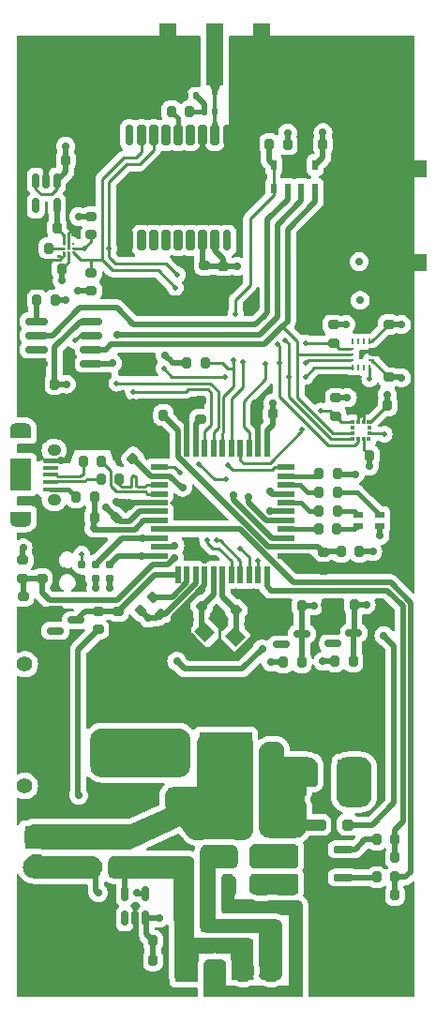
<source format=gtl>
G04 #@! TF.GenerationSoftware,KiCad,Pcbnew,7.0.1*
G04 #@! TF.CreationDate,2023-10-27T16:47:08-05:00*
G04 #@! TF.ProjectId,FC,46432e6b-6963-4616-945f-706362585858,V1*
G04 #@! TF.SameCoordinates,Original*
G04 #@! TF.FileFunction,Copper,L1,Top*
G04 #@! TF.FilePolarity,Positive*
%FSLAX46Y46*%
G04 Gerber Fmt 4.6, Leading zero omitted, Abs format (unit mm)*
G04 Created by KiCad (PCBNEW 7.0.1) date 2023-10-27 16:47:08*
%MOMM*%
%LPD*%
G01*
G04 APERTURE LIST*
G04 Aperture macros list*
%AMRoundRect*
0 Rectangle with rounded corners*
0 $1 Rounding radius*
0 $2 $3 $4 $5 $6 $7 $8 $9 X,Y pos of 4 corners*
0 Add a 4 corners polygon primitive as box body*
4,1,4,$2,$3,$4,$5,$6,$7,$8,$9,$2,$3,0*
0 Add four circle primitives for the rounded corners*
1,1,$1+$1,$2,$3*
1,1,$1+$1,$4,$5*
1,1,$1+$1,$6,$7*
1,1,$1+$1,$8,$9*
0 Add four rect primitives between the rounded corners*
20,1,$1+$1,$2,$3,$4,$5,0*
20,1,$1+$1,$4,$5,$6,$7,0*
20,1,$1+$1,$6,$7,$8,$9,0*
20,1,$1+$1,$8,$9,$2,$3,0*%
%AMRotRect*
0 Rectangle, with rotation*
0 The origin of the aperture is its center*
0 $1 length*
0 $2 width*
0 $3 Rotation angle, in degrees counterclockwise*
0 Add horizontal line*
21,1,$1,$2,0,0,$3*%
G04 Aperture macros list end*
G04 #@! TA.AperFunction,SMDPad,CuDef*
%ADD10RoundRect,0.200000X-0.275000X0.200000X-0.275000X-0.200000X0.275000X-0.200000X0.275000X0.200000X0*%
G04 #@! TD*
G04 #@! TA.AperFunction,SMDPad,CuDef*
%ADD11RoundRect,0.200000X-0.200000X-0.275000X0.200000X-0.275000X0.200000X0.275000X-0.200000X0.275000X0*%
G04 #@! TD*
G04 #@! TA.AperFunction,SMDPad,CuDef*
%ADD12RoundRect,0.150000X0.725000X0.150000X-0.725000X0.150000X-0.725000X-0.150000X0.725000X-0.150000X0*%
G04 #@! TD*
G04 #@! TA.AperFunction,SMDPad,CuDef*
%ADD13RoundRect,0.200000X0.200000X0.275000X-0.200000X0.275000X-0.200000X-0.275000X0.200000X-0.275000X0*%
G04 #@! TD*
G04 #@! TA.AperFunction,SMDPad,CuDef*
%ADD14R,1.400000X1.270000*%
G04 #@! TD*
G04 #@! TA.AperFunction,SMDPad,CuDef*
%ADD15R,4.800000X4.720000*%
G04 #@! TD*
G04 #@! TA.AperFunction,SMDPad,CuDef*
%ADD16RoundRect,0.250000X-0.312500X-0.625000X0.312500X-0.625000X0.312500X0.625000X-0.312500X0.625000X0*%
G04 #@! TD*
G04 #@! TA.AperFunction,SMDPad,CuDef*
%ADD17R,1.350000X0.400000*%
G04 #@! TD*
G04 #@! TA.AperFunction,ComponentPad*
%ADD18O,1.900000X1.000000*%
G04 #@! TD*
G04 #@! TA.AperFunction,SMDPad,CuDef*
%ADD19R,1.900000X0.875000*%
G04 #@! TD*
G04 #@! TA.AperFunction,ComponentPad*
%ADD20O,1.250000X1.050000*%
G04 #@! TD*
G04 #@! TA.AperFunction,SMDPad,CuDef*
%ADD21R,1.900000X2.900000*%
G04 #@! TD*
G04 #@! TA.AperFunction,SMDPad,CuDef*
%ADD22RoundRect,0.200000X0.275000X-0.200000X0.275000X0.200000X-0.275000X0.200000X-0.275000X-0.200000X0*%
G04 #@! TD*
G04 #@! TA.AperFunction,SMDPad,CuDef*
%ADD23RoundRect,0.150000X0.150000X-0.512500X0.150000X0.512500X-0.150000X0.512500X-0.150000X-0.512500X0*%
G04 #@! TD*
G04 #@! TA.AperFunction,SMDPad,CuDef*
%ADD24RoundRect,0.150000X-0.587500X-0.150000X0.587500X-0.150000X0.587500X0.150000X-0.587500X0.150000X0*%
G04 #@! TD*
G04 #@! TA.AperFunction,ComponentPad*
%ADD25R,2.100000X2.100000*%
G04 #@! TD*
G04 #@! TA.AperFunction,ComponentPad*
%ADD26C,2.100000*%
G04 #@! TD*
G04 #@! TA.AperFunction,SMDPad,CuDef*
%ADD27RoundRect,0.147500X-0.147500X-0.172500X0.147500X-0.172500X0.147500X0.172500X-0.147500X0.172500X0*%
G04 #@! TD*
G04 #@! TA.AperFunction,SMDPad,CuDef*
%ADD28RoundRect,0.175000X0.175000X-0.725000X0.175000X0.725000X-0.175000X0.725000X-0.175000X-0.725000X0*%
G04 #@! TD*
G04 #@! TA.AperFunction,SMDPad,CuDef*
%ADD29RoundRect,0.200000X0.200000X-0.700000X0.200000X0.700000X-0.200000X0.700000X-0.200000X-0.700000X0*%
G04 #@! TD*
G04 #@! TA.AperFunction,SMDPad,CuDef*
%ADD30R,0.250000X0.475000*%
G04 #@! TD*
G04 #@! TA.AperFunction,SMDPad,CuDef*
%ADD31R,0.475000X0.250000*%
G04 #@! TD*
G04 #@! TA.AperFunction,SMDPad,CuDef*
%ADD32RoundRect,0.250000X-0.250000X-0.250000X0.250000X-0.250000X0.250000X0.250000X-0.250000X0.250000X0*%
G04 #@! TD*
G04 #@! TA.AperFunction,SMDPad,CuDef*
%ADD33RoundRect,0.250000X-0.625000X0.312500X-0.625000X-0.312500X0.625000X-0.312500X0.625000X0.312500X0*%
G04 #@! TD*
G04 #@! TA.AperFunction,SMDPad,CuDef*
%ADD34RoundRect,0.140000X0.140000X0.170000X-0.140000X0.170000X-0.140000X-0.170000X0.140000X-0.170000X0*%
G04 #@! TD*
G04 #@! TA.AperFunction,SMDPad,CuDef*
%ADD35R,1.500000X5.600000*%
G04 #@! TD*
G04 #@! TA.AperFunction,SMDPad,CuDef*
%ADD36R,1.600000X4.900000*%
G04 #@! TD*
G04 #@! TA.AperFunction,SMDPad,CuDef*
%ADD37R,1.879600X2.260600*%
G04 #@! TD*
G04 #@! TA.AperFunction,ComponentPad*
%ADD38C,3.600000*%
G04 #@! TD*
G04 #@! TA.AperFunction,ConnectorPad*
%ADD39C,5.600000*%
G04 #@! TD*
G04 #@! TA.AperFunction,SMDPad,CuDef*
%ADD40RoundRect,0.200000X0.053033X-0.335876X0.335876X-0.053033X-0.053033X0.335876X-0.335876X0.053033X0*%
G04 #@! TD*
G04 #@! TA.AperFunction,SMDPad,CuDef*
%ADD41R,0.863600X0.558800*%
G04 #@! TD*
G04 #@! TA.AperFunction,SMDPad,CuDef*
%ADD42RotRect,1.400000X1.200000X135.000000*%
G04 #@! TD*
G04 #@! TA.AperFunction,SMDPad,CuDef*
%ADD43C,0.269000*%
G04 #@! TD*
G04 #@! TA.AperFunction,SMDPad,CuDef*
%ADD44R,0.600000X2.200000*%
G04 #@! TD*
G04 #@! TA.AperFunction,SMDPad,CuDef*
%ADD45R,3.450000X2.150000*%
G04 #@! TD*
G04 #@! TA.AperFunction,SMDPad,CuDef*
%ADD46R,1.500000X0.550000*%
G04 #@! TD*
G04 #@! TA.AperFunction,SMDPad,CuDef*
%ADD47R,0.550000X1.500000*%
G04 #@! TD*
G04 #@! TA.AperFunction,SMDPad,CuDef*
%ADD48R,0.350000X0.375000*%
G04 #@! TD*
G04 #@! TA.AperFunction,SMDPad,CuDef*
%ADD49R,0.375000X0.350000*%
G04 #@! TD*
G04 #@! TA.AperFunction,SMDPad,CuDef*
%ADD50RoundRect,0.200000X0.335876X0.053033X0.053033X0.335876X-0.335876X-0.053033X-0.053033X-0.335876X0*%
G04 #@! TD*
G04 #@! TA.AperFunction,SMDPad,CuDef*
%ADD51RoundRect,0.200000X-0.335876X-0.053033X-0.053033X-0.335876X0.335876X0.053033X0.053033X0.335876X0*%
G04 #@! TD*
G04 #@! TA.AperFunction,ConnectorPad*
%ADD52C,0.787400*%
G04 #@! TD*
G04 #@! TA.AperFunction,SMDPad,CuDef*
%ADD53RoundRect,0.150000X-0.150000X0.512500X-0.150000X-0.512500X0.150000X-0.512500X0.150000X0.512500X0*%
G04 #@! TD*
G04 #@! TA.AperFunction,SMDPad,CuDef*
%ADD54RoundRect,0.250000X0.625000X-0.312500X0.625000X0.312500X-0.625000X0.312500X-0.625000X-0.312500X0*%
G04 #@! TD*
G04 #@! TA.AperFunction,SMDPad,CuDef*
%ADD55RoundRect,0.150000X-0.825000X-0.150000X0.825000X-0.150000X0.825000X0.150000X-0.825000X0.150000X0*%
G04 #@! TD*
G04 #@! TA.AperFunction,ComponentPad*
%ADD56C,1.400000*%
G04 #@! TD*
G04 #@! TA.AperFunction,ComponentPad*
%ADD57R,3.500000X3.500000*%
G04 #@! TD*
G04 #@! TA.AperFunction,ComponentPad*
%ADD58C,3.500000*%
G04 #@! TD*
G04 #@! TA.AperFunction,SMDPad,CuDef*
%ADD59R,0.550000X0.950000*%
G04 #@! TD*
G04 #@! TA.AperFunction,SMDPad,CuDef*
%ADD60R,4.900000X1.600000*%
G04 #@! TD*
G04 #@! TA.AperFunction,ViaPad*
%ADD61C,0.700000*%
G04 #@! TD*
G04 #@! TA.AperFunction,ViaPad*
%ADD62C,0.500000*%
G04 #@! TD*
G04 #@! TA.AperFunction,Conductor*
%ADD63C,0.500000*%
G04 #@! TD*
G04 #@! TA.AperFunction,Conductor*
%ADD64C,0.250000*%
G04 #@! TD*
G04 #@! TA.AperFunction,Conductor*
%ADD65C,0.600000*%
G04 #@! TD*
G04 #@! TA.AperFunction,Conductor*
%ADD66C,0.270000*%
G04 #@! TD*
G04 #@! TA.AperFunction,Conductor*
%ADD67C,0.400000*%
G04 #@! TD*
G04 #@! TA.AperFunction,Conductor*
%ADD68C,1.000000*%
G04 #@! TD*
G04 #@! TA.AperFunction,Conductor*
%ADD69C,0.349300*%
G04 #@! TD*
G04 #@! TA.AperFunction,Conductor*
%ADD70C,0.268500*%
G04 #@! TD*
G04 APERTURE END LIST*
D10*
X187800000Y-122675000D03*
X187800000Y-124325000D03*
D11*
X173350000Y-110325000D03*
X175000000Y-110325000D03*
D12*
X189612500Y-153355000D03*
X189612500Y-152085000D03*
X189612500Y-150815000D03*
X189612500Y-149545000D03*
X184462500Y-149545000D03*
X184462500Y-150815000D03*
X184462500Y-152085000D03*
X184462500Y-153355000D03*
D13*
X164175000Y-97125000D03*
X162525000Y-97125000D03*
D11*
X161950000Y-99950000D03*
X163600000Y-99950000D03*
D10*
X193712500Y-105262500D03*
X193712500Y-106912500D03*
D14*
X177935000Y-137507500D03*
X180015000Y-137507500D03*
D15*
X178975000Y-141312500D03*
D13*
X189725000Y-145012500D03*
X188075000Y-145012500D03*
D16*
X179312500Y-152850000D03*
X182237500Y-152850000D03*
D17*
X163175000Y-117025000D03*
X163175000Y-116375000D03*
X163175000Y-115725000D03*
X163175000Y-115075000D03*
X163175000Y-114425000D03*
D18*
X160500000Y-111550000D03*
D19*
X160500000Y-111987500D03*
D20*
X163500000Y-113500000D03*
D21*
X160500000Y-115725000D03*
D20*
X163500000Y-117950000D03*
D19*
X160500000Y-119462500D03*
D18*
X160500000Y-119900000D03*
D13*
X184575000Y-85875000D03*
X182925000Y-85875000D03*
D22*
X188712500Y-103812500D03*
X188712500Y-102162500D03*
D23*
X169875000Y-155771875D03*
X170825000Y-155771875D03*
X171775000Y-155771875D03*
X171775000Y-153496875D03*
X169875000Y-153496875D03*
D11*
X187377901Y-120625000D03*
X189027901Y-120625000D03*
D24*
X163600000Y-127900000D03*
X163600000Y-129800000D03*
X165475000Y-128850000D03*
D25*
X175455000Y-160450000D03*
D26*
X177995000Y-160450000D03*
X180535000Y-160450000D03*
X183075000Y-160450000D03*
D27*
X177039102Y-82920333D03*
X178009102Y-82920333D03*
D13*
X193600000Y-109437500D03*
X191950000Y-109437500D03*
D22*
X166850000Y-99100000D03*
X166850000Y-97450000D03*
D13*
X194275000Y-150250000D03*
X192625000Y-150250000D03*
D11*
X167750000Y-116125000D03*
X169400000Y-116125000D03*
D28*
X170308891Y-94541954D03*
D29*
X171408891Y-94541954D03*
X172508891Y-94541954D03*
X173608891Y-94541954D03*
X174708891Y-94541954D03*
X175808891Y-94541954D03*
X176908891Y-94541954D03*
X178008891Y-94541954D03*
D28*
X179108891Y-94541954D03*
X179108891Y-85041954D03*
D29*
X178008891Y-85041954D03*
X176908891Y-85041954D03*
X175808891Y-85041954D03*
X174708891Y-85041954D03*
X173608891Y-85041954D03*
X172508891Y-85041954D03*
X171408891Y-85041954D03*
D28*
X170308891Y-85041954D03*
D30*
X190462500Y-106012500D03*
X190962500Y-106012500D03*
X191462500Y-106012500D03*
X191962500Y-106012500D03*
D31*
X192125000Y-105350000D03*
X192125000Y-104850000D03*
X192125000Y-104350000D03*
D30*
X191962500Y-103687500D03*
X191462500Y-103687500D03*
X190962500Y-103687500D03*
X190462500Y-103687500D03*
D31*
X190300000Y-104350000D03*
X190300000Y-104850000D03*
X190300000Y-105350000D03*
D22*
X193712500Y-103787500D03*
X193712500Y-102137500D03*
D32*
X187525000Y-147312500D03*
X190025000Y-147312500D03*
D33*
X174675000Y-141750000D03*
X174675000Y-144675000D03*
D34*
X176308891Y-81521780D03*
X175348891Y-81521780D03*
D13*
X172425000Y-159546875D03*
X170775000Y-159546875D03*
D24*
X188675000Y-129050000D03*
X188675000Y-130950000D03*
X190550000Y-130000000D03*
D35*
X178008891Y-77791954D03*
D36*
X182268891Y-77441954D03*
X173748891Y-77441954D03*
D11*
X187402901Y-118975000D03*
X189052901Y-118975000D03*
D13*
X183250000Y-110225000D03*
X181600000Y-110225000D03*
X164550000Y-87300000D03*
X162900000Y-87300000D03*
D37*
X184884800Y-146350000D03*
X180465200Y-146350000D03*
D38*
X190775000Y-81350000D03*
D39*
X190775000Y-81350000D03*
D16*
X179312500Y-150150000D03*
X182237500Y-150150000D03*
D11*
X192625000Y-148650000D03*
X194275000Y-148650000D03*
D40*
X175658274Y-128766726D03*
X176825000Y-127600000D03*
D41*
X192905801Y-120324999D03*
X192905801Y-119325001D03*
X190950001Y-119325001D03*
X190950001Y-120324999D03*
D11*
X191975000Y-113987500D03*
X193625000Y-113987500D03*
D13*
X172425000Y-157796875D03*
X170775000Y-157796875D03*
D42*
X179862132Y-130293503D03*
X178306497Y-128737868D03*
X177104416Y-129939949D03*
X178660051Y-131495584D03*
D43*
X165200000Y-94850000D03*
X165200000Y-95250000D03*
X165200000Y-95650000D03*
X164800000Y-94850000D03*
X164800000Y-95250000D03*
X164800000Y-95650000D03*
X164400000Y-94850000D03*
X164400000Y-95250000D03*
X164400000Y-95650000D03*
D11*
X184200000Y-132650000D03*
X185850000Y-132650000D03*
D44*
X185565000Y-142512500D03*
X186835000Y-142512500D03*
X188105000Y-142512500D03*
X189375000Y-142512500D03*
X190645000Y-142512500D03*
D45*
X188105000Y-136212500D03*
D11*
X174092643Y-82915125D03*
X175742643Y-82915125D03*
D13*
X177125000Y-105600000D03*
X175475000Y-105600000D03*
D46*
X173000000Y-115025000D03*
X173000000Y-115825000D03*
X173000000Y-116625000D03*
X173000000Y-117425000D03*
X173000000Y-118225000D03*
X173000000Y-119025000D03*
X173000000Y-119825000D03*
X173000000Y-120625000D03*
X173000000Y-121425000D03*
X173000000Y-122225000D03*
X173000000Y-123025000D03*
D47*
X174700000Y-124725000D03*
X175500000Y-124725000D03*
X176300000Y-124725000D03*
X177100000Y-124725000D03*
X177900000Y-124725000D03*
X178700000Y-124725000D03*
X179500000Y-124725000D03*
X180300000Y-124725000D03*
X181100000Y-124725000D03*
X181900000Y-124725000D03*
X182700000Y-124725000D03*
D46*
X184400000Y-123025000D03*
X184400000Y-122225000D03*
X184400000Y-121425000D03*
X184400000Y-120625000D03*
X184400000Y-119825000D03*
X184400000Y-119025000D03*
X184400000Y-118225000D03*
X184400000Y-117425000D03*
X184400000Y-116625000D03*
X184400000Y-115825000D03*
X184400000Y-115025000D03*
D47*
X182700000Y-113325000D03*
X181900000Y-113325000D03*
X181100000Y-113325000D03*
X180300000Y-113325000D03*
X179500000Y-113325000D03*
X178700000Y-113325000D03*
X177900000Y-113325000D03*
X177100000Y-113325000D03*
X176300000Y-113325000D03*
X175500000Y-113325000D03*
X174700000Y-113325000D03*
D48*
X190425000Y-112487500D03*
X190925000Y-112487500D03*
X191425000Y-112487500D03*
X191925000Y-112487500D03*
D49*
X191937500Y-111975000D03*
X191937500Y-111475000D03*
D48*
X191925000Y-110962500D03*
X191425000Y-110962500D03*
X190925000Y-110962500D03*
X190425000Y-110962500D03*
D49*
X190412500Y-111475000D03*
X190412500Y-111975000D03*
D38*
X165375000Y-157550000D03*
D39*
X165375000Y-157550000D03*
D10*
X177098891Y-96841954D03*
X177098891Y-98491954D03*
D11*
X187402901Y-117325000D03*
X189052901Y-117325000D03*
X192625000Y-152050000D03*
X194275000Y-152050000D03*
D10*
X169275000Y-128050000D03*
X169275000Y-129700000D03*
D13*
X185875000Y-127550000D03*
X184225000Y-127550000D03*
X194275000Y-153650000D03*
X192625000Y-153650000D03*
D10*
X178798891Y-96866954D03*
X178798891Y-98516954D03*
D11*
X166125000Y-114525000D03*
X167775000Y-114525000D03*
D13*
X163000000Y-95250000D03*
X161350000Y-95250000D03*
D11*
X189425000Y-122650000D03*
X191075000Y-122650000D03*
D40*
X169116637Y-119591726D03*
X170283363Y-118425000D03*
D22*
X167475000Y-129700000D03*
X167475000Y-128050000D03*
D11*
X187400000Y-115625000D03*
X189050000Y-115625000D03*
D25*
X161875000Y-148450000D03*
D26*
X161875000Y-150990000D03*
D50*
X170583363Y-114208363D03*
X169416637Y-113041637D03*
D24*
X184000000Y-129150000D03*
X184000000Y-131050000D03*
X185875000Y-130100000D03*
D50*
X181116637Y-129150089D03*
X179949911Y-127983363D03*
D13*
X187775000Y-85875000D03*
X186125000Y-85875000D03*
D11*
X167287500Y-151150000D03*
X168937500Y-151150000D03*
D13*
X190575000Y-127450000D03*
X188925000Y-127450000D03*
D38*
X165375000Y-81350000D03*
D39*
X165375000Y-81350000D03*
D51*
X173066637Y-128316637D03*
X174233363Y-129483363D03*
D52*
X168505000Y-123780000D03*
X168505000Y-125050000D03*
X167235000Y-123780000D03*
X167235000Y-125050000D03*
X165965000Y-123780000D03*
X165965000Y-125050000D03*
D53*
X163750000Y-89150000D03*
X162800000Y-89150000D03*
X161850000Y-89150000D03*
X161850000Y-91425000D03*
X163750000Y-91425000D03*
D22*
X176700000Y-110675000D03*
X176700000Y-109025000D03*
D11*
X165475000Y-117725000D03*
X167125000Y-117725000D03*
D38*
X190775000Y-157550000D03*
D39*
X190775000Y-157550000D03*
D54*
X183075000Y-140612500D03*
X183075000Y-137687500D03*
D55*
X161900000Y-101870000D03*
X161900000Y-103140000D03*
X161900000Y-104410000D03*
X161900000Y-105680000D03*
X166850000Y-105680000D03*
X166850000Y-104410000D03*
X166850000Y-103140000D03*
X166850000Y-101870000D03*
D10*
X166850000Y-92400000D03*
X166850000Y-94050000D03*
D56*
X160850000Y-143812500D03*
X160850000Y-132812500D03*
D57*
X170850000Y-135812500D03*
D58*
X170850000Y-140812500D03*
D13*
X167125000Y-119550000D03*
X165475000Y-119550000D03*
D40*
X171283274Y-127941726D03*
X172450000Y-126775000D03*
D13*
X163550000Y-107525000D03*
X161900000Y-107525000D03*
D11*
X188862500Y-132550000D03*
X190512500Y-132550000D03*
D13*
X163750000Y-93425000D03*
X162100000Y-93425000D03*
D10*
X160700000Y-126700000D03*
X160700000Y-128350000D03*
X188925000Y-108787500D03*
X188925000Y-110437500D03*
X160675000Y-123425000D03*
X160675000Y-125075000D03*
D59*
X187075000Y-87750000D03*
X185825000Y-87750000D03*
X184575000Y-87750000D03*
X183325000Y-87750000D03*
X183325000Y-89900000D03*
X184575000Y-89900000D03*
X185825000Y-89900000D03*
X187075000Y-89900000D03*
D22*
X162385000Y-125075000D03*
X162385000Y-123425000D03*
D60*
X194650000Y-88055000D03*
X194650000Y-96575000D03*
D61*
X170600000Y-109150000D03*
X185100000Y-76850000D03*
X187100000Y-76850000D03*
X191100000Y-76850000D03*
X169100000Y-80850000D03*
X175100000Y-134850000D03*
X175300000Y-130850000D03*
X193600000Y-124250000D03*
X169275000Y-130750000D03*
X179950000Y-98500000D03*
X167100000Y-110850000D03*
X181602048Y-109252586D03*
X160900000Y-107550000D03*
X174100000Y-149150000D03*
X195100000Y-84850000D03*
X161100000Y-134850000D03*
X194875000Y-103850000D03*
X169675000Y-159496875D03*
X162375000Y-122325000D03*
X194700000Y-90150000D03*
X187100000Y-158850000D03*
X175100000Y-86850000D03*
X181100000Y-80850000D03*
X161100000Y-80850000D03*
X161100000Y-156850000D03*
X169100000Y-160850000D03*
X165100000Y-76850000D03*
X187100000Y-80850000D03*
X169100000Y-82850000D03*
X177100000Y-88850000D03*
X177100000Y-90850000D03*
X175100000Y-90850000D03*
X175700000Y-109550000D03*
X175100000Y-136850000D03*
X163100000Y-108850000D03*
X190100000Y-90150000D03*
X191275000Y-150750000D03*
X161150000Y-93425000D03*
X193675000Y-114950000D03*
X189100000Y-138850000D03*
X194600000Y-86550000D03*
X185100000Y-78850000D03*
X162175000Y-127850000D03*
X191975000Y-108450000D03*
X171100000Y-78850000D03*
X165100000Y-110850000D03*
X161100000Y-84850000D03*
X181100000Y-86850000D03*
X182100000Y-130150000D03*
X171100000Y-76850000D03*
X187100000Y-82850000D03*
X165200000Y-93475000D03*
X187175000Y-149550000D03*
X179100000Y-88850000D03*
X193100000Y-84850000D03*
X186125000Y-84825000D03*
X195100000Y-160850000D03*
X181100000Y-88850000D03*
X181600000Y-99850000D03*
X195100000Y-100850000D03*
X175900000Y-121850000D03*
X187100000Y-156850000D03*
X165975000Y-125950000D03*
X195100000Y-156850000D03*
X163100000Y-110850000D03*
X193100000Y-76850000D03*
X169100000Y-110850000D03*
X187100000Y-160850000D03*
X169850000Y-106275000D03*
X186975000Y-145012500D03*
X173100000Y-88850000D03*
X185100000Y-82850000D03*
X187175000Y-152250000D03*
X193100000Y-100850000D03*
X185100000Y-80850000D03*
X188800000Y-124325000D03*
X174421984Y-81511327D03*
X169850000Y-92275000D03*
X161100000Y-160850000D03*
X167100000Y-84850000D03*
X187175000Y-150450000D03*
X194600000Y-98050000D03*
X175100000Y-118850000D03*
X191050000Y-94675000D03*
X172300000Y-77450000D03*
X179175000Y-86650000D03*
X164175000Y-119550000D03*
X161100000Y-78850000D03*
X195100000Y-76850000D03*
X191275000Y-153450000D03*
X161100000Y-140850000D03*
X164100000Y-114425000D03*
X187100000Y-78850000D03*
X181100000Y-82850000D03*
X195100000Y-111350000D03*
X181100000Y-84850000D03*
X183600000Y-135450000D03*
X183075000Y-127550000D03*
X194300000Y-94150000D03*
X177900000Y-99441954D03*
X195100000Y-78850000D03*
X191100000Y-84850000D03*
X169100000Y-78850000D03*
X187875000Y-127450000D03*
X187175000Y-153150000D03*
X163100000Y-84850000D03*
X179100000Y-90850000D03*
X195100000Y-158850000D03*
X194875000Y-105250000D03*
X169100000Y-76850000D03*
X161100000Y-82850000D03*
X161100000Y-76850000D03*
X168100000Y-136850000D03*
X187100000Y-136850000D03*
X162525000Y-98150000D03*
X165100000Y-108850000D03*
X169575000Y-94550000D03*
X175100000Y-116850000D03*
X168800000Y-112408363D03*
X161100000Y-154850000D03*
X168100000Y-134850000D03*
X183700000Y-77450000D03*
X187100000Y-138850000D03*
X176875000Y-86650000D03*
X173475000Y-130250000D03*
X187175000Y-151350000D03*
X161100000Y-138850000D03*
X195100000Y-98850000D03*
X171100000Y-88850000D03*
X171100000Y-80850000D03*
X169100000Y-118125000D03*
X189100000Y-84850000D03*
X167100000Y-76850000D03*
X163100000Y-76850000D03*
X193600000Y-122750000D03*
X162900000Y-86100000D03*
X189100000Y-76850000D03*
X161100000Y-136850000D03*
X161100000Y-158850000D03*
X193100000Y-98850000D03*
X169675000Y-157796875D03*
X175100000Y-88850000D03*
X195100000Y-116250000D03*
X194875000Y-106950000D03*
X191050000Y-96475000D03*
X172025000Y-128675000D03*
X164600000Y-107550000D03*
X165650000Y-99100000D03*
X164200000Y-98175000D03*
X189875000Y-102150000D03*
X194875000Y-102150000D03*
X193575000Y-108450000D03*
X168200000Y-118625000D03*
X191675000Y-142912500D03*
X191150000Y-99975000D03*
X192275000Y-122650000D03*
X191675000Y-141812500D03*
X164550000Y-86050000D03*
X189975000Y-108750000D03*
X192927901Y-121225000D03*
X190675000Y-145012500D03*
X168475000Y-125950000D03*
X173500000Y-104950000D03*
X184575000Y-84850000D03*
X164550000Y-99950000D03*
X187775000Y-84825000D03*
X183249879Y-109225614D03*
X191675000Y-145012500D03*
X180000000Y-96900000D03*
X191675000Y-143912500D03*
X165700000Y-92400000D03*
X191975000Y-114950000D03*
X181075000Y-117750000D03*
X172975000Y-155750000D03*
X167100000Y-120550000D03*
X182275000Y-131450000D03*
X174575000Y-132550000D03*
X193275000Y-130250000D03*
X179675000Y-117550000D03*
X174375000Y-123250000D03*
X160685000Y-122325000D03*
D62*
X174800000Y-102150000D03*
X169150000Y-100650000D03*
D61*
X171375000Y-123050000D03*
D62*
X184375000Y-103550000D03*
X182375000Y-101450000D03*
X186175000Y-106850000D03*
X184675000Y-106850000D03*
D61*
X171475000Y-121450000D03*
D62*
X175800000Y-103950000D03*
D61*
X169175000Y-103050000D03*
D62*
X183875000Y-105650000D03*
X183675000Y-103950000D03*
X182475000Y-102650000D03*
X186175000Y-105650000D03*
D61*
X174400000Y-122150000D03*
D62*
X176900000Y-103050000D03*
D61*
X168775000Y-105650000D03*
X167275000Y-125950000D03*
D62*
X173350000Y-126750000D03*
X166000000Y-122900000D03*
D61*
X190700000Y-115650000D03*
X182975000Y-117250000D03*
X191675000Y-127450000D03*
X182975000Y-118950000D03*
X186975000Y-127550000D03*
D62*
X185900000Y-111650000D03*
X187600000Y-109950000D03*
X182600000Y-105700000D03*
X186200000Y-103800000D03*
X179900000Y-101200000D03*
X180500000Y-105550000D03*
X179700000Y-105400000D03*
X170650000Y-108200000D03*
X161900000Y-100900000D03*
X174450000Y-98800000D03*
X177350000Y-121650000D03*
X166200000Y-95250000D03*
X174600000Y-97650000D03*
X168450000Y-95300000D03*
X178150000Y-121650000D03*
X192000000Y-107050000D03*
X180300000Y-122350000D03*
X193300000Y-112050000D03*
X181900000Y-123450000D03*
X174900000Y-115550000D03*
X179000000Y-116150000D03*
X176600000Y-114750000D03*
X179200000Y-114850000D03*
X178900000Y-106850000D03*
X173400000Y-106100000D03*
X169150000Y-107450000D03*
X165350000Y-103600000D03*
D61*
X183275000Y-150150000D03*
X187775000Y-132550000D03*
X183075000Y-132650000D03*
X183275000Y-152750000D03*
X175100000Y-139850000D03*
X173100000Y-139850000D03*
X168100000Y-141850000D03*
X173100000Y-141850000D03*
X168100000Y-139850000D03*
X170975000Y-153450000D03*
X165700000Y-144650000D03*
X167475000Y-153450000D03*
D63*
X167100000Y-119575000D02*
X167125000Y-119550000D01*
X167100000Y-120550000D02*
X167100000Y-119575000D01*
X167125000Y-117725000D02*
X167125000Y-119550000D01*
X175000000Y-116850000D02*
X173975000Y-115825000D01*
X175100000Y-116850000D02*
X175000000Y-116850000D01*
X173975000Y-115825000D02*
X173000000Y-115825000D01*
X171200000Y-119025000D02*
X173000000Y-119025000D01*
X161350000Y-94750000D02*
X161350000Y-95250000D01*
X186125000Y-85875000D02*
X186125000Y-86650000D01*
X194875000Y-103850000D02*
X194800000Y-103787500D01*
D64*
X162525000Y-96650000D02*
X162525000Y-97125000D01*
D63*
X191475000Y-153650000D02*
X191275000Y-153450000D01*
X162900000Y-87300000D02*
X162900000Y-86100000D01*
X173475000Y-130241726D02*
X174233363Y-129483363D01*
X176908891Y-85041954D02*
X176908891Y-86616109D01*
X185825000Y-86950000D02*
X185825000Y-87750000D01*
X191975000Y-108450000D02*
X192012500Y-108450000D01*
X173475000Y-130250000D02*
X173475000Y-130241726D01*
X183075000Y-128650000D02*
X183575000Y-129150000D01*
X181602048Y-109252586D02*
X181602048Y-110222952D01*
X191775000Y-150250000D02*
X191275000Y-150750000D01*
D64*
X164800000Y-95250000D02*
X164800000Y-94850000D01*
X164400000Y-95900000D02*
X164025000Y-96275000D01*
D63*
X186500000Y-123025000D02*
X187800000Y-124325000D01*
X161675000Y-128350000D02*
X162175000Y-127850000D01*
X181125089Y-129150089D02*
X181450000Y-129475000D01*
D65*
X188105000Y-140308809D02*
X188108526Y-140305283D01*
D63*
X174432437Y-81521780D02*
X174421984Y-81511327D01*
X177100000Y-125650000D02*
X174233363Y-128516637D01*
X194600000Y-98050000D02*
X194600000Y-96625000D01*
X161150000Y-93425000D02*
X162100000Y-93425000D01*
X161350000Y-95250000D02*
X161350000Y-95950000D01*
X170775000Y-159546875D02*
X169725000Y-159546875D01*
X179933046Y-98516954D02*
X179950000Y-98500000D01*
X183075000Y-127550000D02*
X183075000Y-128650000D01*
D66*
X178400000Y-128831371D02*
X178400000Y-130950000D01*
D63*
X194675000Y-103787500D02*
X194875000Y-103850000D01*
X177100000Y-124725000D02*
X177100000Y-125650000D01*
X176225000Y-109025000D02*
X175700000Y-109550000D01*
D64*
X164800000Y-94850000D02*
X164800000Y-93875000D01*
D63*
X175658274Y-130058274D02*
X175875000Y-130275000D01*
X162375000Y-122325000D02*
X162375000Y-123415000D01*
X181450000Y-130425000D02*
X179884441Y-131990559D01*
X163600000Y-127900000D02*
X162225000Y-127900000D01*
X177098891Y-98491954D02*
X178773891Y-98491954D01*
D64*
X193300000Y-104850000D02*
X193712500Y-105262500D01*
D63*
X193712500Y-105262500D02*
X194725000Y-105262500D01*
X162225000Y-127900000D02*
X162175000Y-127850000D01*
X193625000Y-113987500D02*
X193625000Y-114900000D01*
X160700000Y-128350000D02*
X161675000Y-128350000D01*
X193712500Y-103787500D02*
X194675000Y-103787500D01*
X179884441Y-131990559D02*
X179155026Y-131990559D01*
X188800000Y-124325000D02*
X187800000Y-124325000D01*
X194750000Y-105262500D02*
X194737500Y-105262500D01*
D64*
X190925000Y-109712500D02*
X191200000Y-109437500D01*
D63*
X191210000Y-150815000D02*
X191275000Y-150750000D01*
X194600000Y-86550000D02*
X194600000Y-88005000D01*
X179108891Y-85041954D02*
X179108891Y-86583891D01*
X169275000Y-129700000D02*
X169275000Y-130750000D01*
X170483363Y-118225000D02*
X170283363Y-118425000D01*
X186125000Y-86650000D02*
X185825000Y-86950000D01*
X192012500Y-108450000D02*
X191975000Y-108487500D01*
X193625000Y-114900000D02*
X193675000Y-114950000D01*
X175500000Y-113325000D02*
X175500000Y-110825000D01*
X182100000Y-130150000D02*
X181450000Y-130150000D01*
D64*
X164025000Y-96275000D02*
X162900000Y-96275000D01*
D63*
X161350000Y-95950000D02*
X162525000Y-97125000D01*
D64*
X192125000Y-104850000D02*
X193300000Y-104850000D01*
D63*
X175658274Y-128766726D02*
X175658274Y-130058274D01*
X172300000Y-77450000D02*
X173740845Y-77450000D01*
X162800000Y-89150000D02*
X162800000Y-87400000D01*
X174233363Y-128516637D02*
X174233363Y-129483363D01*
X191975000Y-108487500D02*
X191975000Y-108450000D01*
D67*
X162675000Y-114425000D02*
X164100000Y-114425000D01*
D64*
X191425000Y-109962500D02*
X191950000Y-109437500D01*
D63*
X192625000Y-153650000D02*
X191475000Y-153650000D01*
X170775000Y-157796875D02*
X170775000Y-159546875D01*
X162100000Y-93425000D02*
X162100000Y-94000000D01*
X183075000Y-127550000D02*
X184225000Y-127550000D01*
X187875000Y-127450000D02*
X188925000Y-127450000D01*
X184400000Y-123025000D02*
X186500000Y-123025000D01*
X183700000Y-77450000D02*
X182276937Y-77450000D01*
X181600000Y-110225000D02*
X181600000Y-111025000D01*
X170308891Y-94541954D02*
X169583046Y-94541954D01*
X161900000Y-105680000D02*
X161900000Y-107325000D01*
X191950000Y-109437500D02*
X191950000Y-108512500D01*
X181450000Y-129475000D02*
X181450000Y-130150000D01*
X175300000Y-130850000D02*
X175875000Y-130275000D01*
X177098891Y-98640845D02*
X177900000Y-99441954D01*
X175000000Y-110250000D02*
X175700000Y-109550000D01*
D64*
X191425000Y-110962500D02*
X191425000Y-109962500D01*
D63*
X175500000Y-110825000D02*
X175000000Y-110325000D01*
D66*
X193712500Y-105262500D02*
X193712500Y-103787500D01*
D63*
X194800000Y-103787500D02*
X194737500Y-103787500D01*
D65*
X188105000Y-142512500D02*
X188105000Y-140308809D01*
D63*
X170875000Y-155934375D02*
X170875000Y-157696875D01*
X179108891Y-86583891D02*
X179175000Y-86650000D01*
X178798891Y-98516954D02*
X179933046Y-98516954D01*
D66*
X178400000Y-130950000D02*
X178475000Y-131025000D01*
D63*
X181900000Y-111325000D02*
X181900000Y-113325000D01*
X162100000Y-94000000D02*
X161350000Y-94750000D01*
X165975000Y-125850000D02*
X165975000Y-125060000D01*
X177095584Y-131495584D02*
X178660051Y-131495584D01*
X187875000Y-128650000D02*
X188175000Y-128950000D01*
D64*
X164800000Y-93875000D02*
X165200000Y-93475000D01*
D63*
X187875000Y-127450000D02*
X187875000Y-128650000D01*
X165475000Y-119550000D02*
X164375000Y-119550000D01*
X170775000Y-157796875D02*
X169675000Y-157796875D01*
X194725000Y-105262500D02*
X194875000Y-105250000D01*
X192625000Y-150250000D02*
X191775000Y-150250000D01*
X186125000Y-84825000D02*
X186125000Y-85875000D01*
D64*
X192125000Y-104350000D02*
X193150000Y-104350000D01*
D63*
X175875000Y-130275000D02*
X177095584Y-131495584D01*
X194875000Y-105250000D02*
X194750000Y-105262500D01*
X175348891Y-81521780D02*
X174432437Y-81521780D01*
X189612500Y-150815000D02*
X191210000Y-150815000D01*
X161900000Y-107525000D02*
X160925000Y-107525000D01*
D64*
X191200000Y-109437500D02*
X191950000Y-109437500D01*
D63*
X184575000Y-87750000D02*
X185825000Y-87750000D01*
D64*
X162900000Y-96275000D02*
X162525000Y-96650000D01*
D63*
X169983363Y-118125000D02*
X170283363Y-118425000D01*
X189612500Y-153355000D02*
X191180000Y-153355000D01*
X181450000Y-130150000D02*
X181450000Y-130425000D01*
X162525000Y-98150000D02*
X162525000Y-97125000D01*
X179155026Y-131990559D02*
X178660051Y-131495584D01*
X191180000Y-153355000D02*
X191275000Y-153450000D01*
X169583046Y-94541954D02*
X169575000Y-94550000D01*
X173000000Y-118225000D02*
X170483363Y-118225000D01*
X181600000Y-111025000D02*
X181900000Y-111325000D01*
D65*
X188075000Y-145012500D02*
X186975000Y-145012500D01*
D64*
X190925000Y-110962500D02*
X190925000Y-109712500D01*
D63*
X191950000Y-108512500D02*
X191975000Y-108487500D01*
D64*
X164400000Y-95650000D02*
X164400000Y-95900000D01*
D65*
X188105000Y-142512500D02*
X188105000Y-144982500D01*
D64*
X193150000Y-104350000D02*
X193712500Y-103787500D01*
D63*
X176908891Y-86616109D02*
X176875000Y-86650000D01*
X176700000Y-109025000D02*
X176225000Y-109025000D01*
X169100000Y-118125000D02*
X169983363Y-118125000D01*
X169416637Y-113025000D02*
X168800000Y-112408363D01*
X194875000Y-106950000D02*
X194875000Y-107050000D01*
X194875000Y-107050000D02*
X194762500Y-106937500D01*
X194737500Y-106912500D02*
X194775000Y-106950000D01*
X163600000Y-99950000D02*
X164550000Y-99950000D01*
X172708274Y-128675000D02*
X173066637Y-128316637D01*
D64*
X191925000Y-110962500D02*
X192075000Y-110962500D01*
D63*
X170300000Y-119925000D02*
X169449911Y-119925000D01*
X175475000Y-105600000D02*
X174200000Y-105600000D01*
X168475000Y-125850000D02*
X168475000Y-125080000D01*
X172025000Y-128675000D02*
X172708274Y-128675000D01*
D64*
X161850000Y-89950000D02*
X162300000Y-90400000D01*
X162300000Y-90400000D02*
X163250000Y-90400000D01*
D63*
X183250000Y-111175000D02*
X182700000Y-111725000D01*
X193712500Y-106912500D02*
X194737500Y-106912500D01*
D64*
X164800000Y-96500000D02*
X164175000Y-97125000D01*
D63*
X189712500Y-102162500D02*
X189725000Y-102150000D01*
X188925000Y-108787500D02*
X189975000Y-108750000D01*
X165650000Y-99100000D02*
X166850000Y-99100000D01*
D64*
X163750000Y-89900000D02*
X163750000Y-89150000D01*
D63*
X187775000Y-85875000D02*
X187775000Y-87050000D01*
X179966954Y-96866954D02*
X180000000Y-96900000D01*
X163550000Y-104200000D02*
X163550000Y-107525000D01*
X171200000Y-119025000D02*
X170300000Y-119925000D01*
X164175000Y-97125000D02*
X164175000Y-98150000D01*
X169449911Y-119925000D02*
X169116637Y-119591726D01*
X193712500Y-102137500D02*
X194750000Y-102137500D01*
X183249879Y-109225614D02*
X183249879Y-110224879D01*
X164550000Y-87300000D02*
X164550000Y-88350000D01*
X173508363Y-128316637D02*
X176300000Y-125525000D01*
X183250000Y-110225000D02*
X183250000Y-111175000D01*
X178798891Y-96866954D02*
X177123891Y-96866954D01*
X171291726Y-127941726D02*
X172025000Y-128675000D01*
X165700000Y-92400000D02*
X166850000Y-92400000D01*
X174200000Y-105600000D02*
X173900000Y-105300000D01*
X194875000Y-102150000D02*
X194775000Y-102137500D01*
X191975000Y-113987500D02*
X191975000Y-114950000D01*
X184575000Y-85875000D02*
X184575000Y-84850000D01*
X189725000Y-102150000D02*
X189875000Y-102150000D01*
D64*
X191425000Y-113437500D02*
X191975000Y-113987500D01*
D63*
X164550000Y-88350000D02*
X163750000Y-89150000D01*
X178798891Y-96866954D02*
X178798891Y-96241954D01*
X194775000Y-102137500D02*
X194762500Y-102137500D01*
D64*
X164800000Y-95650000D02*
X164800000Y-96500000D01*
D63*
X194750000Y-102137500D02*
X194875000Y-102150000D01*
X173850000Y-105300000D02*
X173500000Y-104950000D01*
D64*
X192162500Y-103687500D02*
X193712500Y-102137500D01*
D63*
X168200000Y-118625000D02*
X168200000Y-118675089D01*
X187775000Y-84825000D02*
X187775000Y-85875000D01*
X187775000Y-87050000D02*
X187075000Y-87750000D01*
X165880000Y-101870000D02*
X163550000Y-104200000D01*
X188712500Y-102162500D02*
X189712500Y-102162500D01*
D64*
X191962500Y-103687500D02*
X192162500Y-103687500D01*
D63*
X178008891Y-95451954D02*
X178008891Y-94541954D01*
X172200000Y-115825000D02*
X170700000Y-114325000D01*
X166850000Y-101870000D02*
X165880000Y-101870000D01*
D64*
X161850000Y-89150000D02*
X161850000Y-89950000D01*
D63*
X191075000Y-122650000D02*
X192275000Y-122650000D01*
X193600000Y-109437500D02*
X193575000Y-108450000D01*
X194775000Y-106950000D02*
X194875000Y-106950000D01*
X170700000Y-114325000D02*
X170483363Y-114325000D01*
X173900000Y-105300000D02*
X173850000Y-105300000D01*
X178798891Y-96866954D02*
X179966954Y-96866954D01*
X192927901Y-121225000D02*
X192927901Y-120347099D01*
X176908891Y-94541954D02*
X176908891Y-96651954D01*
X168200000Y-118675089D02*
X169116637Y-119591726D01*
X176908891Y-96651954D02*
X177098891Y-96841954D01*
X163550000Y-107525000D02*
X164500000Y-107525000D01*
D64*
X192150000Y-105350000D02*
X193712500Y-106912500D01*
X191425000Y-112487500D02*
X191425000Y-113437500D01*
D63*
X182700000Y-111725000D02*
X182700000Y-113325000D01*
X176300000Y-125525000D02*
X176300000Y-124725000D01*
X173000000Y-115825000D02*
X172200000Y-115825000D01*
X178798891Y-96241954D02*
X178008891Y-95451954D01*
D64*
X163250000Y-90400000D02*
X163750000Y-89900000D01*
X192075000Y-110962500D02*
X193600000Y-109437500D01*
D63*
X173066637Y-128316637D02*
X173508363Y-128316637D01*
X164550000Y-87300000D02*
X164550000Y-86050000D01*
D68*
X185684800Y-147312500D02*
X184884800Y-146512500D01*
X187525000Y-147312500D02*
X185684800Y-147312500D01*
D63*
X171825000Y-157196875D02*
X172425000Y-157796875D01*
X171825000Y-155934375D02*
X171825000Y-157196875D01*
X171775000Y-155771875D02*
X172896875Y-155771875D01*
X182650000Y-119825000D02*
X181075000Y-118250000D01*
X172425000Y-157796875D02*
X172425000Y-159546875D01*
X184400000Y-119825000D02*
X182650000Y-119825000D01*
X181075000Y-118250000D02*
X181075000Y-117750000D01*
X163750000Y-91425000D02*
X163750000Y-93425000D01*
D64*
X164400000Y-94850000D02*
X164400000Y-94075000D01*
X164400000Y-94075000D02*
X163750000Y-93425000D01*
X164400000Y-95250000D02*
X163000000Y-95250000D01*
D63*
X178700000Y-124725000D02*
X178700000Y-126733452D01*
X179949911Y-127983363D02*
X179949911Y-130205724D01*
X178700000Y-126733452D02*
X179949911Y-127983363D01*
X177900000Y-126525000D02*
X176825000Y-127600000D01*
X176825000Y-127600000D02*
X176825000Y-129660533D01*
X177900000Y-124725000D02*
X177900000Y-126525000D01*
X190025000Y-147312500D02*
X192212500Y-147312500D01*
X180475000Y-133250000D02*
X175275000Y-133250000D01*
X194175000Y-145350000D02*
X194175000Y-131150000D01*
X170775000Y-120650000D02*
X167075000Y-120650000D01*
X171600000Y-119825000D02*
X173000000Y-119825000D01*
X194175000Y-131150000D02*
X193275000Y-130250000D01*
X192212500Y-147312500D02*
X194175000Y-145350000D01*
X170775000Y-120650000D02*
X171600000Y-119825000D01*
X182275000Y-131450000D02*
X180475000Y-133250000D01*
X175275000Y-133250000D02*
X174575000Y-132550000D01*
X176300000Y-113325000D02*
X176300000Y-111075000D01*
X176300000Y-111075000D02*
X176700000Y-110675000D01*
X174700000Y-114075000D02*
X182850000Y-122225000D01*
X174700000Y-113325000D02*
X174700000Y-111675000D01*
X187800000Y-122675000D02*
X187350000Y-122225000D01*
X174700000Y-113325000D02*
X174700000Y-114075000D01*
X189425000Y-122650000D02*
X187825000Y-122650000D01*
X182850000Y-122225000D02*
X184400000Y-122225000D01*
X174700000Y-111675000D02*
X173350000Y-110325000D01*
X187350000Y-122225000D02*
X184400000Y-122225000D01*
X160700000Y-126700000D02*
X160700000Y-125100000D01*
X169175000Y-127050000D02*
X172375000Y-123850000D01*
X162385000Y-126250000D02*
X162385000Y-126360000D01*
X184400000Y-121425000D02*
X183150000Y-121425000D01*
X162385000Y-125075000D02*
X162385000Y-126250000D01*
X179675000Y-117950000D02*
X179675000Y-117550000D01*
X162385000Y-126360000D02*
X163075000Y-127050000D01*
X160675000Y-125075000D02*
X162385000Y-125075000D01*
X173775000Y-123850000D02*
X174375000Y-123250000D01*
X183150000Y-121425000D02*
X179675000Y-117950000D01*
X163075000Y-127050000D02*
X169175000Y-127050000D01*
X172375000Y-123850000D02*
X173775000Y-123850000D01*
X160675000Y-122335000D02*
X160685000Y-122325000D01*
X160675000Y-123425000D02*
X160675000Y-122335000D01*
X172600000Y-124725000D02*
X169275000Y-128050000D01*
X166275000Y-128050000D02*
X165475000Y-128850000D01*
X174700000Y-124725000D02*
X172600000Y-124725000D01*
X169275000Y-128050000D02*
X167475000Y-128050000D01*
X167475000Y-128050000D02*
X166275000Y-128050000D01*
X194975000Y-147050000D02*
X194975000Y-127550000D01*
X193575000Y-126150000D02*
X183075000Y-126150000D01*
X182700000Y-125775000D02*
X182700000Y-124725000D01*
X194275000Y-148650000D02*
X194275000Y-147750000D01*
X194275000Y-147750000D02*
X194975000Y-147050000D01*
X183075000Y-126150000D02*
X182700000Y-125775000D01*
X194275000Y-150250000D02*
X194275000Y-148650000D01*
X194975000Y-127550000D02*
X193575000Y-126150000D01*
X180250000Y-120625000D02*
X173000000Y-120625000D01*
X195675000Y-151550000D02*
X195675000Y-127250000D01*
X194275000Y-152050000D02*
X195175000Y-152050000D01*
X185075000Y-125450000D02*
X180250000Y-120625000D01*
X195175000Y-152050000D02*
X195675000Y-151550000D01*
X194275000Y-153650000D02*
X194275000Y-152050000D01*
X193875000Y-125450000D02*
X185075000Y-125450000D01*
X195675000Y-127250000D02*
X193875000Y-125450000D01*
D67*
X190905800Y-117325000D02*
X192905801Y-119325001D01*
X189052901Y-117325000D02*
X190905800Y-117325000D01*
X190600000Y-118975000D02*
X190950001Y-119325001D01*
X189052901Y-118975000D02*
X190600000Y-118975000D01*
X189027901Y-120625000D02*
X190650000Y-120625000D01*
X190650000Y-120625000D02*
X190950001Y-120324999D01*
X164775000Y-117025000D02*
X165475000Y-117725000D01*
X163175000Y-117025000D02*
X164775000Y-117025000D01*
D63*
X169875000Y-152087500D02*
X168937500Y-151150000D01*
X169875000Y-153496875D02*
X169875000Y-152087500D01*
D69*
X178008891Y-84141954D02*
X178008891Y-82966954D01*
X178008891Y-80591954D02*
X178008891Y-82920122D01*
D70*
X163788251Y-116274250D02*
X166292888Y-116274250D01*
X163687501Y-116375000D02*
X163788251Y-116274250D01*
X166442138Y-116125000D02*
X167750000Y-116125000D01*
X166292888Y-116274250D02*
X166442138Y-116125000D01*
X166125000Y-115650000D02*
X166125000Y-114525000D01*
X166089644Y-115735355D02*
X166069960Y-115755039D01*
X165899250Y-115825750D02*
X163788251Y-115825750D01*
X163687501Y-115725000D02*
X163788251Y-115825750D01*
X166089642Y-115735353D02*
G75*
G03*
X166124999Y-115650000I-85342J85353D01*
G01*
X165899250Y-115825774D02*
G75*
G03*
X166069958Y-115755037I-50J241474D01*
G01*
D64*
X187012500Y-106012500D02*
X186175000Y-106850000D01*
D63*
X171350000Y-123025000D02*
X169260000Y-123025000D01*
D66*
X190425000Y-112487500D02*
X188512500Y-112487500D01*
X184675000Y-108650000D02*
X184675000Y-106850000D01*
D63*
X161900000Y-103140000D02*
X163310000Y-103140000D01*
X182775000Y-92650000D02*
X184575000Y-90850000D01*
X170675000Y-102150000D02*
X181675000Y-102150000D01*
D66*
X188512500Y-112487500D02*
X184675000Y-108650000D01*
D63*
X163310000Y-103140000D02*
X165810000Y-100640000D01*
X165810000Y-100640000D02*
X169165000Y-100640000D01*
D66*
X184675000Y-106850000D02*
X184675000Y-103850000D01*
D63*
X171400000Y-123025000D02*
X171375000Y-123050000D01*
X171375000Y-123050000D02*
X171350000Y-123025000D01*
D64*
X190462500Y-106012500D02*
X187012500Y-106012500D01*
D63*
X169260000Y-123025000D02*
X168505000Y-123780000D01*
X169165000Y-100640000D02*
X170675000Y-102150000D01*
X182475000Y-101350000D02*
X182775000Y-101050000D01*
D66*
X184675000Y-103850000D02*
X184375000Y-103550000D01*
D63*
X181675000Y-102150000D02*
X182475000Y-101350000D01*
X173000000Y-123025000D02*
X171400000Y-123025000D01*
X184575000Y-90850000D02*
X184575000Y-89900000D01*
X182775000Y-101050000D02*
X182775000Y-92650000D01*
D64*
X190300000Y-104850000D02*
X185475000Y-104850000D01*
D63*
X184575000Y-93550000D02*
X187075000Y-91050000D01*
D66*
X185475000Y-104850000D02*
X185475000Y-108750000D01*
D63*
X169590000Y-121425000D02*
X167235000Y-123780000D01*
X184125000Y-102300000D02*
X184575000Y-101850000D01*
D66*
X185475000Y-103650000D02*
X185475000Y-104850000D01*
D63*
X173000000Y-121425000D02*
X171500000Y-121425000D01*
D66*
X185475000Y-108750000D02*
X188700000Y-111975000D01*
D63*
X182475000Y-103950000D02*
X184125000Y-102300000D01*
X171450000Y-121425000D02*
X169590000Y-121425000D01*
X184575000Y-101850000D02*
X184575000Y-93550000D01*
X168615000Y-103950000D02*
X182475000Y-103950000D01*
D66*
X184125000Y-102300000D02*
X185475000Y-103650000D01*
D63*
X171475000Y-121450000D02*
X171450000Y-121425000D01*
X171500000Y-121425000D02*
X171475000Y-121450000D01*
D66*
X188700000Y-111975000D02*
X190412500Y-111975000D01*
D63*
X187075000Y-91050000D02*
X187075000Y-89900000D01*
X166850000Y-104410000D02*
X168155000Y-104410000D01*
X168155000Y-104410000D02*
X168615000Y-103950000D01*
X185825000Y-89900000D02*
X185825000Y-91000000D01*
X182075000Y-103050000D02*
X169175000Y-103050000D01*
X174325000Y-122225000D02*
X174400000Y-122150000D01*
D66*
X183875000Y-108650000D02*
X183875000Y-105650000D01*
X190925000Y-112487500D02*
X190925000Y-112700000D01*
D64*
X190300000Y-105350000D02*
X186475000Y-105350000D01*
D66*
X188275000Y-113050000D02*
X183875000Y-108650000D01*
D63*
X168625527Y-105680000D02*
X168775000Y-105650000D01*
X167235000Y-125050000D02*
X167235000Y-125910000D01*
X168685527Y-105680000D02*
X168655527Y-105680000D01*
D66*
X190925000Y-112700000D02*
X190575000Y-113050000D01*
D63*
X166850000Y-105680000D02*
X168625527Y-105680000D01*
D64*
X186475000Y-105350000D02*
X186175000Y-105650000D01*
D66*
X183875000Y-104150000D02*
X183675000Y-103950000D01*
X190575000Y-113050000D02*
X188275000Y-113050000D01*
D63*
X183675000Y-93150000D02*
X183675000Y-101450000D01*
X173000000Y-122225000D02*
X174325000Y-122225000D01*
X185825000Y-91000000D02*
X183675000Y-93150000D01*
X168775000Y-105650000D02*
X168685527Y-105680000D01*
X167235000Y-125910000D02*
X167275000Y-125950000D01*
X183675000Y-101450000D02*
X182075000Y-103050000D01*
D66*
X183875000Y-105650000D02*
X183875000Y-104150000D01*
D64*
X165965000Y-122935000D02*
X166000000Y-122900000D01*
X165965000Y-123780000D02*
X165965000Y-122935000D01*
D63*
X175500000Y-124725000D02*
X175500000Y-125463236D01*
X175500000Y-125463236D02*
X174188236Y-126775000D01*
X174188236Y-126775000D02*
X172450000Y-126775000D01*
X190700000Y-115650000D02*
X189075000Y-115650000D01*
X191575000Y-148650000D02*
X192625000Y-148650000D01*
X190680000Y-149545000D02*
X191575000Y-148650000D01*
X189612500Y-149545000D02*
X190680000Y-149545000D01*
X190575000Y-127450000D02*
X190575000Y-129975000D01*
X190512500Y-132550000D02*
X190512500Y-130037500D01*
X190575000Y-127450000D02*
X191675000Y-127450000D01*
X183150000Y-117425000D02*
X182975000Y-117250000D01*
X184400000Y-117425000D02*
X183150000Y-117425000D01*
X189612500Y-152085000D02*
X192590000Y-152085000D01*
X183050000Y-119025000D02*
X182975000Y-118950000D01*
X185875000Y-127550000D02*
X186975000Y-127550000D01*
X185850000Y-132650000D02*
X185850000Y-130125000D01*
X185875000Y-130100000D02*
X185875000Y-127625000D01*
X184400000Y-119025000D02*
X183050000Y-119025000D01*
D64*
X180300000Y-113325000D02*
X180300000Y-114400000D01*
X185900000Y-111750000D02*
X185900000Y-111650000D01*
X187600000Y-109950000D02*
X188437500Y-109950000D01*
X180600000Y-114700000D02*
X180625000Y-114675000D01*
X180300000Y-114400000D02*
X180600000Y-114700000D01*
X188437500Y-109950000D02*
X188925000Y-110437500D01*
X182975000Y-114675000D02*
X185900000Y-111750000D01*
D66*
X189450000Y-110962500D02*
X188925000Y-110437500D01*
D64*
X180625000Y-114675000D02*
X182975000Y-114675000D01*
D66*
X190425000Y-110962500D02*
X189450000Y-110962500D01*
D64*
X182600000Y-107050000D02*
X182600000Y-105700000D01*
X181100000Y-111900000D02*
X180600000Y-111400000D01*
X190300000Y-104350000D02*
X189250000Y-104350000D01*
X186200000Y-103800000D02*
X186212500Y-103812500D01*
X180600000Y-111400000D02*
X180600000Y-109050000D01*
X180600000Y-109050000D02*
X182600000Y-107050000D01*
X189250000Y-104350000D02*
X188712500Y-103812500D01*
X188712500Y-103812500D02*
X186212500Y-103812500D01*
X181100000Y-113325000D02*
X181100000Y-111900000D01*
X179500000Y-108850000D02*
X180500000Y-107850000D01*
X180500000Y-107850000D02*
X180500000Y-105550000D01*
D63*
X182925000Y-87350000D02*
X183325000Y-87750000D01*
D64*
X183325000Y-90475000D02*
X181200000Y-92600000D01*
X183325000Y-89900000D02*
X183325000Y-90475000D01*
X181200000Y-98600000D02*
X179900000Y-99900000D01*
D63*
X182925000Y-85875000D02*
X182925000Y-87350000D01*
D64*
X183325000Y-87750000D02*
X183325000Y-89900000D01*
X181200000Y-92600000D02*
X181200000Y-98600000D01*
X179900000Y-99900000D02*
X179900000Y-101200000D01*
X179500000Y-113325000D02*
X179500000Y-108850000D01*
X178700000Y-112000000D02*
X178700000Y-113325000D01*
X179650000Y-105600000D02*
X179700000Y-105650000D01*
X179200000Y-106150000D02*
X179700000Y-106150000D01*
X179700000Y-105400000D02*
X179700000Y-105650000D01*
X177125000Y-105600000D02*
X178650000Y-105600000D01*
X179700000Y-105650000D02*
X179700000Y-106150000D01*
X178650000Y-105600000D02*
X179200000Y-106150000D01*
X179700000Y-107750000D02*
X178800000Y-108650000D01*
X178800000Y-108650000D02*
X178800000Y-111900000D01*
X178800000Y-111900000D02*
X178700000Y-112000000D01*
X179700000Y-106150000D02*
X179700000Y-107750000D01*
D63*
X161900000Y-101870000D02*
X161900000Y-100900000D01*
D64*
X177700000Y-108300000D02*
X177700000Y-111200000D01*
X177400000Y-108000000D02*
X177700000Y-108300000D01*
D63*
X161900000Y-100900000D02*
X161900000Y-100000000D01*
D64*
X170650000Y-108200000D02*
X175400000Y-108200000D01*
X175400000Y-108200000D02*
X175600000Y-108000000D01*
X177700000Y-111200000D02*
X177100000Y-111800000D01*
X177100000Y-111800000D02*
X177100000Y-113325000D01*
X175600000Y-108000000D02*
X177400000Y-108000000D01*
D67*
X186400000Y-117325000D02*
X187402901Y-117325000D01*
X185700000Y-116625000D02*
X186400000Y-117325000D01*
X184400000Y-116625000D02*
X185700000Y-116625000D01*
X184400000Y-118225000D02*
X185800000Y-118225000D01*
X187402901Y-118975000D02*
X186550000Y-118975000D01*
X185800000Y-118225000D02*
X186550000Y-118975000D01*
X184400000Y-120625000D02*
X187377901Y-120625000D01*
D70*
X168575000Y-116725000D02*
X168575000Y-115325000D01*
X171699249Y-117249250D02*
X169099250Y-117249250D01*
X169099250Y-117249250D02*
X168575000Y-116725000D01*
X168575000Y-115325000D02*
X167775000Y-114525000D01*
X173000000Y-117425000D02*
X171874999Y-117425000D01*
X171874999Y-117425000D02*
X171699249Y-117249250D01*
X170592928Y-115832070D02*
X170570710Y-115854289D01*
X170350000Y-116825000D02*
X169600000Y-116825000D01*
X169400000Y-116625000D02*
X169600000Y-116825000D01*
X171674999Y-116825000D02*
X171874999Y-116625000D01*
X170900000Y-116675000D02*
X170900000Y-115975000D01*
X170500000Y-116675000D02*
X170500000Y-116025000D01*
X170750000Y-115825000D02*
X170610000Y-115825000D01*
X170964644Y-116789644D02*
X170935355Y-116760355D01*
X170835355Y-115860355D02*
X170864644Y-115889644D01*
X171874999Y-116625000D02*
X173000000Y-116625000D01*
X169400000Y-116125000D02*
X169400000Y-116625000D01*
X171050000Y-116825000D02*
X171674999Y-116825000D01*
X170464644Y-116760355D02*
X170435355Y-116789644D01*
X170900003Y-115975000D02*
G75*
G03*
X170864644Y-115889644I-120703J0D01*
G01*
X170464642Y-116760353D02*
G75*
G03*
X170499999Y-116675000I-85342J85353D01*
G01*
X170899997Y-116675000D02*
G75*
G03*
X170935355Y-116760354I120703J0D01*
G01*
X170835353Y-115860357D02*
G75*
G03*
X170750000Y-115824999I-85353J-85343D01*
G01*
X170350000Y-116825002D02*
G75*
G03*
X170435355Y-116789644I0J120702D01*
G01*
X170610000Y-115824987D02*
G75*
G03*
X170592929Y-115832071I0J-24113D01*
G01*
X170570714Y-115854293D02*
G75*
G03*
X170499999Y-116025000I170686J-170707D01*
G01*
X170964647Y-116789641D02*
G75*
G03*
X171050000Y-116824999I85353J85341D01*
G01*
D67*
X184400000Y-115825000D02*
X187200000Y-115825000D01*
D64*
X169750000Y-87100000D02*
X170900000Y-87100000D01*
X179500000Y-124725000D02*
X179500000Y-123500000D01*
X172900000Y-97250000D02*
X168800000Y-97250000D01*
X171400000Y-86600000D02*
X171400000Y-85416530D01*
X168800000Y-97250000D02*
X167850000Y-96300000D01*
X166850000Y-97450000D02*
X166850000Y-96300000D01*
X179500000Y-123500000D02*
X178350000Y-122350000D01*
X177350000Y-121900000D02*
X177350000Y-121650000D01*
X167850000Y-96300000D02*
X167850000Y-89000000D01*
X165200000Y-95650000D02*
X165850000Y-96300000D01*
X177800000Y-122350000D02*
X177350000Y-121900000D01*
X174450000Y-98800000D02*
X172900000Y-97250000D01*
X170900000Y-87100000D02*
X171400000Y-86600000D01*
X166850000Y-96300000D02*
X167850000Y-96300000D01*
X167850000Y-89000000D02*
X169750000Y-87100000D01*
X178350000Y-122350000D02*
X177800000Y-122350000D01*
X165850000Y-96300000D02*
X166850000Y-96300000D01*
X168450000Y-89300000D02*
X168450000Y-96050000D01*
X170050000Y-87700000D02*
X168450000Y-89300000D01*
X168450000Y-96050000D02*
X169050000Y-96650000D01*
X178500000Y-121650000D02*
X178150000Y-121650000D01*
X169050000Y-96650000D02*
X173600000Y-96650000D01*
X165200000Y-95250000D02*
X166200000Y-95250000D01*
X172508891Y-85041954D02*
X172508891Y-86391109D01*
X172508891Y-86391109D02*
X171200000Y-87700000D01*
X173600000Y-96650000D02*
X174600000Y-97650000D01*
X166850000Y-94050000D02*
X166850000Y-94600000D01*
X171200000Y-87700000D02*
X170050000Y-87700000D01*
X180300000Y-124725000D02*
X180300000Y-123450000D01*
X180300000Y-123450000D02*
X178500000Y-121650000D01*
X166850000Y-94600000D02*
X166200000Y-95250000D01*
X191962500Y-106012500D02*
X191962500Y-107012500D01*
X181100000Y-123150000D02*
X180300000Y-122350000D01*
X191962500Y-107012500D02*
X192000000Y-107050000D01*
X181100000Y-124725000D02*
X181100000Y-123150000D01*
X193225000Y-111975000D02*
X193300000Y-112050000D01*
X181900000Y-124725000D02*
X181900000Y-123450000D01*
X191937500Y-111975000D02*
X193225000Y-111975000D01*
X179000000Y-116150000D02*
X178000000Y-116150000D01*
X178000000Y-116150000D02*
X176600000Y-114750000D01*
X174375000Y-115025000D02*
X174900000Y-115550000D01*
X173000000Y-115025000D02*
X174375000Y-115025000D01*
X173400000Y-106150000D02*
X174100000Y-106850000D01*
X179600000Y-115250000D02*
X179200000Y-114850000D01*
X183200000Y-115250000D02*
X179600000Y-115250000D01*
X184400000Y-115025000D02*
X183425000Y-115025000D01*
X174100000Y-106850000D02*
X178900000Y-106850000D01*
X183425000Y-115025000D02*
X183200000Y-115250000D01*
X173400000Y-106100000D02*
X173400000Y-106150000D01*
D63*
X177039102Y-82251991D02*
X176308891Y-81521780D01*
X177039102Y-82920333D02*
X177039102Y-82251991D01*
D67*
X175742643Y-82915125D02*
X177033894Y-82915125D01*
D64*
X169150000Y-107450000D02*
X177600000Y-107450000D01*
X165810000Y-103140000D02*
X165350000Y-103600000D01*
X178300000Y-111450000D02*
X177900000Y-111850000D01*
X178300000Y-108150000D02*
X178300000Y-111450000D01*
X166850000Y-103140000D02*
X165810000Y-103140000D01*
X177600000Y-107450000D02*
X178300000Y-108150000D01*
X177900000Y-111850000D02*
X177900000Y-113325000D01*
D67*
X174708891Y-83531373D02*
X174092643Y-82915125D01*
X174708891Y-85041954D02*
X174708891Y-83531373D01*
D63*
X187875000Y-132550000D02*
X187775000Y-132650000D01*
X188862500Y-132550000D02*
X187875000Y-132550000D01*
X184200000Y-132650000D02*
X183075000Y-132650000D01*
X165675000Y-131500000D02*
X167475000Y-129700000D01*
X165675000Y-144750000D02*
X165675000Y-131500000D01*
X167287500Y-153262500D02*
X167475000Y-153450000D01*
X171021875Y-153496875D02*
X170975000Y-153450000D01*
X171775000Y-153496875D02*
X171021875Y-153496875D01*
X167287500Y-151150000D02*
X167287500Y-153262500D01*
G04 #@! TA.AperFunction,Conductor*
G36*
X179572961Y-151762082D02*
G01*
X179608592Y-151781130D01*
X179615610Y-151786516D01*
X179638491Y-151809399D01*
X179698073Y-151887047D01*
X179714259Y-151915081D01*
X179751715Y-152005508D01*
X179760093Y-152036775D01*
X179773939Y-152141940D01*
X179775000Y-152158126D01*
X179775000Y-154050000D01*
X181437921Y-154076820D01*
X181501014Y-154095264D01*
X181605666Y-154159814D01*
X181717016Y-154196712D01*
X181772202Y-154214999D01*
X181782703Y-154216071D01*
X181874991Y-154225500D01*
X182600008Y-154225499D01*
X182702797Y-154214999D01*
X182869334Y-154159814D01*
X182933129Y-154120464D01*
X183000226Y-154102019D01*
X183062874Y-154103029D01*
X183471295Y-154109617D01*
X183503876Y-154114522D01*
X183634931Y-154152598D01*
X183671806Y-154155500D01*
X185253192Y-154155500D01*
X185253194Y-154155500D01*
X185290069Y-154152598D01*
X185316634Y-154144879D01*
X185353226Y-154139971D01*
X185473409Y-154141910D01*
X185492578Y-154143715D01*
X185499301Y-154144880D01*
X185616481Y-154165186D01*
X185652845Y-154177522D01*
X185702028Y-154203286D01*
X185724430Y-154215021D01*
X185742377Y-154226487D01*
X185765193Y-154243994D01*
X185804003Y-154273775D01*
X185816883Y-154285162D01*
X185867764Y-154336869D01*
X185890134Y-154368080D01*
X185942285Y-154471668D01*
X185954033Y-154508227D01*
X185973504Y-154632455D01*
X185975000Y-154651656D01*
X185975000Y-162641874D01*
X185973939Y-162658058D01*
X185962930Y-162741684D01*
X185941566Y-162796623D01*
X185897248Y-162835489D01*
X185839991Y-162849500D01*
X177110009Y-162849500D01*
X177052752Y-162835489D01*
X177008434Y-162796623D01*
X176987070Y-162741684D01*
X176976061Y-162658058D01*
X176975000Y-162641874D01*
X176975000Y-161694446D01*
X176982818Y-161651112D01*
X176999091Y-161607483D01*
X177005500Y-161547873D01*
X177005499Y-159812752D01*
X177014938Y-159765301D01*
X177035740Y-159715081D01*
X177051923Y-159687050D01*
X177111513Y-159609392D01*
X177134392Y-159586513D01*
X177212050Y-159526923D01*
X177240079Y-159510740D01*
X177330509Y-159473283D01*
X177361775Y-159464906D01*
X177466940Y-159451061D01*
X177483126Y-159450000D01*
X178545391Y-159450000D01*
X178562003Y-159451118D01*
X178669877Y-159465701D01*
X178701906Y-159474522D01*
X178794299Y-159513923D01*
X178822833Y-159530928D01*
X178901454Y-159593453D01*
X178924448Y-159617426D01*
X178983639Y-159698573D01*
X178999445Y-159727794D01*
X179031567Y-159812754D01*
X179034967Y-159821745D01*
X179042447Y-159854116D01*
X179052007Y-159956920D01*
X179049114Y-159997349D01*
X178998854Y-160206696D01*
X178979706Y-160449999D01*
X178998854Y-160693305D01*
X179015556Y-160762874D01*
X179018875Y-160796982D01*
X179009119Y-161031122D01*
X178975000Y-161850000D01*
X179496265Y-161850000D01*
X179838584Y-161850000D01*
X179886037Y-161859439D01*
X180054387Y-161929172D01*
X180115300Y-161943796D01*
X180291698Y-161986146D01*
X180535000Y-162005294D01*
X180778302Y-161986146D01*
X181015612Y-161929172D01*
X181183963Y-161859438D01*
X181231416Y-161850000D01*
X182378584Y-161850000D01*
X182426037Y-161859439D01*
X182594387Y-161929172D01*
X182655300Y-161943796D01*
X182831698Y-161986146D01*
X183075000Y-162005294D01*
X183318302Y-161986146D01*
X183555612Y-161929172D01*
X183723963Y-161859438D01*
X183771416Y-161850000D01*
X184175001Y-161850000D01*
X184675000Y-161850000D01*
X184675000Y-155450000D01*
X184175001Y-155450000D01*
X184043193Y-155450000D01*
X183995740Y-155440561D01*
X183912938Y-155406263D01*
X183850312Y-155385005D01*
X183819064Y-155376632D01*
X183787095Y-155370273D01*
X183754204Y-155363731D01*
X183754201Y-155363730D01*
X183754198Y-155363730D01*
X183649049Y-155349887D01*
X183649043Y-155349886D01*
X183649040Y-155349886D01*
X183642883Y-155349279D01*
X183616131Y-155346644D01*
X183599942Y-155345583D01*
X183597736Y-155345510D01*
X183566874Y-155344500D01*
X183566860Y-155344500D01*
X178816903Y-155344500D01*
X178777041Y-155337918D01*
X178741411Y-155318872D01*
X178734390Y-155313484D01*
X178711509Y-155290602D01*
X178651923Y-155212949D01*
X178635740Y-155184918D01*
X178598284Y-155094491D01*
X178589906Y-155063223D01*
X178581561Y-154999836D01*
X178580500Y-154983651D01*
X178580500Y-152116349D01*
X178581561Y-152100164D01*
X178589906Y-152036776D01*
X178598284Y-152005508D01*
X178635740Y-151915081D01*
X178651921Y-151887053D01*
X178711513Y-151809392D01*
X178734397Y-151786509D01*
X178741419Y-151781121D01*
X178777047Y-151762080D01*
X178816903Y-151755500D01*
X179533098Y-151755500D01*
X179572961Y-151762082D01*
G37*
G04 #@! TD.AperFunction*
G04 #@! TA.AperFunction,Conductor*
G36*
X191181061Y-141213097D02*
G01*
X191357941Y-141230518D01*
X191381769Y-141235257D01*
X191546001Y-141285076D01*
X191568453Y-141294377D01*
X191719798Y-141375272D01*
X191740010Y-141388777D01*
X191872666Y-141497645D01*
X191889854Y-141514833D01*
X191998722Y-141647489D01*
X192012227Y-141667701D01*
X192093121Y-141819043D01*
X192102424Y-141841501D01*
X192152240Y-142005724D01*
X192156982Y-142029565D01*
X192174403Y-142206439D01*
X192175000Y-142218593D01*
X192175000Y-144706407D01*
X192174403Y-144718561D01*
X192156982Y-144895434D01*
X192152240Y-144919275D01*
X192102424Y-145083498D01*
X192093121Y-145105956D01*
X192012227Y-145257298D01*
X191998722Y-145277510D01*
X191889854Y-145410166D01*
X191872666Y-145427354D01*
X191740010Y-145536222D01*
X191719798Y-145549727D01*
X191568456Y-145630621D01*
X191545998Y-145639924D01*
X191381775Y-145689740D01*
X191357934Y-145694482D01*
X191181061Y-145711903D01*
X191168907Y-145712500D01*
X189981093Y-145712500D01*
X189968939Y-145711903D01*
X189792065Y-145694482D01*
X189768224Y-145689740D01*
X189604001Y-145639924D01*
X189581543Y-145630621D01*
X189430201Y-145549727D01*
X189409989Y-145536222D01*
X189277333Y-145427354D01*
X189260145Y-145410166D01*
X189151277Y-145277510D01*
X189137772Y-145257298D01*
X189056878Y-145105956D01*
X189047575Y-145083498D01*
X188997757Y-144919269D01*
X188993018Y-144895441D01*
X188976096Y-144723637D01*
X188975500Y-144711484D01*
X188975500Y-144680786D01*
X188975000Y-144669760D01*
X188975000Y-142218593D01*
X188975597Y-142206439D01*
X188976290Y-142199395D01*
X188993018Y-142029556D01*
X188997757Y-142005732D01*
X189047577Y-141841494D01*
X189056875Y-141819049D01*
X189137775Y-141667695D01*
X189151272Y-141647495D01*
X189260149Y-141514828D01*
X189277328Y-141497649D01*
X189409995Y-141388772D01*
X189430195Y-141375275D01*
X189581549Y-141294375D01*
X189603994Y-141285077D01*
X189768232Y-141235257D01*
X189792056Y-141230518D01*
X189968938Y-141213097D01*
X189981093Y-141212500D01*
X191168907Y-141212500D01*
X191181061Y-141213097D01*
G37*
G04 #@! TD.AperFunction*
G04 #@! TA.AperFunction,Conductor*
G36*
X185390125Y-151732933D02*
G01*
X185437453Y-151755318D01*
X185478102Y-151786509D01*
X185500990Y-151809397D01*
X185543875Y-151865285D01*
X185562919Y-151900913D01*
X185569500Y-151940772D01*
X185569500Y-153359228D01*
X185562919Y-153399087D01*
X185543876Y-153434712D01*
X185501392Y-153490078D01*
X185500990Y-153490603D01*
X185478101Y-153513491D01*
X185400451Y-153573074D01*
X185372418Y-153589259D01*
X185281991Y-153626715D01*
X185250724Y-153635093D01*
X185156898Y-153647446D01*
X185145558Y-153648939D01*
X185129374Y-153650000D01*
X183734511Y-153650000D01*
X183699915Y-153645076D01*
X183644909Y-153629095D01*
X183644910Y-153629095D01*
X183644906Y-153629094D01*
X183579126Y-153614653D01*
X183546559Y-153609750D01*
X183501814Y-153606038D01*
X183479447Y-153604183D01*
X183008378Y-153596585D01*
X182866234Y-153614601D01*
X182866230Y-153614601D01*
X182866230Y-153614602D01*
X182799140Y-153633045D01*
X182799138Y-153633045D01*
X182799137Y-153633046D01*
X182783846Y-153639700D01*
X182734368Y-153650000D01*
X181758950Y-153650000D01*
X181708553Y-153639297D01*
X181642851Y-153610071D01*
X181596718Y-153596585D01*
X181579758Y-153591627D01*
X181550724Y-153587231D01*
X181446070Y-153571385D01*
X181411736Y-153570831D01*
X181372933Y-153563941D01*
X181338252Y-153545223D01*
X181296898Y-153513491D01*
X181274008Y-153490601D01*
X181214425Y-153412951D01*
X181198240Y-153384918D01*
X181160784Y-153294491D01*
X181152406Y-153263223D01*
X181138561Y-153158059D01*
X181137500Y-153141874D01*
X181137500Y-152158126D01*
X181138561Y-152141941D01*
X181152406Y-152036776D01*
X181160784Y-152005508D01*
X181198240Y-151915079D01*
X181214423Y-151887050D01*
X181274013Y-151809392D01*
X181296892Y-151786513D01*
X181337547Y-151755317D01*
X181384874Y-151732933D01*
X181437222Y-151732077D01*
X181458291Y-151736268D01*
X181473543Y-151738276D01*
X181563441Y-151750112D01*
X181563457Y-151750114D01*
X181596374Y-151753356D01*
X181612559Y-151754417D01*
X181645626Y-151755500D01*
X185129360Y-151755500D01*
X185129374Y-151755500D01*
X185162443Y-151754417D01*
X185178627Y-151753356D01*
X185211542Y-151750114D01*
X185316708Y-151736268D01*
X185337776Y-151732077D01*
X185390125Y-151732933D01*
G37*
G04 #@! TD.AperFunction*
G04 #@! TA.AperFunction,Conductor*
G36*
X183581922Y-139813279D02*
G01*
X183716885Y-139828486D01*
X183743948Y-139834663D01*
X183865533Y-139877208D01*
X183890543Y-139889251D01*
X183999616Y-139957786D01*
X184021323Y-139975098D01*
X184112401Y-140066176D01*
X184129714Y-140087885D01*
X184198246Y-140196953D01*
X184210293Y-140221970D01*
X184252835Y-140343547D01*
X184259014Y-140370619D01*
X184275000Y-140512500D01*
X184275000Y-141212500D01*
X186368907Y-141212500D01*
X186381061Y-141213097D01*
X186557941Y-141230518D01*
X186581769Y-141235257D01*
X186746001Y-141285076D01*
X186768453Y-141294377D01*
X186919798Y-141375272D01*
X186940010Y-141388777D01*
X187072666Y-141497645D01*
X187089854Y-141514833D01*
X187198722Y-141647489D01*
X187212227Y-141667701D01*
X187289858Y-141812938D01*
X187304500Y-141871391D01*
X187304500Y-143591256D01*
X187297919Y-143631115D01*
X187278877Y-143666739D01*
X187223847Y-143738458D01*
X187200957Y-143761347D01*
X187112950Y-143828876D01*
X187084916Y-143845061D01*
X186982432Y-143887511D01*
X186951166Y-143895889D01*
X186845109Y-143909852D01*
X186825000Y-143912500D01*
X186275000Y-143912500D01*
X186275000Y-144462499D01*
X186275000Y-144490710D01*
X186258387Y-144552710D01*
X186193749Y-144664664D01*
X186138503Y-144834695D01*
X186119815Y-145012500D01*
X186138503Y-145190304D01*
X186193749Y-145360335D01*
X186258387Y-145472290D01*
X186275000Y-145534290D01*
X186275000Y-147506407D01*
X186274403Y-147518561D01*
X186256982Y-147695434D01*
X186252240Y-147719275D01*
X186202424Y-147883498D01*
X186193121Y-147905956D01*
X186112227Y-148057298D01*
X186098722Y-148077510D01*
X185989854Y-148210166D01*
X185972666Y-148227354D01*
X185840010Y-148336222D01*
X185819798Y-148349727D01*
X185668456Y-148430621D01*
X185645998Y-148439924D01*
X185481775Y-148489740D01*
X185457934Y-148494482D01*
X185281061Y-148511903D01*
X185268907Y-148512500D01*
X182981093Y-148512500D01*
X182968939Y-148511903D01*
X182792065Y-148494482D01*
X182768224Y-148489740D01*
X182604001Y-148439924D01*
X182581543Y-148430621D01*
X182430201Y-148349727D01*
X182409989Y-148336222D01*
X182277333Y-148227354D01*
X182260145Y-148210166D01*
X182151277Y-148077510D01*
X182137772Y-148057298D01*
X182056878Y-147905956D01*
X182047575Y-147883498D01*
X181997757Y-147719269D01*
X181993018Y-147695441D01*
X181981096Y-147574402D01*
X181980500Y-147562249D01*
X181980500Y-140762751D01*
X181981097Y-140750597D01*
X181989206Y-140668264D01*
X181993018Y-140629556D01*
X181997757Y-140605732D01*
X182047577Y-140441494D01*
X182056875Y-140419049D01*
X182137775Y-140267695D01*
X182151272Y-140247495D01*
X182260149Y-140114828D01*
X182277328Y-140097649D01*
X182409995Y-139988772D01*
X182430195Y-139975275D01*
X182581549Y-139894375D01*
X182603994Y-139885077D01*
X182768232Y-139835257D01*
X182792056Y-139830518D01*
X182968938Y-139813097D01*
X182981093Y-139812500D01*
X183568040Y-139812500D01*
X183581922Y-139813279D01*
G37*
G04 #@! TD.AperFunction*
G04 #@! TA.AperFunction,Conductor*
G36*
X166881061Y-150150597D02*
G01*
X167057941Y-150168018D01*
X167081769Y-150172757D01*
X167246001Y-150222576D01*
X167268453Y-150231877D01*
X167419798Y-150312772D01*
X167440010Y-150326277D01*
X167572666Y-150435145D01*
X167589854Y-150452333D01*
X167698722Y-150584989D01*
X167712227Y-150605201D01*
X167793121Y-150756543D01*
X167802424Y-150779001D01*
X167852240Y-150943224D01*
X167856982Y-150967065D01*
X167873802Y-151137846D01*
X167873802Y-151162154D01*
X167856982Y-151332934D01*
X167852240Y-151356775D01*
X167802424Y-151520998D01*
X167793121Y-151543456D01*
X167712227Y-151694798D01*
X167698722Y-151715010D01*
X167589854Y-151847666D01*
X167572666Y-151864854D01*
X167440010Y-151973722D01*
X167419798Y-151987227D01*
X167268456Y-152068121D01*
X167245998Y-152077424D01*
X167081775Y-152127240D01*
X167057934Y-152131982D01*
X166881061Y-152149403D01*
X166868907Y-152150000D01*
X161681093Y-152150000D01*
X161668939Y-152149403D01*
X161492065Y-152131982D01*
X161468224Y-152127240D01*
X161304001Y-152077424D01*
X161281543Y-152068121D01*
X161130201Y-151987227D01*
X161109989Y-151973722D01*
X160977333Y-151864854D01*
X160960145Y-151847666D01*
X160851277Y-151715010D01*
X160837772Y-151694798D01*
X160756878Y-151543456D01*
X160747575Y-151520998D01*
X160697757Y-151356769D01*
X160693018Y-151332941D01*
X160676197Y-151162153D01*
X160676197Y-151137846D01*
X160693018Y-150967056D01*
X160697757Y-150943232D01*
X160747577Y-150778994D01*
X160756875Y-150756549D01*
X160837775Y-150605195D01*
X160851272Y-150584995D01*
X160960149Y-150452328D01*
X160977328Y-150435149D01*
X161109995Y-150326272D01*
X161130195Y-150312775D01*
X161281549Y-150231875D01*
X161303994Y-150222577D01*
X161468232Y-150172757D01*
X161492056Y-150168018D01*
X161668938Y-150150597D01*
X161681093Y-150150000D01*
X166868907Y-150150000D01*
X166881061Y-150150597D01*
G37*
G04 #@! TD.AperFunction*
G04 #@! TA.AperFunction,Conductor*
G36*
X178119995Y-83446640D02*
G01*
X178119995Y-83446641D01*
X178175706Y-83466140D01*
X178181383Y-83470413D01*
X178183541Y-83477183D01*
X178183541Y-83495085D01*
X178189149Y-83639736D01*
X178204377Y-83757869D01*
X178226816Y-83856097D01*
X178254065Y-83941063D01*
X178283716Y-84019390D01*
X178313258Y-84097434D01*
X178313457Y-84098003D01*
X178340461Y-84182204D01*
X178340726Y-84183171D01*
X178362927Y-84280359D01*
X178363125Y-84281469D01*
X178378214Y-84398523D01*
X178378301Y-84399566D01*
X178383664Y-84537847D01*
X178382253Y-84543886D01*
X178377953Y-84548356D01*
X178371973Y-84550000D01*
X177645809Y-84550000D01*
X177639829Y-84548356D01*
X177635529Y-84543886D01*
X177634118Y-84537847D01*
X177634584Y-84525813D01*
X177639480Y-84399552D01*
X177639564Y-84398537D01*
X177654655Y-84281467D01*
X177654853Y-84280359D01*
X177677054Y-84183171D01*
X177677319Y-84182204D01*
X177704323Y-84098003D01*
X177704522Y-84097434D01*
X177734066Y-84019390D01*
X177734065Y-84019390D01*
X177763717Y-83941060D01*
X177790965Y-83856098D01*
X177813404Y-83757869D01*
X177828631Y-83639740D01*
X177834241Y-83495079D01*
X177834241Y-83477183D01*
X177836399Y-83470413D01*
X177842076Y-83466140D01*
X177897786Y-83446641D01*
X178008891Y-83407754D01*
X178119995Y-83446640D01*
G37*
G04 #@! TD.AperFunction*
G04 #@! TA.AperFunction,Conductor*
G36*
X180481061Y-139000597D02*
G01*
X180657941Y-139018018D01*
X180681769Y-139022757D01*
X180846001Y-139072576D01*
X180868453Y-139081877D01*
X181019798Y-139162772D01*
X181040010Y-139176277D01*
X181172666Y-139285145D01*
X181189854Y-139302333D01*
X181298722Y-139434989D01*
X181312227Y-139455201D01*
X181393121Y-139606543D01*
X181402424Y-139629001D01*
X181452240Y-139793224D01*
X181456982Y-139817065D01*
X181474403Y-139993939D01*
X181475000Y-140006093D01*
X181475000Y-147693907D01*
X181474403Y-147706061D01*
X181456982Y-147882934D01*
X181452240Y-147906775D01*
X181402424Y-148070998D01*
X181393121Y-148093456D01*
X181312227Y-148244798D01*
X181298722Y-148265010D01*
X181189854Y-148397666D01*
X181172666Y-148414854D01*
X181040010Y-148523722D01*
X181019798Y-148537227D01*
X180868456Y-148618121D01*
X180845998Y-148627424D01*
X180681775Y-148677240D01*
X180657934Y-148681982D01*
X180481061Y-148699403D01*
X180468907Y-148700000D01*
X179914960Y-148700000D01*
X179875105Y-148693420D01*
X179850322Y-148685008D01*
X179819064Y-148676632D01*
X179787095Y-148670273D01*
X179754204Y-148663731D01*
X179754201Y-148663730D01*
X179754198Y-148663730D01*
X179649049Y-148649887D01*
X179649043Y-148649886D01*
X179649040Y-148649886D01*
X179642883Y-148649279D01*
X179616131Y-148646644D01*
X179599942Y-148645583D01*
X179597736Y-148645510D01*
X179566874Y-148644500D01*
X177183126Y-148644500D01*
X177155571Y-148645402D01*
X177150058Y-148645583D01*
X177133857Y-148646645D01*
X177100958Y-148649885D01*
X176995802Y-148663729D01*
X176995800Y-148663729D01*
X176995795Y-148663730D01*
X176974281Y-148668009D01*
X176930943Y-148676629D01*
X176899687Y-148685004D01*
X176874894Y-148693420D01*
X176835038Y-148700000D01*
X176371132Y-148700000D01*
X176359839Y-148699485D01*
X176358942Y-148699403D01*
X176347451Y-148698352D01*
X176195373Y-148684444D01*
X176173161Y-148680347D01*
X176019628Y-148637260D01*
X175998529Y-148629202D01*
X175855360Y-148558982D01*
X175836071Y-148547230D01*
X175708012Y-148452203D01*
X175691176Y-148437149D01*
X175578606Y-148316315D01*
X175571285Y-148307701D01*
X175397077Y-148082683D01*
X175389915Y-148073432D01*
X174904830Y-147446864D01*
X175975000Y-146950000D01*
X174775000Y-145350000D01*
X173655659Y-145833351D01*
X173565330Y-145716676D01*
X173507977Y-145610207D01*
X173494827Y-145571737D01*
X173476678Y-145462540D01*
X173475000Y-145442210D01*
X173475000Y-144756960D01*
X173475780Y-144743077D01*
X173494746Y-144574745D01*
X173500924Y-144547673D01*
X173554562Y-144394384D01*
X173566608Y-144369370D01*
X173653014Y-144231856D01*
X173670319Y-144210157D01*
X173785157Y-144095319D01*
X173806856Y-144078014D01*
X173944370Y-143991608D01*
X173969381Y-143979563D01*
X174122675Y-143925923D01*
X174149743Y-143919746D01*
X174318077Y-143900779D01*
X174331960Y-143900000D01*
X175374999Y-143900000D01*
X175375000Y-143900000D01*
X176375000Y-143900000D01*
X176375000Y-140006093D01*
X176375597Y-139993939D01*
X176376290Y-139986895D01*
X176393018Y-139817056D01*
X176397757Y-139793232D01*
X176447577Y-139628994D01*
X176456875Y-139606549D01*
X176537775Y-139455195D01*
X176551272Y-139434995D01*
X176660149Y-139302328D01*
X176677328Y-139285149D01*
X176809995Y-139176272D01*
X176830195Y-139162775D01*
X176981549Y-139081875D01*
X177003994Y-139072577D01*
X177168232Y-139022757D01*
X177192056Y-139018018D01*
X177368938Y-139000597D01*
X177381093Y-139000000D01*
X180468907Y-139000000D01*
X180481061Y-139000597D01*
G37*
G04 #@! TD.AperFunction*
G04 #@! TA.AperFunction,Conductor*
G36*
X178741025Y-79551656D02*
G01*
X178745327Y-79556155D01*
X178746711Y-79562220D01*
X178744005Y-79622662D01*
X178742808Y-79649390D01*
X178742692Y-79650594D01*
X178699150Y-79942317D01*
X178698887Y-79943591D01*
X178634761Y-80185255D01*
X178634412Y-80186349D01*
X178556485Y-80394917D01*
X178556227Y-80395550D01*
X178471216Y-80587956D01*
X178471216Y-80587957D01*
X178386062Y-80780681D01*
X178307817Y-80990102D01*
X178243376Y-81232951D01*
X178199649Y-81525917D01*
X178183541Y-81885697D01*
X178183541Y-81903600D01*
X178181383Y-81910370D01*
X178175706Y-81914643D01*
X178012756Y-81971676D01*
X178005026Y-81971676D01*
X177842076Y-81914643D01*
X177836399Y-81910370D01*
X177834241Y-81903600D01*
X177834241Y-81885697D01*
X177818131Y-81525917D01*
X177818131Y-81525913D01*
X177774404Y-81232949D01*
X177709965Y-80990106D01*
X177631717Y-80780678D01*
X177546566Y-80587956D01*
X177461543Y-80395528D01*
X177461295Y-80394917D01*
X177383365Y-80186339D01*
X177383022Y-80185264D01*
X177318891Y-79943584D01*
X177318630Y-79942317D01*
X177275086Y-79650581D01*
X177274973Y-79649403D01*
X177271069Y-79562223D01*
X177272456Y-79556155D01*
X177276758Y-79551656D01*
X177282758Y-79550000D01*
X178735024Y-79550000D01*
X178741025Y-79551656D01*
G37*
G04 #@! TD.AperFunction*
G04 #@! TA.AperFunction,Conductor*
G36*
X178153522Y-82254481D02*
G01*
X178173414Y-82257181D01*
X178180653Y-82261078D01*
X178183541Y-82268775D01*
X178183541Y-82433197D01*
X178185650Y-82492904D01*
X178191376Y-82541704D01*
X178199817Y-82582369D01*
X178210059Y-82617570D01*
X178221215Y-82650079D01*
X178221216Y-82650080D01*
X178232281Y-82682326D01*
X178232444Y-82682842D01*
X178242615Y-82717794D01*
X178251054Y-82758449D01*
X178256781Y-82807263D01*
X178258891Y-82866954D01*
X178258891Y-82904454D01*
X178008891Y-82991954D01*
X177758891Y-82904454D01*
X177758891Y-82866954D01*
X177761000Y-82807263D01*
X177766727Y-82758449D01*
X177775166Y-82717794D01*
X177785345Y-82682813D01*
X177785500Y-82682326D01*
X177785503Y-82682319D01*
X177787263Y-82677188D01*
X177796565Y-82650085D01*
X177796566Y-82650080D01*
X177807719Y-82617577D01*
X177809603Y-82611100D01*
X177817965Y-82582366D01*
X177826404Y-82541711D01*
X177832131Y-82492897D01*
X177834241Y-82433205D01*
X177834241Y-82268775D01*
X177837129Y-82261078D01*
X177844368Y-82257181D01*
X177864259Y-82254481D01*
X178007321Y-82235071D01*
X178010461Y-82235071D01*
X178153522Y-82254481D01*
G37*
G04 #@! TD.AperFunction*
G04 #@! TA.AperFunction,Conductor*
G36*
X178204377Y-84364898D02*
G01*
X178209995Y-84386036D01*
X178208841Y-84397339D01*
X178208801Y-84397650D01*
X178208786Y-84397829D01*
X178208751Y-84398172D01*
X178207518Y-84408791D01*
X178204359Y-84415521D01*
X178197783Y-84418989D01*
X178193827Y-84418345D01*
X178191399Y-84419209D01*
X178190295Y-84419542D01*
X178189001Y-84419863D01*
X178187875Y-84420084D01*
X178186547Y-84420278D01*
X178185407Y-84420388D01*
X178184070Y-84420451D01*
X178182928Y-84420449D01*
X178181584Y-84420381D01*
X178180612Y-84420283D01*
X178183541Y-84395079D01*
X178189013Y-84341525D01*
X178189855Y-84341332D01*
X178204377Y-84364898D01*
G37*
G04 #@! TD.AperFunction*
G04 #@! TA.AperFunction,Conductor*
G36*
X178248015Y-82713651D02*
G01*
X178248848Y-82713771D01*
X178256031Y-82717688D01*
X178258891Y-82725353D01*
X178258891Y-82964992D01*
X178258884Y-82965406D01*
X178256797Y-83024325D01*
X178256724Y-83025277D01*
X178251114Y-83073016D01*
X178250949Y-83074032D01*
X178242707Y-83113669D01*
X178242484Y-83114562D01*
X178232449Y-83148983D01*
X178232282Y-83149511D01*
X178221216Y-83181706D01*
X178210061Y-83214149D01*
X178199817Y-83249291D01*
X178191376Y-83289884D01*
X178185650Y-83338609D01*
X178183541Y-83398212D01*
X178183541Y-83416099D01*
X178181383Y-83422869D01*
X178175706Y-83427142D01*
X178119995Y-83446640D01*
X178119995Y-83446641D01*
X178008891Y-83485528D01*
X177886647Y-83442742D01*
X177842076Y-83427142D01*
X177836399Y-83422869D01*
X177834241Y-83416099D01*
X177834241Y-83398212D01*
X177834241Y-83398203D01*
X177832131Y-83338613D01*
X177826404Y-83289884D01*
X177817965Y-83249299D01*
X177807717Y-83214145D01*
X177796566Y-83181706D01*
X177785493Y-83149499D01*
X177785342Y-83149022D01*
X177775292Y-83114546D01*
X177775077Y-83113685D01*
X177766828Y-83074014D01*
X177766668Y-83073034D01*
X177761055Y-83025272D01*
X177760983Y-83024325D01*
X177758898Y-82965406D01*
X177758891Y-82964992D01*
X177758891Y-82725353D01*
X177761752Y-82717688D01*
X177768933Y-82713771D01*
X178008891Y-82679454D01*
X178248015Y-82713651D01*
G37*
G04 #@! TD.AperFunction*
G04 #@! TA.AperFunction,Conductor*
G36*
X175683059Y-150151061D02*
G01*
X175788223Y-150164906D01*
X175819491Y-150173284D01*
X175909918Y-150210740D01*
X175937952Y-150226925D01*
X176015602Y-150286509D01*
X176038491Y-150309398D01*
X176098074Y-150387048D01*
X176114259Y-150415081D01*
X176151715Y-150505508D01*
X176160093Y-150536774D01*
X176168439Y-150600162D01*
X176169500Y-150616349D01*
X176169500Y-156541860D01*
X176170583Y-156574942D01*
X176171644Y-156591131D01*
X176174403Y-156619134D01*
X176175000Y-156631290D01*
X176175000Y-157550000D01*
X177093708Y-157550000D01*
X177105859Y-157550596D01*
X177133874Y-157553356D01*
X177150059Y-157554417D01*
X177183126Y-157555500D01*
X181108651Y-157555500D01*
X181124836Y-157556561D01*
X181188223Y-157564906D01*
X181219491Y-157573284D01*
X181309918Y-157610740D01*
X181337949Y-157626923D01*
X181415602Y-157686509D01*
X181438484Y-157709390D01*
X181443872Y-157716411D01*
X181462918Y-157752041D01*
X181469500Y-157791903D01*
X181469500Y-159850153D01*
X181479210Y-159948758D01*
X181479211Y-159948763D01*
X181488649Y-159996215D01*
X181517418Y-160091054D01*
X181525012Y-160109388D01*
X181528192Y-160117065D01*
X181534203Y-160135565D01*
X181538115Y-160151860D01*
X181538117Y-160151866D01*
X181538118Y-160196851D01*
X181539620Y-160196970D01*
X181538854Y-160206695D01*
X181538854Y-160206698D01*
X181532629Y-160285800D01*
X181519706Y-160450000D01*
X181539620Y-160703030D01*
X181538119Y-160703148D01*
X181538117Y-160748127D01*
X181518866Y-160828318D01*
X181516954Y-160835361D01*
X181516875Y-160835618D01*
X181516198Y-160839025D01*
X181515157Y-160843769D01*
X181512302Y-160855659D01*
X181512272Y-160858753D01*
X181507432Y-160883076D01*
X181497714Y-160981706D01*
X181507427Y-161080343D01*
X181515488Y-161120869D01*
X181514632Y-161173218D01*
X181492246Y-161220547D01*
X181438492Y-161290599D01*
X181415615Y-161313479D01*
X181408595Y-161318867D01*
X181372963Y-161337917D01*
X181333097Y-161344500D01*
X181231416Y-161344500D01*
X181132812Y-161354210D01*
X181085355Y-161363648D01*
X181085355Y-161363649D01*
X180990515Y-161392418D01*
X180990513Y-161392418D01*
X180990509Y-161392420D01*
X180874286Y-161440561D01*
X180826834Y-161450000D01*
X180243165Y-161450000D01*
X180195713Y-161440561D01*
X180079483Y-161392417D01*
X179984656Y-161363651D01*
X179937205Y-161354213D01*
X179838584Y-161344500D01*
X179716903Y-161344500D01*
X179677041Y-161337918D01*
X179641411Y-161318872D01*
X179634390Y-161313484D01*
X179611509Y-161290602D01*
X179551923Y-161212949D01*
X179535741Y-161184920D01*
X179521597Y-161150775D01*
X179512264Y-161098162D01*
X179523937Y-160818026D01*
X179522040Y-160749527D01*
X179525419Y-160717151D01*
X179531146Y-160693302D01*
X179550294Y-160450000D01*
X179531146Y-160206698D01*
X179531145Y-160206696D01*
X179530380Y-160196968D01*
X179531881Y-160196849D01*
X179531881Y-160151862D01*
X179540647Y-160115356D01*
X179553325Y-160033429D01*
X179556218Y-159993000D01*
X179555335Y-159910114D01*
X179555335Y-159910109D01*
X179545776Y-159807314D01*
X179534969Y-159740308D01*
X179534968Y-159740307D01*
X179527489Y-159707937D01*
X179507799Y-159642972D01*
X179483012Y-159577415D01*
X179475000Y-159533564D01*
X179475000Y-159449999D01*
X179475000Y-158950000D01*
X178975001Y-158950000D01*
X178634250Y-158950000D01*
X178621775Y-158949371D01*
X178595943Y-158946758D01*
X178579335Y-158945641D01*
X178579334Y-158945640D01*
X178545391Y-158944500D01*
X178545390Y-158944500D01*
X178380628Y-158944500D01*
X178351681Y-158941074D01*
X178238303Y-158913854D01*
X177995000Y-158894706D01*
X177751696Y-158913854D01*
X177638319Y-158941074D01*
X177609372Y-158944500D01*
X177483126Y-158944500D01*
X177455571Y-158945402D01*
X177450058Y-158945583D01*
X177433854Y-158946645D01*
X177405850Y-158949403D01*
X177393699Y-158950000D01*
X177074999Y-158950000D01*
X176575000Y-158950000D01*
X176575000Y-159449999D01*
X176575000Y-159481806D01*
X176565561Y-159529258D01*
X176547918Y-159571850D01*
X176519151Y-159666680D01*
X176509713Y-159714126D01*
X176499999Y-159812754D01*
X176499999Y-160020641D01*
X176496573Y-160049588D01*
X176458854Y-160206696D01*
X176439706Y-160449999D01*
X176458854Y-160693303D01*
X176496573Y-160850412D01*
X176499999Y-160879359D01*
X176499999Y-161168352D01*
X176493418Y-161208212D01*
X176474373Y-161243840D01*
X176438489Y-161290603D01*
X176415601Y-161313491D01*
X176337951Y-161373074D01*
X176309918Y-161389259D01*
X176219491Y-161426715D01*
X176188224Y-161435093D01*
X176094398Y-161447446D01*
X176083058Y-161448939D01*
X176066874Y-161450000D01*
X174877727Y-161450000D01*
X174861652Y-161448954D01*
X174861537Y-161448939D01*
X174842687Y-161446474D01*
X174757181Y-161435295D01*
X174726111Y-161427029D01*
X174725347Y-161426715D01*
X174636200Y-161390069D01*
X174608301Y-161374095D01*
X174530912Y-161315261D01*
X174508056Y-161292649D01*
X174448392Y-161215894D01*
X174432119Y-161188169D01*
X174394194Y-161098660D01*
X174385595Y-161067685D01*
X174370812Y-160963363D01*
X174369594Y-160947302D01*
X174356334Y-159714126D01*
X174275000Y-152150000D01*
X173780347Y-152150000D01*
X173780345Y-152150000D01*
X168883126Y-152150000D01*
X168866941Y-152148939D01*
X168853917Y-152147224D01*
X168761775Y-152135093D01*
X168730508Y-152126715D01*
X168640081Y-152089259D01*
X168612048Y-152073074D01*
X168534398Y-152013491D01*
X168511508Y-151990601D01*
X168451925Y-151912951D01*
X168435740Y-151884918D01*
X168398284Y-151794491D01*
X168389906Y-151763223D01*
X168376061Y-151658059D01*
X168375000Y-151641874D01*
X168375000Y-151236759D01*
X168375597Y-151224608D01*
X168375847Y-151222062D01*
X168376868Y-151211701D01*
X168379302Y-151162154D01*
X168379302Y-151137846D01*
X168376868Y-151088300D01*
X168375597Y-151075393D01*
X168375000Y-151063242D01*
X168375000Y-150658126D01*
X168376061Y-150641941D01*
X168389906Y-150536776D01*
X168398284Y-150505508D01*
X168435740Y-150415081D01*
X168451923Y-150387050D01*
X168511513Y-150309392D01*
X168534392Y-150286513D01*
X168612050Y-150226923D01*
X168640079Y-150210740D01*
X168730509Y-150173283D01*
X168761775Y-150164906D01*
X168866940Y-150151061D01*
X168883126Y-150150000D01*
X175666874Y-150150000D01*
X175683059Y-150151061D01*
G37*
G04 #@! TD.AperFunction*
G04 #@! TA.AperFunction,Conductor*
G36*
X175975000Y-146950000D02*
G01*
X174186121Y-147780550D01*
X174186120Y-147780550D01*
X174186119Y-147780551D01*
X170581405Y-149454168D01*
X170568900Y-149459168D01*
X170382622Y-149522143D01*
X170356357Y-149527943D01*
X170160878Y-149549269D01*
X170147430Y-149550000D01*
X162474847Y-149550000D01*
X162427394Y-149540561D01*
X162355612Y-149510827D01*
X162118303Y-149453854D01*
X161996650Y-149444279D01*
X161875000Y-149434706D01*
X161874999Y-149434706D01*
X161631694Y-149453854D01*
X161493951Y-149486923D01*
X161429011Y-149485010D01*
X161404002Y-149477424D01*
X161381543Y-149468121D01*
X161230201Y-149387227D01*
X161209989Y-149373722D01*
X161077333Y-149264854D01*
X161060145Y-149247666D01*
X160951277Y-149115010D01*
X160937772Y-149094798D01*
X160856878Y-148943456D01*
X160847575Y-148920998D01*
X160797757Y-148756769D01*
X160793018Y-148732941D01*
X160775597Y-148556061D01*
X160775000Y-148543907D01*
X160775000Y-148256093D01*
X160775597Y-148243939D01*
X160776290Y-148236895D01*
X160793018Y-148067056D01*
X160797757Y-148043232D01*
X160847577Y-147878994D01*
X160856875Y-147856549D01*
X160937775Y-147705195D01*
X160951272Y-147684995D01*
X161060149Y-147552328D01*
X161077328Y-147535149D01*
X161209995Y-147426272D01*
X161230195Y-147412775D01*
X161381549Y-147331875D01*
X161403994Y-147322577D01*
X161568232Y-147272757D01*
X161592056Y-147268018D01*
X161768938Y-147250597D01*
X161781093Y-147250000D01*
X170168311Y-147250000D01*
X170168314Y-147250000D01*
X170375000Y-147250000D01*
X174775000Y-145350000D01*
X175975000Y-146950000D01*
G37*
G04 #@! TD.AperFunction*
G04 #@! TA.AperFunction,Conductor*
G36*
X185145559Y-149051061D02*
G01*
X185250723Y-149064906D01*
X185281991Y-149073284D01*
X185372418Y-149110740D01*
X185400452Y-149126925D01*
X185478102Y-149186509D01*
X185500990Y-149209397D01*
X185543875Y-149265285D01*
X185562919Y-149300913D01*
X185569500Y-149340772D01*
X185569500Y-150959228D01*
X185562919Y-150999087D01*
X185543876Y-151034712D01*
X185501392Y-151090078D01*
X185500990Y-151090603D01*
X185478101Y-151113491D01*
X185400451Y-151173074D01*
X185372418Y-151189259D01*
X185281991Y-151226715D01*
X185250724Y-151235093D01*
X185156898Y-151247446D01*
X185145558Y-151248939D01*
X185129374Y-151250000D01*
X181645626Y-151250000D01*
X181629441Y-151248939D01*
X181616417Y-151247224D01*
X181524275Y-151235093D01*
X181493008Y-151226715D01*
X181402581Y-151189259D01*
X181374548Y-151173074D01*
X181296898Y-151113491D01*
X181274008Y-151090601D01*
X181214425Y-151012951D01*
X181198240Y-150984918D01*
X181160784Y-150894491D01*
X181152406Y-150863223D01*
X181138561Y-150758059D01*
X181137500Y-150741874D01*
X181137500Y-149558126D01*
X181138561Y-149541941D01*
X181152406Y-149436776D01*
X181160784Y-149405508D01*
X181198240Y-149315079D01*
X181214423Y-149287050D01*
X181274013Y-149209392D01*
X181296892Y-149186513D01*
X181374550Y-149126923D01*
X181402579Y-149110740D01*
X181493009Y-149073283D01*
X181524275Y-149064906D01*
X181629440Y-149051061D01*
X181645626Y-149050000D01*
X185129374Y-149050000D01*
X185145559Y-149051061D01*
G37*
G04 #@! TD.AperFunction*
G04 #@! TA.AperFunction,Conductor*
G36*
X196023386Y-152410911D02*
G01*
X196060985Y-152454934D01*
X196074500Y-152511229D01*
X196074500Y-162725500D01*
X196057887Y-162787500D01*
X196012500Y-162832887D01*
X195950500Y-162849500D01*
X186599571Y-162849500D01*
X186534091Y-162830801D01*
X186488359Y-162780345D01*
X186476168Y-162713347D01*
X186478354Y-162691143D01*
X186478356Y-162691127D01*
X186479417Y-162674943D01*
X186480500Y-162641874D01*
X186480500Y-154651656D01*
X186478973Y-154612390D01*
X186477477Y-154593189D01*
X186472907Y-154554181D01*
X186453436Y-154429953D01*
X186435295Y-154353576D01*
X186423547Y-154317017D01*
X186393794Y-154244358D01*
X186341643Y-154140770D01*
X186301000Y-154073598D01*
X186278630Y-154042387D01*
X186228073Y-153982316D01*
X186177192Y-153930609D01*
X186151701Y-153906444D01*
X186138821Y-153895057D01*
X186111735Y-153872737D01*
X186082104Y-153850000D01*
X190675000Y-153850000D01*
X190675000Y-152850000D01*
X190552271Y-152850000D01*
X190569691Y-152844939D01*
X190585232Y-152840424D01*
X190619827Y-152835500D01*
X191893480Y-152835500D01*
X191940933Y-152844939D01*
X191981161Y-152871819D01*
X191989813Y-152880471D01*
X191993330Y-152882597D01*
X192135394Y-152968478D01*
X192297804Y-153019086D01*
X192344857Y-153023361D01*
X192368383Y-153025500D01*
X192368384Y-153025500D01*
X192881616Y-153025500D01*
X192881617Y-153025500D01*
X192899260Y-153023896D01*
X192952196Y-153019086D01*
X193114606Y-152968478D01*
X193260185Y-152880472D01*
X193284542Y-152856115D01*
X193335332Y-152825410D01*
X193394574Y-152821826D01*
X193448696Y-152846183D01*
X193485299Y-152892903D01*
X193495998Y-152951281D01*
X193478341Y-153007944D01*
X193431523Y-153085390D01*
X193380913Y-153247806D01*
X193374500Y-153318383D01*
X193374500Y-153981617D01*
X193380913Y-154052193D01*
X193380914Y-154052196D01*
X193431522Y-154214606D01*
X193449504Y-154244352D01*
X193519528Y-154360186D01*
X193639813Y-154480471D01*
X193639815Y-154480472D01*
X193785394Y-154568478D01*
X193947804Y-154619086D01*
X193994857Y-154623362D01*
X194018383Y-154625500D01*
X194018384Y-154625500D01*
X194531616Y-154625500D01*
X194531617Y-154625500D01*
X194549260Y-154623896D01*
X194602196Y-154619086D01*
X194764606Y-154568478D01*
X194910185Y-154480472D01*
X195030472Y-154360185D01*
X195118478Y-154214606D01*
X195169086Y-154052196D01*
X195175500Y-153981616D01*
X195175500Y-153318384D01*
X195174393Y-153306208D01*
X195171303Y-153272197D01*
X195169086Y-153247804D01*
X195118478Y-153085394D01*
X195062358Y-152992560D01*
X195044559Y-152932986D01*
X195057915Y-152872262D01*
X195099068Y-152825655D01*
X195157668Y-152804882D01*
X195189034Y-152802138D01*
X195202371Y-152800972D01*
X195213176Y-152800500D01*
X195218706Y-152800500D01*
X195218709Y-152800500D01*
X195249550Y-152796894D01*
X195253031Y-152796539D01*
X195327797Y-152789999D01*
X195327797Y-152789998D01*
X195329052Y-152789889D01*
X195348062Y-152785674D01*
X195349250Y-152785241D01*
X195349255Y-152785241D01*
X195419820Y-152759557D01*
X195423095Y-152758419D01*
X195494334Y-152734814D01*
X195494336Y-152734812D01*
X195495536Y-152734415D01*
X195513063Y-152725929D01*
X195514112Y-152725238D01*
X195514117Y-152725237D01*
X195576806Y-152684005D01*
X195579798Y-152682099D01*
X195643656Y-152642712D01*
X195643656Y-152642711D01*
X195644729Y-152642050D01*
X195659824Y-152629753D01*
X195660692Y-152628832D01*
X195660696Y-152628830D01*
X195712184Y-152574254D01*
X195714596Y-152571770D01*
X195862822Y-152423544D01*
X195912182Y-152393298D01*
X195969898Y-152388756D01*
X196023386Y-152410911D01*
G37*
G04 #@! TD.AperFunction*
G04 #@! TA.AperFunction,Conductor*
G36*
X160289290Y-151777112D02*
G01*
X160333858Y-151824386D01*
X160391961Y-151933089D01*
X160417463Y-151975638D01*
X160430966Y-151995845D01*
X160460521Y-152035697D01*
X160569390Y-152168355D01*
X160602704Y-152205110D01*
X160619888Y-152222294D01*
X160656643Y-152255608D01*
X160656647Y-152255611D01*
X160789303Y-152364479D01*
X160829152Y-152394032D01*
X160839222Y-152400760D01*
X160849360Y-152407535D01*
X160854993Y-152410911D01*
X160891910Y-152433038D01*
X161043252Y-152513932D01*
X161088086Y-152535138D01*
X161110544Y-152544441D01*
X161137579Y-152554114D01*
X161157248Y-152561153D01*
X161157254Y-152561155D01*
X161157263Y-152561158D01*
X161321486Y-152610974D01*
X161321496Y-152610976D01*
X161321501Y-152610978D01*
X161345457Y-152616978D01*
X161369611Y-152623028D01*
X161393452Y-152627770D01*
X161442516Y-152635048D01*
X161442519Y-152635048D01*
X161442524Y-152635049D01*
X161473858Y-152638134D01*
X161619390Y-152652469D01*
X161644139Y-152654294D01*
X161656293Y-152654891D01*
X161681093Y-152655500D01*
X166413000Y-152655500D01*
X166475000Y-152672113D01*
X166520387Y-152717500D01*
X166537000Y-152779500D01*
X166537000Y-153198794D01*
X166535691Y-153216764D01*
X166532211Y-153240523D01*
X166536528Y-153289869D01*
X166537000Y-153300676D01*
X166537000Y-153306208D01*
X166540598Y-153336996D01*
X166540964Y-153340581D01*
X166547610Y-153416541D01*
X166551829Y-153435571D01*
X166552258Y-153436751D01*
X166552259Y-153436755D01*
X166577913Y-153507242D01*
X166579082Y-153510607D01*
X166603080Y-153583024D01*
X166611573Y-153600568D01*
X166612263Y-153601617D01*
X166638134Y-153640953D01*
X166652462Y-153670768D01*
X166693750Y-153797835D01*
X166693751Y-153797837D01*
X166693752Y-153797839D01*
X166783139Y-153952663D01*
X166809837Y-153982314D01*
X166893354Y-154075069D01*
X166902771Y-154085527D01*
X167047403Y-154190610D01*
X167210735Y-154263330D01*
X167385607Y-154300500D01*
X167385609Y-154300500D01*
X167564391Y-154300500D01*
X167564393Y-154300500D01*
X167739264Y-154263330D01*
X167739265Y-154263329D01*
X167739267Y-154263329D01*
X167902593Y-154190612D01*
X168047230Y-154085526D01*
X168166859Y-153952665D01*
X168256250Y-153797835D01*
X168311497Y-153627803D01*
X168330185Y-153450000D01*
X168311497Y-153272197D01*
X168279897Y-153174942D01*
X168256250Y-153102164D01*
X168166861Y-152947337D01*
X168149746Y-152928330D01*
X168069848Y-152839593D01*
X168046236Y-152801062D01*
X168038000Y-152756624D01*
X168038000Y-152521207D01*
X168056699Y-152455726D01*
X168107156Y-152409995D01*
X168174154Y-152397804D01*
X168237484Y-152422829D01*
X168304319Y-152474114D01*
X168359296Y-152510849D01*
X168387329Y-152527034D01*
X168446635Y-152556280D01*
X168537062Y-152593736D01*
X168599674Y-152614990D01*
X168630941Y-152623368D01*
X168695791Y-152636268D01*
X168800957Y-152650114D01*
X168833874Y-152653356D01*
X168850059Y-152654417D01*
X168883126Y-152655500D01*
X168977998Y-152655500D01*
X169033424Y-152668577D01*
X169077159Y-152705048D01*
X169099980Y-152757223D01*
X169097074Y-152814096D01*
X169077402Y-152881804D01*
X169074500Y-152918683D01*
X169074500Y-154075067D01*
X169077402Y-154111947D01*
X169123255Y-154269772D01*
X169151196Y-154317017D01*
X169206919Y-154411240D01*
X169323135Y-154527456D01*
X169323450Y-154527642D01*
X169323453Y-154527644D01*
X169331651Y-154535972D01*
X169334212Y-154538533D01*
X169334191Y-154538553D01*
X169368041Y-154572939D01*
X169384330Y-154634375D01*
X169368041Y-154695811D01*
X169334191Y-154730196D01*
X169334212Y-154730217D01*
X169331651Y-154732777D01*
X169323453Y-154741106D01*
X169323134Y-154741294D01*
X169206919Y-154857509D01*
X169123255Y-154998977D01*
X169077402Y-155156802D01*
X169077402Y-155156806D01*
X169074831Y-155189482D01*
X169074500Y-155193683D01*
X169074500Y-156350067D01*
X169077402Y-156386947D01*
X169123255Y-156544772D01*
X169157231Y-156602222D01*
X169206919Y-156686240D01*
X169323135Y-156802456D01*
X169464602Y-156886119D01*
X169622427Y-156931972D01*
X169622431Y-156931973D01*
X169659306Y-156934875D01*
X170090692Y-156934875D01*
X170090694Y-156934875D01*
X170127569Y-156931973D01*
X170285398Y-156886119D01*
X170426865Y-156802456D01*
X170543081Y-156686240D01*
X170626744Y-156544773D01*
X170672598Y-156386944D01*
X170675500Y-156350069D01*
X170675500Y-155193681D01*
X170672598Y-155156806D01*
X170626744Y-154998977D01*
X170543081Y-154857510D01*
X170426865Y-154741294D01*
X170426549Y-154741107D01*
X170418379Y-154732808D01*
X170415788Y-154730217D01*
X170415808Y-154730196D01*
X170381959Y-154695813D01*
X170365669Y-154634375D01*
X170381959Y-154572937D01*
X170415808Y-154538553D01*
X170415788Y-154538533D01*
X170418379Y-154535941D01*
X170426550Y-154527642D01*
X170426865Y-154527456D01*
X170543081Y-154411240D01*
X170594150Y-154324885D01*
X170628700Y-154287182D01*
X170675525Y-154266626D01*
X170726664Y-154266716D01*
X170885607Y-154300500D01*
X170885609Y-154300500D01*
X170970700Y-154300500D01*
X171032137Y-154316790D01*
X171077432Y-154361380D01*
X171106919Y-154411240D01*
X171223135Y-154527456D01*
X171223450Y-154527642D01*
X171223453Y-154527644D01*
X171231651Y-154535972D01*
X171234212Y-154538533D01*
X171234191Y-154538553D01*
X171268041Y-154572939D01*
X171284330Y-154634375D01*
X171268041Y-154695811D01*
X171234191Y-154730196D01*
X171234212Y-154730217D01*
X171231651Y-154732777D01*
X171223453Y-154741106D01*
X171223134Y-154741294D01*
X171106919Y-154857509D01*
X171023255Y-154998977D01*
X170977402Y-155156802D01*
X170977402Y-155156806D01*
X170974831Y-155189482D01*
X170974500Y-155193683D01*
X170974500Y-156350067D01*
X170977402Y-156386947D01*
X171023254Y-156544769D01*
X171023255Y-156544771D01*
X171023256Y-156544773D01*
X171057232Y-156602224D01*
X171074500Y-156665344D01*
X171074500Y-157133169D01*
X171073191Y-157151139D01*
X171069711Y-157174898D01*
X171074028Y-157224244D01*
X171074500Y-157235051D01*
X171074500Y-157240583D01*
X171078098Y-157271371D01*
X171078464Y-157274956D01*
X171085110Y-157350916D01*
X171089329Y-157369946D01*
X171089758Y-157371126D01*
X171089759Y-157371130D01*
X171115413Y-157441617D01*
X171116582Y-157444982D01*
X171140580Y-157517399D01*
X171149075Y-157534947D01*
X171190979Y-157598659D01*
X171192889Y-157601657D01*
X171232288Y-157665531D01*
X171232952Y-157666607D01*
X171245253Y-157681706D01*
X171300710Y-157734027D01*
X171303297Y-157736540D01*
X171488181Y-157921424D01*
X171515061Y-157961652D01*
X171524500Y-158009105D01*
X171524500Y-158128492D01*
X171530913Y-158199068D01*
X171530914Y-158199071D01*
X171581522Y-158361481D01*
X171581523Y-158361482D01*
X171656617Y-158485703D01*
X171674500Y-158549853D01*
X171674500Y-158793897D01*
X171656617Y-158858047D01*
X171581523Y-158982267D01*
X171530913Y-159144681D01*
X171524500Y-159215258D01*
X171524500Y-159878492D01*
X171530913Y-159949068D01*
X171530914Y-159949071D01*
X171581522Y-160111481D01*
X171581523Y-160111482D01*
X171669528Y-160257061D01*
X171789813Y-160377346D01*
X171789815Y-160377347D01*
X171935394Y-160465353D01*
X172097804Y-160515961D01*
X172144857Y-160520237D01*
X172168383Y-160522375D01*
X172168384Y-160522375D01*
X172681616Y-160522375D01*
X172681617Y-160522375D01*
X172699260Y-160520771D01*
X172752196Y-160515961D01*
X172914606Y-160465353D01*
X173060185Y-160377347D01*
X173180472Y-160257060D01*
X173268478Y-160111481D01*
X173319086Y-159949071D01*
X173325500Y-159878491D01*
X173325500Y-159215259D01*
X173319086Y-159144679D01*
X173268478Y-158982269D01*
X173193383Y-158858047D01*
X173175500Y-158793897D01*
X173175500Y-158549853D01*
X173193383Y-158485703D01*
X173201998Y-158471451D01*
X173268478Y-158361481D01*
X173319086Y-158199071D01*
X173325500Y-158128491D01*
X173325500Y-157465259D01*
X173319086Y-157394679D01*
X173268478Y-157232269D01*
X173180472Y-157086690D01*
X173180471Y-157086688D01*
X173060186Y-156966403D01*
X172972179Y-156913201D01*
X172914606Y-156878397D01*
X172752196Y-156827789D01*
X172752193Y-156827788D01*
X172688277Y-156821980D01*
X172631129Y-156801936D01*
X172590289Y-156757217D01*
X172575500Y-156698489D01*
X172575500Y-156687712D01*
X172587579Y-156634329D01*
X172621464Y-156591346D01*
X172670553Y-156567138D01*
X172725281Y-156566422D01*
X172885607Y-156600500D01*
X172885609Y-156600500D01*
X173064391Y-156600500D01*
X173064393Y-156600500D01*
X173239264Y-156563330D01*
X173239265Y-156563329D01*
X173239267Y-156563329D01*
X173402593Y-156490612D01*
X173547230Y-156385526D01*
X173599132Y-156327882D01*
X173647804Y-156294729D01*
X173706289Y-156287771D01*
X173761387Y-156308582D01*
X173800668Y-156352467D01*
X173815270Y-156409526D01*
X173864123Y-160952748D01*
X173865540Y-160985515D01*
X173866760Y-161001603D01*
X173870309Y-161034261D01*
X173870312Y-161034287D01*
X173882558Y-161120709D01*
X173885095Y-161138610D01*
X173898518Y-161202914D01*
X173899981Y-161208182D01*
X173904500Y-161241351D01*
X173904500Y-161547869D01*
X173910909Y-161607483D01*
X173961204Y-161742331D01*
X174047454Y-161857546D01*
X174162669Y-161943796D01*
X174297517Y-161994091D01*
X174357127Y-162000500D01*
X176345500Y-162000499D01*
X176407500Y-162017112D01*
X176452887Y-162062499D01*
X176469500Y-162124499D01*
X176469500Y-162641860D01*
X176470583Y-162674942D01*
X176471645Y-162691143D01*
X176473832Y-162713347D01*
X176461641Y-162780345D01*
X176415909Y-162830801D01*
X176350429Y-162849500D01*
X160224500Y-162849500D01*
X160162500Y-162832887D01*
X160117113Y-162787500D01*
X160100500Y-162725500D01*
X160100500Y-151882840D01*
X160117521Y-151820139D01*
X160163911Y-151774651D01*
X160226934Y-151758864D01*
X160289290Y-151777112D01*
G37*
G04 #@! TD.AperFunction*
G04 #@! TA.AperFunction,Conductor*
G36*
X181513258Y-125968633D02*
G01*
X181517516Y-125969090D01*
X181517517Y-125969091D01*
X181577127Y-125975500D01*
X181886267Y-125975499D01*
X181936480Y-125986121D01*
X181978092Y-126016168D01*
X182003971Y-126060492D01*
X182015581Y-126095525D01*
X182024075Y-126113072D01*
X182065979Y-126176784D01*
X182067889Y-126179782D01*
X182068518Y-126180800D01*
X182107952Y-126244732D01*
X182120253Y-126259830D01*
X182121168Y-126260693D01*
X182121170Y-126260696D01*
X182145448Y-126283601D01*
X182175708Y-126312150D01*
X182178295Y-126314663D01*
X182499269Y-126635637D01*
X182511051Y-126649270D01*
X182525389Y-126668529D01*
X182563337Y-126700372D01*
X182571311Y-126707680D01*
X182575221Y-126711590D01*
X182599537Y-126730816D01*
X182602336Y-126733096D01*
X182660752Y-126782113D01*
X182677179Y-126792578D01*
X182746320Y-126824819D01*
X182749567Y-126826391D01*
X182817700Y-126860609D01*
X182836088Y-126867000D01*
X182837322Y-126867254D01*
X182837327Y-126867257D01*
X182910829Y-126882432D01*
X182914307Y-126883204D01*
X182945320Y-126890555D01*
X182988502Y-126900790D01*
X183007876Y-126902769D01*
X183009140Y-126902732D01*
X183009144Y-126902733D01*
X183084110Y-126900552D01*
X183087716Y-126900500D01*
X184889456Y-126900500D01*
X184945417Y-126913846D01*
X184989332Y-126951010D01*
X185011748Y-127003993D01*
X185007842Y-127061386D01*
X184995135Y-127102167D01*
X184980913Y-127147806D01*
X184974500Y-127218383D01*
X184974500Y-127881617D01*
X184980913Y-127952193D01*
X184980914Y-127952196D01*
X185031522Y-128114606D01*
X185077468Y-128190610D01*
X185106617Y-128238828D01*
X185124500Y-128302978D01*
X185124500Y-129226857D01*
X185113246Y-129278475D01*
X185081525Y-129320723D01*
X185035097Y-129345933D01*
X185027101Y-129348255D01*
X184885634Y-129431919D01*
X184769419Y-129548134D01*
X184685755Y-129689602D01*
X184639902Y-129847427D01*
X184637000Y-129884308D01*
X184637000Y-130125500D01*
X184620387Y-130187500D01*
X184575000Y-130232887D01*
X184513000Y-130249500D01*
X183346806Y-130249500D01*
X183334514Y-130250467D01*
X183309927Y-130252402D01*
X183152102Y-130298255D01*
X183010634Y-130381919D01*
X182894420Y-130498133D01*
X182811781Y-130637868D01*
X182770023Y-130680360D01*
X182713267Y-130698473D01*
X182654614Y-130688026D01*
X182539264Y-130636669D01*
X182364393Y-130599500D01*
X182364391Y-130599500D01*
X182185609Y-130599500D01*
X182185607Y-130599500D01*
X182010735Y-130636669D01*
X181847408Y-130709387D01*
X181702768Y-130814474D01*
X181583140Y-130947334D01*
X181493750Y-131102164D01*
X181470354Y-131174165D01*
X181440105Y-131223525D01*
X180200451Y-132463181D01*
X180160223Y-132490061D01*
X180112770Y-132499500D01*
X175637229Y-132499500D01*
X175589776Y-132490061D01*
X175549548Y-132463181D01*
X175409892Y-132323525D01*
X175379643Y-132274163D01*
X175356250Y-132202165D01*
X175324865Y-132147804D01*
X175266859Y-132047334D01*
X175147228Y-131914472D01*
X175002596Y-131809389D01*
X174839264Y-131736669D01*
X174664393Y-131699500D01*
X174664391Y-131699500D01*
X174485609Y-131699500D01*
X174485607Y-131699500D01*
X174310735Y-131736669D01*
X174147408Y-131809387D01*
X174002768Y-131914474D01*
X173883140Y-132047334D01*
X173793749Y-132202164D01*
X173738503Y-132372195D01*
X173719815Y-132549999D01*
X173738503Y-132727804D01*
X173793749Y-132897835D01*
X173883140Y-133052665D01*
X174002771Y-133185527D01*
X174147403Y-133290610D01*
X174147406Y-133290611D01*
X174147407Y-133290612D01*
X174310733Y-133363329D01*
X174310735Y-133363329D01*
X174318991Y-133367005D01*
X174356237Y-133392604D01*
X174676133Y-133712500D01*
X166775000Y-133712500D01*
X166775000Y-138012500D01*
X176675000Y-138012500D01*
X176675000Y-138412500D01*
X184800000Y-138450000D01*
X184800000Y-140512500D01*
X191475000Y-140512500D01*
X191475000Y-133712500D01*
X181073866Y-133712500D01*
X182028053Y-132758312D01*
X182088364Y-132725053D01*
X182157121Y-132729106D01*
X182213108Y-132769223D01*
X182232189Y-132816150D01*
X182234476Y-132815408D01*
X182238502Y-132827801D01*
X182238503Y-132827803D01*
X182250801Y-132865653D01*
X182293749Y-132997835D01*
X182383140Y-133152665D01*
X182502771Y-133285527D01*
X182647403Y-133390610D01*
X182647406Y-133390611D01*
X182647407Y-133390612D01*
X182720350Y-133423088D01*
X182810735Y-133463330D01*
X182985607Y-133500500D01*
X182985609Y-133500500D01*
X183164391Y-133500500D01*
X183164393Y-133500500D01*
X183280974Y-133475719D01*
X183339267Y-133463329D01*
X183405613Y-133433789D01*
X183453884Y-133423088D01*
X183502500Y-133432098D01*
X183543730Y-133459388D01*
X183564813Y-133480471D01*
X183564815Y-133480472D01*
X183710394Y-133568478D01*
X183872804Y-133619086D01*
X183919857Y-133623361D01*
X183943383Y-133625500D01*
X183943384Y-133625500D01*
X184456616Y-133625500D01*
X184456617Y-133625500D01*
X184474261Y-133623896D01*
X184527196Y-133619086D01*
X184689606Y-133568478D01*
X184835185Y-133480472D01*
X184883559Y-133432098D01*
X184937319Y-133378339D01*
X184992906Y-133346245D01*
X185057094Y-133346245D01*
X185112681Y-133378339D01*
X185214813Y-133480471D01*
X185214815Y-133480472D01*
X185360394Y-133568478D01*
X185522804Y-133619086D01*
X185569857Y-133623361D01*
X185593383Y-133625500D01*
X185593384Y-133625500D01*
X186106616Y-133625500D01*
X186106617Y-133625500D01*
X186124261Y-133623896D01*
X186177196Y-133619086D01*
X186339606Y-133568478D01*
X186485185Y-133480472D01*
X186605472Y-133360185D01*
X186693478Y-133214606D01*
X186744086Y-133052196D01*
X186750500Y-132981616D01*
X186750500Y-132932095D01*
X186769803Y-132865653D01*
X186821703Y-132819897D01*
X186890041Y-132809073D01*
X186953540Y-132836551D01*
X186992431Y-132893776D01*
X186993750Y-132897836D01*
X187083140Y-133052665D01*
X187202771Y-133185527D01*
X187347403Y-133290610D01*
X187347406Y-133290611D01*
X187347407Y-133290612D01*
X187510733Y-133363329D01*
X187558732Y-133373531D01*
X187578718Y-133379578D01*
X187579433Y-133379862D01*
X187604739Y-133383568D01*
X187612515Y-133384963D01*
X187685609Y-133400500D01*
X187711294Y-133400500D01*
X187729264Y-133401809D01*
X187733320Y-133402402D01*
X187753023Y-133405289D01*
X187802368Y-133400972D01*
X187813176Y-133400500D01*
X187864390Y-133400500D01*
X187864391Y-133400500D01*
X187896578Y-133393657D01*
X187911555Y-133391419D01*
X187927797Y-133389999D01*
X187942981Y-133384967D01*
X187946331Y-133383857D01*
X187959553Y-133380271D01*
X188039267Y-133363329D01*
X188079668Y-133345340D01*
X188127935Y-133334640D01*
X188176551Y-133343650D01*
X188217782Y-133370940D01*
X188227313Y-133380471D01*
X188245423Y-133391419D01*
X188372894Y-133468478D01*
X188535304Y-133519086D01*
X188582357Y-133523361D01*
X188605883Y-133525500D01*
X188605884Y-133525500D01*
X189119116Y-133525500D01*
X189119117Y-133525500D01*
X189136761Y-133523896D01*
X189189696Y-133519086D01*
X189352106Y-133468478D01*
X189497685Y-133380472D01*
X189543517Y-133334640D01*
X189599819Y-133278339D01*
X189655406Y-133246245D01*
X189719594Y-133246245D01*
X189775181Y-133278339D01*
X189877313Y-133380471D01*
X189895423Y-133391419D01*
X190022894Y-133468478D01*
X190185304Y-133519086D01*
X190232357Y-133523361D01*
X190255883Y-133525500D01*
X190255884Y-133525500D01*
X190769116Y-133525500D01*
X190769117Y-133525500D01*
X190786761Y-133523896D01*
X190839696Y-133519086D01*
X191002106Y-133468478D01*
X191147685Y-133380472D01*
X191267972Y-133260185D01*
X191355978Y-133114606D01*
X191406586Y-132952196D01*
X191413000Y-132881616D01*
X191413000Y-132218384D01*
X191406586Y-132147804D01*
X191355978Y-131985394D01*
X191286998Y-131871287D01*
X191280883Y-131861172D01*
X191263000Y-131797022D01*
X191263000Y-130884037D01*
X191274255Y-130832418D01*
X191305976Y-130790169D01*
X191352402Y-130764961D01*
X191397898Y-130751744D01*
X191539365Y-130668081D01*
X191655581Y-130551865D01*
X191739244Y-130410398D01*
X191785098Y-130252569D01*
X191788000Y-130215694D01*
X191788000Y-129784306D01*
X191785098Y-129747431D01*
X191759137Y-129658075D01*
X191739244Y-129589602D01*
X191715339Y-129549181D01*
X191655581Y-129448135D01*
X191539365Y-129331919D01*
X191397898Y-129248256D01*
X191397897Y-129248255D01*
X191386379Y-129241444D01*
X191341790Y-129196149D01*
X191325500Y-129134712D01*
X191325500Y-128398340D01*
X191337579Y-128344957D01*
X191371464Y-128301974D01*
X191420552Y-128277766D01*
X191475280Y-128277050D01*
X191585606Y-128300500D01*
X191585609Y-128300500D01*
X191764391Y-128300500D01*
X191764393Y-128300500D01*
X191939264Y-128263330D01*
X191939265Y-128263329D01*
X191939267Y-128263329D01*
X192102593Y-128190612D01*
X192247230Y-128085526D01*
X192366859Y-127952665D01*
X192456250Y-127797835D01*
X192511497Y-127627803D01*
X192530185Y-127450000D01*
X192511497Y-127272197D01*
X192459487Y-127112128D01*
X192456251Y-127102167D01*
X192447206Y-127086501D01*
X192430593Y-127024501D01*
X192447206Y-126962500D01*
X192492593Y-126917113D01*
X192554593Y-126900500D01*
X193212770Y-126900500D01*
X193260223Y-126909939D01*
X193300451Y-126936819D01*
X194188181Y-127824549D01*
X194215061Y-127864777D01*
X194224500Y-127912230D01*
X194224500Y-129730807D01*
X194207887Y-129792807D01*
X194162500Y-129838194D01*
X194100500Y-129854807D01*
X194038500Y-129838194D01*
X193993113Y-129792807D01*
X193966859Y-129747335D01*
X193914876Y-129689602D01*
X193847230Y-129614474D01*
X193847229Y-129614473D01*
X193847228Y-129614472D01*
X193702596Y-129509389D01*
X193539264Y-129436669D01*
X193364393Y-129399500D01*
X193364391Y-129399500D01*
X193185609Y-129399500D01*
X193185607Y-129399500D01*
X193010735Y-129436669D01*
X192847408Y-129509387D01*
X192702768Y-129614474D01*
X192583140Y-129747334D01*
X192493749Y-129902164D01*
X192438503Y-130072195D01*
X192419815Y-130250000D01*
X192438503Y-130427804D01*
X192493749Y-130597835D01*
X192583140Y-130752665D01*
X192702771Y-130885527D01*
X192847403Y-130990610D01*
X192847406Y-130990611D01*
X192847407Y-130990612D01*
X193010733Y-131063329D01*
X193010736Y-131063329D01*
X193018989Y-131067004D01*
X193056235Y-131092603D01*
X193225959Y-131262327D01*
X193388181Y-131424548D01*
X193415061Y-131464776D01*
X193424500Y-131512229D01*
X193424500Y-144987770D01*
X193415061Y-145035223D01*
X193388181Y-145075451D01*
X191937951Y-146525681D01*
X191897723Y-146552561D01*
X191850270Y-146562000D01*
X190887230Y-146562000D01*
X190839777Y-146552561D01*
X190799551Y-146525683D01*
X190743656Y-146469788D01*
X190743655Y-146469787D01*
X190743654Y-146469786D01*
X190707585Y-146447539D01*
X190663881Y-146401485D01*
X190648700Y-146339836D01*
X190666022Y-146278755D01*
X190711307Y-146234254D01*
X190772681Y-146218000D01*
X191168890Y-146218000D01*
X191168907Y-146218000D01*
X191193707Y-146217391D01*
X191205861Y-146216794D01*
X191230610Y-146214969D01*
X191390695Y-146199201D01*
X191407474Y-146197549D01*
X191407476Y-146197548D01*
X191407483Y-146197548D01*
X191456547Y-146190270D01*
X191480388Y-146185528D01*
X191528513Y-146173474D01*
X191692736Y-146123658D01*
X191739455Y-146106941D01*
X191761913Y-146097638D01*
X191806747Y-146076432D01*
X191958089Y-145995538D01*
X192000635Y-145970037D01*
X192020847Y-145956532D01*
X192060696Y-145926979D01*
X192193352Y-145818111D01*
X192230108Y-145784796D01*
X192247296Y-145767608D01*
X192280611Y-145730852D01*
X192389479Y-145598196D01*
X192419032Y-145558347D01*
X192432537Y-145538135D01*
X192458038Y-145495589D01*
X192538932Y-145344247D01*
X192560138Y-145299413D01*
X192569441Y-145276955D01*
X192586158Y-145230236D01*
X192635974Y-145066013D01*
X192648028Y-145017888D01*
X192652770Y-144994047D01*
X192660048Y-144944983D01*
X192660503Y-144940369D01*
X192665291Y-144891747D01*
X192677469Y-144768110D01*
X192679294Y-144743361D01*
X192679891Y-144731207D01*
X192680500Y-144706407D01*
X192680500Y-142218593D01*
X192679891Y-142193793D01*
X192679294Y-142181639D01*
X192677469Y-142156890D01*
X192660048Y-141980016D01*
X192652770Y-141930952D01*
X192648028Y-141907111D01*
X192635974Y-141858986D01*
X192586158Y-141694763D01*
X192569441Y-141648044D01*
X192560138Y-141625586D01*
X192538932Y-141580752D01*
X192458038Y-141429410D01*
X192432537Y-141386864D01*
X192432535Y-141386860D01*
X192425760Y-141376722D01*
X192419032Y-141366652D01*
X192389479Y-141326803D01*
X192280611Y-141194147D01*
X192280608Y-141194143D01*
X192247294Y-141157388D01*
X192230110Y-141140204D01*
X192193355Y-141106890D01*
X192060697Y-140998021D01*
X192060696Y-140998020D01*
X192020847Y-140968467D01*
X192000635Y-140954962D01*
X192000628Y-140954957D01*
X191958085Y-140929458D01*
X191806753Y-140848570D01*
X191806747Y-140848567D01*
X191806743Y-140848565D01*
X191761919Y-140827364D01*
X191761911Y-140827360D01*
X191739467Y-140818063D01*
X191692734Y-140801340D01*
X191528518Y-140751525D01*
X191480375Y-140739467D01*
X191456531Y-140734725D01*
X191407494Y-140727452D01*
X191230598Y-140710030D01*
X191205876Y-140708207D01*
X191205871Y-140708206D01*
X191205861Y-140708206D01*
X191200602Y-140707947D01*
X191193714Y-140707609D01*
X191186473Y-140707431D01*
X191168907Y-140707000D01*
X189981093Y-140707000D01*
X189964561Y-140707405D01*
X189956286Y-140707609D01*
X189948093Y-140708011D01*
X189944140Y-140708206D01*
X189944131Y-140708206D01*
X189944124Y-140708207D01*
X189919397Y-140710030D01*
X189742513Y-140727451D01*
X189693428Y-140734732D01*
X189669620Y-140739468D01*
X189621496Y-140751523D01*
X189457248Y-140801346D01*
X189410538Y-140818059D01*
X189388085Y-140827360D01*
X189343255Y-140848565D01*
X189251965Y-140897359D01*
X189193514Y-140912000D01*
X189027130Y-140912000D01*
X188967515Y-140918409D01*
X188832669Y-140968704D01*
X188717454Y-141054954D01*
X188631204Y-141170168D01*
X188580909Y-141305016D01*
X188574500Y-141364631D01*
X188574500Y-141643458D01*
X188567251Y-141685233D01*
X188563846Y-141694748D01*
X188514023Y-141858996D01*
X188501967Y-141907123D01*
X188497233Y-141930925D01*
X188489951Y-141980014D01*
X188472530Y-142156895D01*
X188470706Y-142181626D01*
X188470109Y-142193785D01*
X188469500Y-142218610D01*
X188469500Y-144669767D01*
X188469968Y-144690410D01*
X188470000Y-144693220D01*
X188470000Y-144711477D01*
X188470607Y-144736259D01*
X188471202Y-144748402D01*
X188473028Y-144773169D01*
X188489951Y-144944992D01*
X188497226Y-144994036D01*
X188501967Y-145017875D01*
X188514022Y-145066006D01*
X188563845Y-145230250D01*
X188580555Y-145276947D01*
X188580558Y-145276955D01*
X188584109Y-145285527D01*
X188589861Y-145299413D01*
X188611064Y-145344242D01*
X188691961Y-145495589D01*
X188717463Y-145538138D01*
X188727578Y-145553276D01*
X188730967Y-145558347D01*
X188760520Y-145598196D01*
X188760521Y-145598197D01*
X188869390Y-145730855D01*
X188902704Y-145767610D01*
X188919888Y-145784794D01*
X188956643Y-145818108D01*
X188956647Y-145818111D01*
X189089303Y-145926979D01*
X189129152Y-145956532D01*
X189139222Y-145963260D01*
X189149360Y-145970035D01*
X189170551Y-145982736D01*
X189191910Y-145995538D01*
X189343252Y-146076432D01*
X189388086Y-146097638D01*
X189410544Y-146106941D01*
X189432318Y-146114732D01*
X189457253Y-146123655D01*
X189482683Y-146131369D01*
X189535635Y-146163632D01*
X189566346Y-146217500D01*
X189567136Y-146279502D01*
X189537807Y-146334134D01*
X189485694Y-146367735D01*
X189455666Y-146377686D01*
X189455664Y-146377686D01*
X189455664Y-146377687D01*
X189306342Y-146469788D01*
X189182288Y-146593842D01*
X189090186Y-146743165D01*
X189035000Y-146909702D01*
X189024500Y-147012491D01*
X189024500Y-147612508D01*
X189035000Y-147715296D01*
X189090186Y-147881834D01*
X189182288Y-148031157D01*
X189306342Y-148155211D01*
X189306344Y-148155212D01*
X189455666Y-148247314D01*
X189552287Y-148279331D01*
X189622202Y-148302499D01*
X189631729Y-148303472D01*
X189724991Y-148313000D01*
X190325008Y-148312999D01*
X190427797Y-148302499D01*
X190579248Y-148252312D01*
X190644734Y-148248881D01*
X190702816Y-148279331D01*
X190737244Y-148335147D01*
X190738389Y-148400716D01*
X190705930Y-148457700D01*
X190455450Y-148708181D01*
X190415222Y-148735061D01*
X190367769Y-148744500D01*
X188821806Y-148744500D01*
X188809514Y-148745467D01*
X188784927Y-148747402D01*
X188627102Y-148793255D01*
X188485634Y-148876919D01*
X188369419Y-148993134D01*
X188285755Y-149134602D01*
X188275000Y-149171620D01*
X188275000Y-148950000D01*
X186075000Y-148950000D01*
X186075000Y-153844549D01*
X186050109Y-153825449D01*
X186036851Y-153816153D01*
X185997820Y-153771432D01*
X185984045Y-153713694D01*
X185998684Y-153656171D01*
X186008725Y-153637388D01*
X186041590Y-153561582D01*
X186061667Y-153481434D01*
X186068248Y-153441575D01*
X186075000Y-153359228D01*
X186075000Y-151940772D01*
X186068248Y-151858425D01*
X186061667Y-151818566D01*
X186041591Y-151738422D01*
X186008728Y-151662618D01*
X185989684Y-151626990D01*
X185944913Y-151557553D01*
X185920306Y-151525485D01*
X185897622Y-151476839D01*
X185897621Y-151423161D01*
X185920306Y-151374513D01*
X185944918Y-151342438D01*
X185989682Y-151273013D01*
X186008725Y-151237388D01*
X186041590Y-151161582D01*
X186061667Y-151081434D01*
X186068248Y-151041575D01*
X186074214Y-150968806D01*
X186075000Y-150959230D01*
X186075000Y-149340770D01*
X186072144Y-149305946D01*
X186068248Y-149258425D01*
X186061667Y-149218566D01*
X186041591Y-149138422D01*
X186008728Y-149062618D01*
X185989684Y-149026990D01*
X185969162Y-148995161D01*
X185949407Y-148930671D01*
X185966331Y-148865381D01*
X186014923Y-148818610D01*
X186058089Y-148795538D01*
X186100635Y-148770037D01*
X186120847Y-148756532D01*
X186160696Y-148726979D01*
X186293352Y-148618111D01*
X186330108Y-148584796D01*
X186347296Y-148567608D01*
X186380611Y-148530852D01*
X186489479Y-148398196D01*
X186515481Y-148363134D01*
X186559327Y-148326241D01*
X186615080Y-148313000D01*
X187588015Y-148313000D01*
X187588025Y-148312999D01*
X187825009Y-148312999D01*
X187876402Y-148307748D01*
X187927797Y-148302499D01*
X188094334Y-148247314D01*
X188243656Y-148155212D01*
X188367712Y-148031156D01*
X188459814Y-147881834D01*
X188514999Y-147715297D01*
X188525500Y-147612509D01*
X188525499Y-147341009D01*
X188525658Y-147334728D01*
X188529369Y-147261564D01*
X188526929Y-147245638D01*
X188525499Y-147226859D01*
X188525499Y-147012491D01*
X188514999Y-146909703D01*
X188491518Y-146838843D01*
X188459814Y-146743166D01*
X188402592Y-146650395D01*
X188367711Y-146593842D01*
X188243657Y-146469788D01*
X188094334Y-146377686D01*
X187927797Y-146322500D01*
X187825009Y-146312000D01*
X187626742Y-146312000D01*
X187626741Y-146312000D01*
X186904500Y-146312000D01*
X186842500Y-146295387D01*
X186797113Y-146250000D01*
X186780500Y-146188000D01*
X186780500Y-145534289D01*
X186771657Y-145467122D01*
X186763275Y-145403456D01*
X186746662Y-145341456D01*
X186746660Y-145341451D01*
X186696162Y-145219536D01*
X186664604Y-145164878D01*
X186654061Y-145141200D01*
X186639705Y-145097017D01*
X186634318Y-145071672D01*
X186629461Y-145025458D01*
X186629461Y-144999538D01*
X186630038Y-144994047D01*
X186634318Y-144953322D01*
X186639703Y-144927984D01*
X186654062Y-144883792D01*
X186664600Y-144860125D01*
X186696161Y-144805464D01*
X186746662Y-144683544D01*
X186763275Y-144621544D01*
X186776485Y-144521199D01*
X186796328Y-144468488D01*
X186837442Y-144429989D01*
X186887058Y-144414949D01*
X186886960Y-144414205D01*
X186913990Y-144410646D01*
X187017151Y-144397064D01*
X187082003Y-144384163D01*
X187113269Y-144375785D01*
X187175877Y-144354533D01*
X187199100Y-144344913D01*
X187278357Y-144312085D01*
X187279418Y-144311561D01*
X187337661Y-144282840D01*
X187365695Y-144266655D01*
X187420676Y-144229919D01*
X187508683Y-144162390D01*
X187558392Y-144118797D01*
X187581282Y-144095908D01*
X187624892Y-144046180D01*
X187679922Y-143974461D01*
X187724685Y-143905036D01*
X187743727Y-143869412D01*
X187776591Y-143793607D01*
X187796667Y-143713462D01*
X187803248Y-143673603D01*
X187810000Y-143591256D01*
X187810000Y-141871391D01*
X187808472Y-141859001D01*
X187794851Y-141748567D01*
X187780208Y-141690109D01*
X187763984Y-141648051D01*
X187735669Y-141574646D01*
X187658038Y-141429409D01*
X187653075Y-141421129D01*
X187636144Y-141370634D01*
X187635499Y-141364631D01*
X187635499Y-141364628D01*
X187629091Y-141305017D01*
X187578796Y-141170169D01*
X187492546Y-141054954D01*
X187377331Y-140968704D01*
X187242483Y-140918409D01*
X187182873Y-140912000D01*
X187182869Y-140912000D01*
X187156482Y-140912000D01*
X187098029Y-140897358D01*
X187006753Y-140848570D01*
X187006747Y-140848567D01*
X187006743Y-140848565D01*
X186961919Y-140827364D01*
X186961911Y-140827360D01*
X186939467Y-140818063D01*
X186892734Y-140801340D01*
X186728518Y-140751525D01*
X186680375Y-140739467D01*
X186656531Y-140734725D01*
X186607494Y-140727452D01*
X186430598Y-140710030D01*
X186405876Y-140708207D01*
X186405871Y-140708206D01*
X186405861Y-140708206D01*
X186400602Y-140707947D01*
X186393714Y-140707609D01*
X186386473Y-140707431D01*
X186368907Y-140707000D01*
X186368890Y-140707000D01*
X184904500Y-140707000D01*
X184842500Y-140690387D01*
X184797113Y-140645000D01*
X184780500Y-140583000D01*
X184780500Y-140512500D01*
X184780499Y-140512499D01*
X184777322Y-140455902D01*
X184774834Y-140433822D01*
X184761338Y-140314034D01*
X184761336Y-140314021D01*
X184751840Y-140258135D01*
X184745661Y-140231063D01*
X184729968Y-140176590D01*
X184718603Y-140144112D01*
X184687429Y-140055020D01*
X184665737Y-140002650D01*
X184653690Y-139977633D01*
X184626265Y-139928011D01*
X184557733Y-139818943D01*
X184524924Y-139772704D01*
X184517998Y-139764020D01*
X184507614Y-139750998D01*
X184469836Y-139708726D01*
X184378771Y-139617661D01*
X184353270Y-139594871D01*
X184336511Y-139579893D01*
X184325657Y-139571237D01*
X184314806Y-139562582D01*
X184297632Y-139550396D01*
X184268558Y-139529767D01*
X184159485Y-139461232D01*
X184109854Y-139433803D01*
X184084844Y-139421760D01*
X184084845Y-139421760D01*
X184084838Y-139421757D01*
X184032487Y-139400074D01*
X183910911Y-139357532D01*
X183856444Y-139341839D01*
X183839005Y-139337859D01*
X183829370Y-139335660D01*
X183829365Y-139335659D01*
X183829360Y-139335658D01*
X183773478Y-139326163D01*
X183638523Y-139310958D01*
X183610241Y-139308572D01*
X183596356Y-139307793D01*
X183568054Y-139307000D01*
X183568040Y-139307000D01*
X182981093Y-139307000D01*
X182964560Y-139307406D01*
X182956286Y-139307609D01*
X182948093Y-139308011D01*
X182944140Y-139308206D01*
X182944131Y-139308206D01*
X182944124Y-139308207D01*
X182919397Y-139310030D01*
X182742513Y-139327451D01*
X182693428Y-139334732D01*
X182669620Y-139339468D01*
X182621496Y-139351523D01*
X182457248Y-139401346D01*
X182410538Y-139418059D01*
X182388085Y-139427360D01*
X182343248Y-139448568D01*
X182191913Y-139529457D01*
X182149349Y-139554969D01*
X182129154Y-139568463D01*
X182093546Y-139594871D01*
X182039378Y-139617697D01*
X181980784Y-139613012D01*
X181930931Y-139581868D01*
X181901022Y-139531265D01*
X181900475Y-139529463D01*
X181886158Y-139482263D01*
X181882747Y-139472732D01*
X181875499Y-139430957D01*
X181875499Y-138904630D01*
X181875499Y-138904628D01*
X181869091Y-138845017D01*
X181818796Y-138710169D01*
X181732546Y-138594954D01*
X181617331Y-138508704D01*
X181482483Y-138458409D01*
X181422873Y-138452000D01*
X181422869Y-138452000D01*
X176527130Y-138452000D01*
X176467515Y-138458409D01*
X176332669Y-138508704D01*
X176217453Y-138594954D01*
X176151868Y-138682566D01*
X176109339Y-138718513D01*
X176055367Y-138732224D01*
X176000838Y-138720934D01*
X175956748Y-138686920D01*
X175880608Y-138594143D01*
X175847294Y-138557388D01*
X175830110Y-138540204D01*
X175793355Y-138506890D01*
X175660697Y-138398021D01*
X175660689Y-138398015D01*
X175620847Y-138368467D01*
X175605579Y-138358266D01*
X175600628Y-138354957D01*
X175558085Y-138329458D01*
X175406753Y-138248570D01*
X175406747Y-138248567D01*
X175406743Y-138248565D01*
X175361919Y-138227364D01*
X175361911Y-138227360D01*
X175339467Y-138218063D01*
X175292734Y-138201340D01*
X175128518Y-138151525D01*
X175080375Y-138139467D01*
X175056531Y-138134725D01*
X175007494Y-138127452D01*
X174830598Y-138110030D01*
X174805876Y-138108207D01*
X174805871Y-138108206D01*
X174805861Y-138108206D01*
X174800602Y-138107947D01*
X174793714Y-138107609D01*
X174786473Y-138107431D01*
X174768907Y-138107000D01*
X167781093Y-138107000D01*
X167764561Y-138107405D01*
X167756286Y-138107609D01*
X167748093Y-138108011D01*
X167744140Y-138108206D01*
X167744131Y-138108206D01*
X167744124Y-138108207D01*
X167719397Y-138110030D01*
X167542513Y-138127451D01*
X167493428Y-138134732D01*
X167469620Y-138139468D01*
X167421496Y-138151523D01*
X167257248Y-138201346D01*
X167210538Y-138218059D01*
X167188085Y-138227360D01*
X167143248Y-138248568D01*
X166991913Y-138329457D01*
X166949349Y-138354969D01*
X166929162Y-138368458D01*
X166889307Y-138398015D01*
X166756638Y-138506894D01*
X166719883Y-138540208D01*
X166702708Y-138557383D01*
X166669396Y-138594136D01*
X166661940Y-138603222D01*
X166645352Y-138623433D01*
X166596953Y-138659330D01*
X166537346Y-138668172D01*
X166480609Y-138647871D01*
X166440142Y-138603222D01*
X166425500Y-138544769D01*
X166425500Y-131862230D01*
X166434939Y-131814777D01*
X166461819Y-131774549D01*
X167599548Y-130636819D01*
X167639776Y-130609939D01*
X167687229Y-130600500D01*
X167806617Y-130600500D01*
X167824261Y-130598896D01*
X167877196Y-130594086D01*
X168039606Y-130543478D01*
X168185185Y-130455472D01*
X168305472Y-130335185D01*
X168393478Y-130189606D01*
X168444086Y-130027196D01*
X168450500Y-129956616D01*
X168450500Y-129443384D01*
X168444086Y-129372804D01*
X168393478Y-129210394D01*
X168305472Y-129064815D01*
X168305471Y-129064813D01*
X168252839Y-129012181D01*
X168222589Y-128962818D01*
X168218047Y-128905102D01*
X168240202Y-128851615D01*
X168284225Y-128814015D01*
X168340520Y-128800500D01*
X168522022Y-128800500D01*
X168586172Y-128818383D01*
X168710394Y-128893478D01*
X168872804Y-128944086D01*
X168919857Y-128948361D01*
X168943383Y-128950500D01*
X168943384Y-128950500D01*
X169606616Y-128950500D01*
X169606617Y-128950500D01*
X169626203Y-128948720D01*
X169677196Y-128944086D01*
X169839606Y-128893478D01*
X169985185Y-128805472D01*
X170105472Y-128685185D01*
X170193478Y-128539606D01*
X170230854Y-128419659D01*
X170264244Y-128366263D01*
X170319562Y-128336155D01*
X170382536Y-128337106D01*
X170436919Y-128368871D01*
X170881012Y-128812964D01*
X170935455Y-128858336D01*
X171086082Y-128937392D01*
X171161096Y-128955881D01*
X171205914Y-128977147D01*
X171238809Y-129014278D01*
X171333140Y-129177665D01*
X171452771Y-129310527D01*
X171597403Y-129415610D01*
X171597406Y-129415611D01*
X171597407Y-129415612D01*
X171670453Y-129448134D01*
X171760735Y-129488330D01*
X171935607Y-129525500D01*
X171935609Y-129525500D01*
X172114391Y-129525500D01*
X172114393Y-129525500D01*
X172289264Y-129488330D01*
X172289265Y-129488329D01*
X172289267Y-129488329D01*
X172406306Y-129436219D01*
X172456741Y-129425500D01*
X172644568Y-129425500D01*
X172662538Y-129426809D01*
X172666594Y-129427402D01*
X172686297Y-129430289D01*
X172735642Y-129425972D01*
X172746450Y-129425500D01*
X172751980Y-129425500D01*
X172751983Y-129425500D01*
X172782824Y-129421894D01*
X172786305Y-129421539D01*
X172861071Y-129414999D01*
X172861071Y-129414998D01*
X172862326Y-129414889D01*
X172881336Y-129410674D01*
X172882524Y-129410241D01*
X172882529Y-129410241D01*
X172953093Y-129384557D01*
X172956391Y-129383412D01*
X172996424Y-129370146D01*
X173029139Y-129359307D01*
X173068141Y-129353013D01*
X173098659Y-129353013D01*
X173098660Y-129353013D01*
X173263829Y-129312303D01*
X173414456Y-129233247D01*
X173468899Y-129187875D01*
X173562377Y-129094396D01*
X173597652Y-129069697D01*
X173639243Y-129058553D01*
X173661160Y-129056636D01*
X173661166Y-129056633D01*
X173662423Y-129056524D01*
X173681425Y-129052311D01*
X173682613Y-129051878D01*
X173682618Y-129051878D01*
X173753183Y-129026194D01*
X173756458Y-129025056D01*
X173827697Y-129001451D01*
X173827699Y-129001449D01*
X173828899Y-129001052D01*
X173846426Y-128992566D01*
X173847475Y-128991875D01*
X173847480Y-128991874D01*
X173910169Y-128950642D01*
X173913161Y-128948736D01*
X173977019Y-128909349D01*
X173977019Y-128909348D01*
X173978092Y-128908687D01*
X173993187Y-128896390D01*
X173994055Y-128895469D01*
X173994059Y-128895467D01*
X174045547Y-128840891D01*
X174047993Y-128838373D01*
X175593217Y-127293149D01*
X175648320Y-127261188D01*
X175712023Y-127260802D01*
X175767510Y-127292097D01*
X175800138Y-127346811D01*
X175801293Y-127410505D01*
X175788624Y-127461909D01*
X175788624Y-127632022D01*
X175829333Y-127797191D01*
X175854570Y-127845275D01*
X175908390Y-127947819D01*
X175953762Y-128002262D01*
X175953765Y-128002265D01*
X176038181Y-128086681D01*
X176065061Y-128126909D01*
X176074500Y-128174362D01*
X176074500Y-129220741D01*
X176065061Y-129268194D01*
X176038181Y-129308422D01*
X175797421Y-129549181D01*
X175759799Y-129595865D01*
X175700011Y-129726780D01*
X175679530Y-129869238D01*
X175700011Y-130011696D01*
X175755359Y-130132887D01*
X175759800Y-130142611D01*
X175797419Y-130189294D01*
X175797421Y-130189296D01*
X175797422Y-130189297D01*
X176855067Y-131246942D01*
X176901754Y-131284565D01*
X177032668Y-131344353D01*
X177175126Y-131364834D01*
X177175126Y-131364833D01*
X177175127Y-131364834D01*
X177317584Y-131344353D01*
X177448500Y-131284565D01*
X177495182Y-131246946D01*
X178306098Y-130436028D01*
X178356724Y-130405376D01*
X178415793Y-130401681D01*
X178469847Y-130425786D01*
X178506570Y-130472198D01*
X178517516Y-130496165D01*
X178555135Y-130542848D01*
X178555137Y-130542850D01*
X178555138Y-130542851D01*
X179612783Y-131600496D01*
X179659470Y-131638119D01*
X179790384Y-131697907D01*
X179932842Y-131718388D01*
X179932842Y-131718387D01*
X179932843Y-131718388D01*
X180075300Y-131697907D01*
X180206216Y-131638119D01*
X180252898Y-131600500D01*
X181169128Y-130684269D01*
X181206748Y-130637587D01*
X181266536Y-130506671D01*
X181287017Y-130364214D01*
X181270966Y-130252572D01*
X181266536Y-130221755D01*
X181225950Y-130132887D01*
X181206748Y-130090841D01*
X181169129Y-130044158D01*
X180736730Y-129611759D01*
X180709850Y-129571531D01*
X180700411Y-129524078D01*
X180700411Y-128557725D01*
X180709850Y-128510272D01*
X180736730Y-128470044D01*
X180769527Y-128437247D01*
X180821149Y-128385625D01*
X180866521Y-128331182D01*
X180945577Y-128180555D01*
X180986287Y-128015386D01*
X180986287Y-127845274D01*
X180945577Y-127680105D01*
X180866521Y-127529478D01*
X180821149Y-127475035D01*
X180458239Y-127112125D01*
X180403796Y-127066753D01*
X180323291Y-127024500D01*
X180253168Y-126987696D01*
X180104322Y-126951010D01*
X180088000Y-126946987D01*
X180087999Y-126946987D01*
X180026265Y-126946987D01*
X179978812Y-126937548D01*
X179938584Y-126910668D01*
X179486819Y-126458903D01*
X179459939Y-126418675D01*
X179450500Y-126371222D01*
X179450500Y-126099500D01*
X179467113Y-126037500D01*
X179512500Y-125992113D01*
X179574500Y-125975500D01*
X179822859Y-125975499D01*
X179822872Y-125975499D01*
X179882483Y-125969091D01*
X179882484Y-125969090D01*
X179886748Y-125968632D01*
X179913258Y-125968633D01*
X179917516Y-125969090D01*
X179917517Y-125969091D01*
X179977127Y-125975500D01*
X180622872Y-125975499D01*
X180682483Y-125969091D01*
X180682484Y-125969090D01*
X180686748Y-125968632D01*
X180713258Y-125968633D01*
X180717516Y-125969090D01*
X180717517Y-125969091D01*
X180777127Y-125975500D01*
X181422872Y-125975499D01*
X181482483Y-125969091D01*
X181482484Y-125969090D01*
X181486748Y-125968632D01*
X181513258Y-125968633D01*
G37*
G04 #@! TD.AperFunction*
G04 #@! TA.AperFunction,Conductor*
G36*
X188285755Y-152495397D02*
G01*
X188356482Y-152614990D01*
X188369419Y-152636865D01*
X188485635Y-152753081D01*
X188624999Y-152835500D01*
X188627102Y-152836744D01*
X188672729Y-152850000D01*
X188275000Y-152850000D01*
X188275000Y-152458379D01*
X188285755Y-152495397D01*
G37*
G04 #@! TD.AperFunction*
G04 #@! TA.AperFunction,Conductor*
G36*
X193448696Y-149446183D02*
G01*
X193485299Y-149492903D01*
X193495998Y-149551281D01*
X193478341Y-149607944D01*
X193431523Y-149685390D01*
X193380913Y-149847806D01*
X193374500Y-149918383D01*
X193374500Y-150581617D01*
X193380913Y-150652193D01*
X193380914Y-150652196D01*
X193431522Y-150814606D01*
X193464064Y-150868436D01*
X193519528Y-150960186D01*
X193621661Y-151062319D01*
X193653755Y-151117906D01*
X193653755Y-151182094D01*
X193621661Y-151237681D01*
X193537681Y-151321661D01*
X193482094Y-151353755D01*
X193417906Y-151353755D01*
X193362319Y-151321661D01*
X193260186Y-151219528D01*
X193125067Y-151137846D01*
X193114606Y-151131522D01*
X192952196Y-151080914D01*
X192952193Y-151080913D01*
X192881617Y-151074500D01*
X192881616Y-151074500D01*
X192368384Y-151074500D01*
X192368383Y-151074500D01*
X192297806Y-151080913D01*
X192216598Y-151106218D01*
X192135394Y-151131522D01*
X192135392Y-151131522D01*
X192135392Y-151131523D01*
X191989815Y-151219527D01*
X191950488Y-151258854D01*
X191911159Y-151298183D01*
X191870934Y-151325061D01*
X191823481Y-151334500D01*
X190619827Y-151334500D01*
X190585232Y-151329576D01*
X190440072Y-151287402D01*
X190417943Y-151285660D01*
X190403194Y-151284500D01*
X188821806Y-151284500D01*
X188809514Y-151285467D01*
X188784927Y-151287402D01*
X188627102Y-151333255D01*
X188485634Y-151416919D01*
X188369419Y-151533134D01*
X188285755Y-151674602D01*
X188275000Y-151711620D01*
X188275000Y-151250000D01*
X190675000Y-151250000D01*
X190675000Y-150350000D01*
X188275000Y-150350000D01*
X188275000Y-149918379D01*
X188285755Y-149955397D01*
X188353110Y-150069288D01*
X188369419Y-150096865D01*
X188485635Y-150213081D01*
X188553818Y-150253404D01*
X188627102Y-150296744D01*
X188784927Y-150342597D01*
X188784931Y-150342598D01*
X188821806Y-150345500D01*
X190403192Y-150345500D01*
X190403194Y-150345500D01*
X190440069Y-150342598D01*
X190503145Y-150324272D01*
X190584048Y-150300768D01*
X190636613Y-150297153D01*
X190639001Y-150297502D01*
X190658023Y-150300289D01*
X190707368Y-150295972D01*
X190718176Y-150295500D01*
X190723706Y-150295500D01*
X190723709Y-150295500D01*
X190754550Y-150291894D01*
X190758031Y-150291539D01*
X190832797Y-150284999D01*
X190832797Y-150284998D01*
X190834052Y-150284889D01*
X190853062Y-150280674D01*
X190854250Y-150280241D01*
X190854255Y-150280241D01*
X190924820Y-150254557D01*
X190928095Y-150253419D01*
X190999334Y-150229814D01*
X190999336Y-150229812D01*
X191000536Y-150229415D01*
X191018063Y-150220929D01*
X191019112Y-150220238D01*
X191019117Y-150220237D01*
X191081806Y-150179005D01*
X191084798Y-150177099D01*
X191148656Y-150137712D01*
X191148656Y-150137711D01*
X191149729Y-150137050D01*
X191164824Y-150124753D01*
X191165692Y-150123832D01*
X191165696Y-150123830D01*
X191217186Y-150069252D01*
X191219632Y-150066734D01*
X191810175Y-149476191D01*
X191865760Y-149444099D01*
X191929948Y-149444099D01*
X191985535Y-149476193D01*
X191989813Y-149480471D01*
X191989815Y-149480472D01*
X192135394Y-149568478D01*
X192297804Y-149619086D01*
X192344857Y-149623362D01*
X192368383Y-149625500D01*
X192368384Y-149625500D01*
X192881616Y-149625500D01*
X192881617Y-149625500D01*
X192899260Y-149623896D01*
X192952196Y-149619086D01*
X193114606Y-149568478D01*
X193260185Y-149480472D01*
X193284541Y-149456115D01*
X193335332Y-149425410D01*
X193394574Y-149421826D01*
X193448696Y-149446183D01*
G37*
G04 #@! TD.AperFunction*
G04 #@! TA.AperFunction,Conductor*
G36*
X174769862Y-148118345D02*
G01*
X174812516Y-148153372D01*
X175171574Y-148617155D01*
X175171590Y-148617174D01*
X175171591Y-148617176D01*
X175186106Y-148635066D01*
X175193419Y-148643670D01*
X175208733Y-148660879D01*
X175208740Y-148660886D01*
X175321310Y-148781720D01*
X175354233Y-148813977D01*
X175354241Y-148813984D01*
X175354245Y-148813988D01*
X175371070Y-148829033D01*
X175406775Y-148858142D01*
X175534826Y-148953164D01*
X175534835Y-148953170D01*
X175534839Y-148953173D01*
X175573060Y-148978919D01*
X175592349Y-148990671D01*
X175632761Y-149012832D01*
X175734268Y-149062618D01*
X175775930Y-149083052D01*
X175818165Y-149101429D01*
X175818169Y-149101430D01*
X175818177Y-149101434D01*
X175839276Y-149109492D01*
X175883043Y-149123958D01*
X176036576Y-149167045D01*
X176036583Y-149167046D01*
X176036588Y-149167048D01*
X176081454Y-149177458D01*
X176081459Y-149177458D01*
X176081468Y-149177461D01*
X176103680Y-149181558D01*
X176119100Y-149183680D01*
X176169843Y-149202602D01*
X176207684Y-149241348D01*
X176225401Y-149292526D01*
X176219614Y-149346375D01*
X176210010Y-149374671D01*
X176201629Y-149405949D01*
X176188730Y-149470795D01*
X176174886Y-149575946D01*
X176172541Y-149599759D01*
X176154970Y-149652220D01*
X176116332Y-149691818D01*
X176064317Y-149710669D01*
X176009281Y-149705022D01*
X175950312Y-149685005D01*
X175919064Y-149676632D01*
X175887095Y-149670273D01*
X175854204Y-149663731D01*
X175854201Y-149663730D01*
X175854198Y-149663730D01*
X175749049Y-149649887D01*
X175749043Y-149649886D01*
X175749040Y-149649886D01*
X175742883Y-149649279D01*
X175716131Y-149646644D01*
X175699942Y-149645583D01*
X175697736Y-149645510D01*
X175666874Y-149644500D01*
X175666860Y-149644500D01*
X171933391Y-149644500D01*
X171869491Y-149626768D01*
X171823867Y-149578642D01*
X171809567Y-149513887D01*
X171830683Y-149451023D01*
X171881173Y-149408031D01*
X172524179Y-149109492D01*
X174662253Y-148116814D01*
X174716231Y-148105297D01*
X174769862Y-148118345D01*
G37*
G04 #@! TD.AperFunction*
G04 #@! TA.AperFunction,Conductor*
G36*
X161883099Y-126919467D02*
G01*
X162499268Y-127535635D01*
X162511044Y-127549260D01*
X162525390Y-127568530D01*
X162563355Y-127600386D01*
X162571317Y-127607684D01*
X162575224Y-127611591D01*
X162599542Y-127630819D01*
X162602298Y-127633063D01*
X162659786Y-127681302D01*
X162659788Y-127681303D01*
X162660757Y-127682116D01*
X162677177Y-127692576D01*
X162678321Y-127693109D01*
X162678323Y-127693111D01*
X162746357Y-127724835D01*
X162749456Y-127726335D01*
X162816567Y-127760040D01*
X162817704Y-127760611D01*
X162836084Y-127766998D01*
X162837321Y-127767253D01*
X162837327Y-127767256D01*
X162910862Y-127782439D01*
X162914209Y-127783181D01*
X162987279Y-127800500D01*
X162987281Y-127800500D01*
X162988505Y-127800790D01*
X163007876Y-127802769D01*
X163009140Y-127802732D01*
X163009144Y-127802733D01*
X163084110Y-127800552D01*
X163087716Y-127800500D01*
X165163770Y-127800500D01*
X165220065Y-127814015D01*
X165264088Y-127851615D01*
X165286243Y-127905102D01*
X165281701Y-127962818D01*
X165251451Y-128012181D01*
X165250451Y-128013181D01*
X165210223Y-128040061D01*
X165162770Y-128049500D01*
X164821806Y-128049500D01*
X164809514Y-128050467D01*
X164784927Y-128052402D01*
X164627102Y-128098255D01*
X164485634Y-128181919D01*
X164369419Y-128298134D01*
X164285755Y-128439602D01*
X164239902Y-128597427D01*
X164237000Y-128634308D01*
X164237000Y-128875500D01*
X164220387Y-128937500D01*
X164175000Y-128982887D01*
X164113000Y-128999500D01*
X162946806Y-128999500D01*
X162934514Y-129000467D01*
X162909927Y-129002402D01*
X162752102Y-129048255D01*
X162610634Y-129131919D01*
X162494419Y-129248134D01*
X162410755Y-129389602D01*
X162364902Y-129547427D01*
X162362000Y-129584308D01*
X162362000Y-130015692D01*
X162364902Y-130052572D01*
X162410755Y-130210397D01*
X162484555Y-130335186D01*
X162494419Y-130351865D01*
X162610635Y-130468081D01*
X162731571Y-130539602D01*
X162752102Y-130551744D01*
X162909927Y-130597597D01*
X162909931Y-130597598D01*
X162946806Y-130600500D01*
X164253192Y-130600500D01*
X164253194Y-130600500D01*
X164290069Y-130597598D01*
X164447898Y-130551744D01*
X164589365Y-130468081D01*
X164705581Y-130351865D01*
X164789244Y-130210398D01*
X164835098Y-130052569D01*
X164838000Y-130015694D01*
X164838000Y-129774500D01*
X164854613Y-129712500D01*
X164900000Y-129667113D01*
X164962000Y-129650500D01*
X166128191Y-129650500D01*
X166128194Y-129650500D01*
X166156665Y-129648259D01*
X166215639Y-129658075D01*
X166263166Y-129694347D01*
X166288197Y-129748642D01*
X166284911Y-129808338D01*
X166254074Y-129859558D01*
X165189359Y-130924271D01*
X165175728Y-130936051D01*
X165156469Y-130950389D01*
X165124633Y-130988329D01*
X165117341Y-130996289D01*
X165113408Y-131000222D01*
X165094176Y-131024545D01*
X165091902Y-131027337D01*
X165042894Y-131085744D01*
X165032418Y-131102187D01*
X165000192Y-131171294D01*
X164998622Y-131174536D01*
X164964393Y-131242692D01*
X164957996Y-131261098D01*
X164942573Y-131335788D01*
X164941793Y-131339305D01*
X164924208Y-131413505D01*
X164922229Y-131432878D01*
X164924448Y-131509131D01*
X164924500Y-131512737D01*
X164924500Y-144264830D01*
X164918431Y-144303145D01*
X164915527Y-144312085D01*
X164863503Y-144472195D01*
X164844815Y-144649999D01*
X164863503Y-144827804D01*
X164918749Y-144997835D01*
X165008140Y-145152665D01*
X165127769Y-145285525D01*
X165127770Y-145285526D01*
X165146884Y-145299413D01*
X165213626Y-145347905D01*
X165222850Y-145355554D01*
X165223569Y-145355969D01*
X165234457Y-145363040D01*
X165272406Y-145390612D01*
X165315262Y-145409692D01*
X165326828Y-145415585D01*
X165372944Y-145442210D01*
X165375719Y-145443812D01*
X165417501Y-145456321D01*
X165432362Y-145461828D01*
X165435733Y-145463329D01*
X165448642Y-145466072D01*
X165458406Y-145468567D01*
X165543790Y-145494130D01*
X165585166Y-145496539D01*
X165603740Y-145499040D01*
X165610608Y-145500500D01*
X165610609Y-145500500D01*
X165649554Y-145500500D01*
X165656764Y-145500710D01*
X165718934Y-145504331D01*
X165718934Y-145504330D01*
X165718935Y-145504331D01*
X165729976Y-145502384D01*
X165751510Y-145500500D01*
X165789393Y-145500500D01*
X165964264Y-145463330D01*
X165964265Y-145463329D01*
X165964267Y-145463329D01*
X166127593Y-145390612D01*
X166272230Y-145285526D01*
X166391859Y-145152665D01*
X166481250Y-144997835D01*
X166536497Y-144827803D01*
X166555185Y-144650000D01*
X166536497Y-144472197D01*
X166505170Y-144375783D01*
X166481250Y-144302164D01*
X166442113Y-144234377D01*
X166425500Y-144172377D01*
X166425500Y-143080230D01*
X166440142Y-143021777D01*
X166480609Y-142977128D01*
X166537346Y-142956827D01*
X166596953Y-142965669D01*
X166645353Y-143001565D01*
X166669390Y-143030855D01*
X166702704Y-143067610D01*
X166719888Y-143084794D01*
X166756643Y-143118108D01*
X166756647Y-143118111D01*
X166889303Y-143226979D01*
X166929152Y-143256532D01*
X166939222Y-143263260D01*
X166949360Y-143270035D01*
X166970551Y-143282736D01*
X166991910Y-143295538D01*
X167143252Y-143376432D01*
X167143256Y-143376434D01*
X167144396Y-143376973D01*
X167188086Y-143397638D01*
X167210544Y-143406941D01*
X167237579Y-143416614D01*
X167257248Y-143423653D01*
X167257254Y-143423655D01*
X167257263Y-143423658D01*
X167421486Y-143473474D01*
X167421496Y-143473476D01*
X167421501Y-143473478D01*
X167445457Y-143479478D01*
X167469611Y-143485528D01*
X167493452Y-143490270D01*
X167542516Y-143497548D01*
X167542519Y-143497548D01*
X167542524Y-143497549D01*
X167573858Y-143500634D01*
X167719390Y-143514969D01*
X167744139Y-143516794D01*
X167756293Y-143517391D01*
X167781093Y-143518000D01*
X173348911Y-143518000D01*
X173406441Y-143532153D01*
X173450838Y-143571382D01*
X173471967Y-143626731D01*
X173465006Y-143685566D01*
X173431542Y-143734456D01*
X173427711Y-143737879D01*
X173312883Y-143852707D01*
X173275103Y-143894982D01*
X173257812Y-143916663D01*
X173224991Y-143962918D01*
X173138585Y-144100433D01*
X173111169Y-144150038D01*
X173099117Y-144175063D01*
X173077432Y-144227418D01*
X173023788Y-144380724D01*
X173008095Y-144435201D01*
X173001914Y-144462285D01*
X172992423Y-144518149D01*
X172973457Y-144686477D01*
X172971077Y-144714700D01*
X172970295Y-144728615D01*
X172969500Y-144756956D01*
X172969500Y-145442209D01*
X172971212Y-145483794D01*
X172971421Y-145486320D01*
X172965030Y-145537024D01*
X172938733Y-145580844D01*
X172896997Y-145610338D01*
X170294048Y-146734340D01*
X170244890Y-146744500D01*
X161781093Y-146744500D01*
X161764560Y-146744906D01*
X161756286Y-146745109D01*
X161748093Y-146745511D01*
X161744140Y-146745706D01*
X161744131Y-146745706D01*
X161744124Y-146745707D01*
X161719397Y-146747530D01*
X161542513Y-146764951D01*
X161493428Y-146772232D01*
X161469620Y-146776968D01*
X161421496Y-146789023D01*
X161257248Y-146838846D01*
X161210538Y-146855559D01*
X161188085Y-146864860D01*
X161140511Y-146887363D01*
X161139991Y-146886263D01*
X161087059Y-146899500D01*
X160777130Y-146899500D01*
X160717515Y-146905909D01*
X160582669Y-146956204D01*
X160467454Y-147042454D01*
X160381204Y-147157668D01*
X160340682Y-147266314D01*
X160300220Y-147321176D01*
X160236874Y-147346361D01*
X160169789Y-147334257D01*
X160119238Y-147288523D01*
X160100500Y-147222980D01*
X160100500Y-144983044D01*
X160117593Y-144920219D01*
X160164160Y-144874715D01*
X160227363Y-144859077D01*
X160289776Y-144877616D01*
X160296805Y-144881968D01*
X160312599Y-144891747D01*
X160520060Y-144972118D01*
X160738757Y-145013000D01*
X160961241Y-145013000D01*
X160961243Y-145013000D01*
X161179940Y-144972118D01*
X161387401Y-144891747D01*
X161576562Y-144774624D01*
X161605326Y-144748402D01*
X161740980Y-144624737D01*
X161743391Y-144621544D01*
X161875058Y-144447189D01*
X161974229Y-144248028D01*
X161979382Y-144229919D01*
X162002108Y-144150043D01*
X162035115Y-144034036D01*
X162055643Y-143812500D01*
X162035115Y-143590964D01*
X162005115Y-143485525D01*
X161974230Y-143376973D01*
X161875058Y-143177811D01*
X161740980Y-143000262D01*
X161576562Y-142850375D01*
X161387404Y-142733254D01*
X161313906Y-142704781D01*
X161179940Y-142652882D01*
X160961243Y-142612000D01*
X160738757Y-142612000D01*
X160520060Y-142652882D01*
X160312599Y-142733253D01*
X160312598Y-142733253D01*
X160312597Y-142733254D01*
X160289776Y-142747384D01*
X160227363Y-142765923D01*
X160164160Y-142750285D01*
X160117593Y-142704781D01*
X160100500Y-142641956D01*
X160100500Y-133983044D01*
X160117593Y-133920219D01*
X160164160Y-133874715D01*
X160227363Y-133859077D01*
X160289776Y-133877616D01*
X160295730Y-133881302D01*
X160312599Y-133891747D01*
X160520060Y-133972118D01*
X160738757Y-134013000D01*
X160961241Y-134013000D01*
X160961243Y-134013000D01*
X161179940Y-133972118D01*
X161387401Y-133891747D01*
X161576562Y-133774624D01*
X161740981Y-133624736D01*
X161875058Y-133447189D01*
X161974229Y-133248028D01*
X161974737Y-133246245D01*
X162003494Y-133145172D01*
X162035115Y-133034036D01*
X162055643Y-132812500D01*
X162035115Y-132590964D01*
X161998758Y-132463181D01*
X161974230Y-132376973D01*
X161875058Y-132177811D01*
X161740980Y-132000262D01*
X161576562Y-131850375D01*
X161387404Y-131733254D01*
X161306067Y-131701744D01*
X161179940Y-131652882D01*
X160961243Y-131612000D01*
X160738757Y-131612000D01*
X160520060Y-131652882D01*
X160312599Y-131733253D01*
X160312598Y-131733253D01*
X160312597Y-131733254D01*
X160289776Y-131747384D01*
X160227363Y-131765923D01*
X160164160Y-131750285D01*
X160117593Y-131704781D01*
X160100500Y-131641956D01*
X160100500Y-127701124D01*
X160113846Y-127645163D01*
X160151010Y-127601248D01*
X160203993Y-127578831D01*
X160261389Y-127582738D01*
X160297804Y-127594086D01*
X160362503Y-127599965D01*
X160368383Y-127600500D01*
X160368384Y-127600500D01*
X161031616Y-127600500D01*
X161031617Y-127600500D01*
X161049260Y-127598896D01*
X161102196Y-127594086D01*
X161264606Y-127543478D01*
X161410185Y-127455472D01*
X161530472Y-127335185D01*
X161618478Y-127189606D01*
X161669086Y-127027196D01*
X161671927Y-126995925D01*
X161697232Y-126931415D01*
X161753202Y-126890555D01*
X161822358Y-126886110D01*
X161883099Y-126919467D01*
G37*
G04 #@! TD.AperFunction*
G04 #@! TA.AperFunction,Conductor*
G36*
X189623736Y-126919035D02*
G01*
X189669456Y-126969097D01*
X189682012Y-127035723D01*
X189674500Y-127118383D01*
X189674500Y-127781617D01*
X189680913Y-127852193D01*
X189680914Y-127852196D01*
X189731522Y-128014606D01*
X189775093Y-128086681D01*
X189806617Y-128138828D01*
X189824500Y-128202978D01*
X189824500Y-129119594D01*
X189813245Y-129171213D01*
X189781524Y-129213461D01*
X189735095Y-129238670D01*
X189702102Y-129248255D01*
X189560634Y-129331919D01*
X189444419Y-129448134D01*
X189360755Y-129589602D01*
X189314902Y-129747427D01*
X189312000Y-129784308D01*
X189312000Y-130025500D01*
X189295387Y-130087500D01*
X189250000Y-130132887D01*
X189188000Y-130149500D01*
X188021806Y-130149500D01*
X188009514Y-130150467D01*
X187984927Y-130152402D01*
X187827102Y-130198255D01*
X187685634Y-130281919D01*
X187569419Y-130398134D01*
X187485755Y-130539602D01*
X187439902Y-130697427D01*
X187437000Y-130734308D01*
X187437000Y-131165692D01*
X187439902Y-131202572D01*
X187485755Y-131360397D01*
X187569419Y-131501865D01*
X187591288Y-131523734D01*
X187623792Y-131580892D01*
X187622501Y-131646633D01*
X187587778Y-131702471D01*
X187529388Y-131732705D01*
X187510735Y-131736669D01*
X187347408Y-131809387D01*
X187202768Y-131914474D01*
X187083140Y-132047334D01*
X186993748Y-132202166D01*
X186979448Y-132246177D01*
X186946182Y-132298455D01*
X186891773Y-132328109D01*
X186829809Y-132327734D01*
X186775763Y-132297423D01*
X186743134Y-132244749D01*
X186693478Y-132085394D01*
X186618383Y-131961172D01*
X186600500Y-131897022D01*
X186600500Y-130980406D01*
X186611755Y-130928787D01*
X186643476Y-130886539D01*
X186689905Y-130861330D01*
X186712394Y-130854795D01*
X186722898Y-130851744D01*
X186864365Y-130768081D01*
X186980581Y-130651865D01*
X187064244Y-130510398D01*
X187110098Y-130352569D01*
X187113000Y-130315694D01*
X187113000Y-129884306D01*
X187110098Y-129847431D01*
X187107414Y-129838194D01*
X187064244Y-129689602D01*
X187039403Y-129647598D01*
X186980581Y-129548135D01*
X186864365Y-129431919D01*
X186861607Y-129430288D01*
X186722898Y-129348255D01*
X186714903Y-129345933D01*
X186668475Y-129320723D01*
X186636754Y-129278475D01*
X186625500Y-129226857D01*
X186625500Y-128498340D01*
X186637579Y-128444957D01*
X186671464Y-128401974D01*
X186720552Y-128377766D01*
X186775280Y-128377050D01*
X186885606Y-128400500D01*
X186885609Y-128400500D01*
X187064391Y-128400500D01*
X187064393Y-128400500D01*
X187239264Y-128363330D01*
X187239265Y-128363329D01*
X187239267Y-128363329D01*
X187402593Y-128290612D01*
X187408088Y-128286620D01*
X187473867Y-128238828D01*
X187547230Y-128185526D01*
X187666859Y-128052665D01*
X187756250Y-127897835D01*
X187811497Y-127727803D01*
X187830185Y-127550000D01*
X187811497Y-127372197D01*
X187756250Y-127202165D01*
X187756250Y-127202164D01*
X187689471Y-127086500D01*
X187672858Y-127024500D01*
X187689471Y-126962500D01*
X187734858Y-126917113D01*
X187796858Y-126900500D01*
X189558521Y-126900500D01*
X189623736Y-126919035D01*
G37*
G04 #@! TD.AperFunction*
G04 #@! TA.AperFunction,Conductor*
G36*
X178283454Y-127378274D02*
G01*
X178877216Y-127972036D01*
X178904096Y-128012264D01*
X178913535Y-128059717D01*
X178913535Y-128121451D01*
X178954244Y-128286620D01*
X178980243Y-128336155D01*
X179033301Y-128437248D01*
X179039726Y-128444957D01*
X179078676Y-128491694D01*
X179163092Y-128576110D01*
X179189972Y-128616338D01*
X179199411Y-128663791D01*
X179199411Y-129207099D01*
X179189972Y-129254552D01*
X179163092Y-129294780D01*
X178660451Y-129797420D01*
X178609823Y-129828074D01*
X178550754Y-129831769D01*
X178496700Y-129807664D01*
X178459976Y-129761251D01*
X178449032Y-129737287D01*
X178411413Y-129690604D01*
X177611818Y-128891010D01*
X177584939Y-128850783D01*
X177575500Y-128803330D01*
X177575500Y-128280428D01*
X177584939Y-128232975D01*
X177611819Y-128192747D01*
X177644381Y-128160185D01*
X177696238Y-128108328D01*
X177741610Y-128053885D01*
X177820666Y-127903258D01*
X177861376Y-127738089D01*
X177861376Y-127676355D01*
X177870815Y-127628903D01*
X177897694Y-127588674D01*
X177923934Y-127562433D01*
X178108094Y-127378271D01*
X178163679Y-127346180D01*
X178227866Y-127346180D01*
X178283454Y-127378274D01*
G37*
G04 #@! TD.AperFunction*
G04 #@! TA.AperFunction,Conductor*
G36*
X177094840Y-125918063D02*
G01*
X177134986Y-125962649D01*
X177149500Y-126020863D01*
X177149500Y-126162771D01*
X177140061Y-126210224D01*
X177113181Y-126250452D01*
X176836327Y-126527305D01*
X176796099Y-126554185D01*
X176748646Y-126563624D01*
X176686909Y-126563624D01*
X176635505Y-126576293D01*
X176571811Y-126575138D01*
X176517097Y-126542510D01*
X176485802Y-126487023D01*
X176486188Y-126423320D01*
X176518149Y-126368217D01*
X176785642Y-126100724D01*
X176799260Y-126088954D01*
X176818530Y-126074610D01*
X176850376Y-126036656D01*
X176857662Y-126028704D01*
X176861591Y-126024777D01*
X176880833Y-126000438D01*
X176883069Y-125997693D01*
X176930512Y-125941154D01*
X176979050Y-125905892D01*
X177038462Y-125897542D01*
X177094840Y-125918063D01*
G37*
G04 #@! TD.AperFunction*
G04 #@! TA.AperFunction,Conductor*
G36*
X196012500Y-76067113D02*
G01*
X196057887Y-76112500D01*
X196074500Y-76174500D01*
X196074500Y-126288771D01*
X196060985Y-126345066D01*
X196023385Y-126389089D01*
X195969898Y-126411244D01*
X195912182Y-126406702D01*
X195862819Y-126376452D01*
X195259055Y-125772688D01*
X194450728Y-124964360D01*
X194438946Y-124950727D01*
X194424609Y-124931469D01*
X194386666Y-124899631D01*
X194378691Y-124892323D01*
X194374782Y-124888414D01*
X194374782Y-124888413D01*
X194374777Y-124888409D01*
X194350423Y-124869152D01*
X194347647Y-124866890D01*
X194289251Y-124817890D01*
X194272821Y-124807422D01*
X194203691Y-124775186D01*
X194200447Y-124773615D01*
X194132306Y-124739394D01*
X194113903Y-124732997D01*
X194058815Y-124721622D01*
X194039206Y-124717572D01*
X194035692Y-124716794D01*
X193961490Y-124699208D01*
X193942121Y-124697229D01*
X193865869Y-124699448D01*
X193862263Y-124699500D01*
X185437229Y-124699500D01*
X185389776Y-124690061D01*
X185349548Y-124663181D01*
X183898548Y-123212180D01*
X183868298Y-123162817D01*
X183863756Y-123105101D01*
X183885911Y-123051614D01*
X183929934Y-123014014D01*
X183986229Y-123000499D01*
X185197870Y-123000499D01*
X185197872Y-123000499D01*
X185257483Y-122994091D01*
X185286366Y-122983318D01*
X185329700Y-122975500D01*
X186731354Y-122975500D01*
X186782245Y-122986425D01*
X186824170Y-123017273D01*
X186849738Y-123062607D01*
X186881522Y-123164606D01*
X186883806Y-123168384D01*
X186969528Y-123310186D01*
X187089813Y-123430471D01*
X187089815Y-123430472D01*
X187235394Y-123518478D01*
X187397804Y-123569086D01*
X187444857Y-123573362D01*
X187468383Y-123575500D01*
X187468384Y-123575500D01*
X188131616Y-123575500D01*
X188131617Y-123575500D01*
X188149261Y-123573896D01*
X188202196Y-123569086D01*
X188364606Y-123518478D01*
X188510185Y-123430472D01*
X188510184Y-123430472D01*
X188523070Y-123422683D01*
X188523623Y-123423599D01*
X188544067Y-123409939D01*
X188591520Y-123400500D01*
X188658481Y-123400500D01*
X188705934Y-123409939D01*
X188746163Y-123436820D01*
X188789813Y-123480471D01*
X188801345Y-123487442D01*
X188935394Y-123568478D01*
X189097804Y-123619086D01*
X189144857Y-123623362D01*
X189168383Y-123625500D01*
X189168384Y-123625500D01*
X189681616Y-123625500D01*
X189681617Y-123625500D01*
X189699260Y-123623896D01*
X189752196Y-123619086D01*
X189914606Y-123568478D01*
X190060185Y-123480472D01*
X190110186Y-123430471D01*
X190162319Y-123378339D01*
X190217906Y-123346245D01*
X190282094Y-123346245D01*
X190337681Y-123378339D01*
X190439813Y-123480471D01*
X190451345Y-123487442D01*
X190585394Y-123568478D01*
X190747804Y-123619086D01*
X190794857Y-123623362D01*
X190818383Y-123625500D01*
X190818384Y-123625500D01*
X191331616Y-123625500D01*
X191331617Y-123625500D01*
X191349260Y-123623896D01*
X191402196Y-123619086D01*
X191564606Y-123568478D01*
X191710185Y-123480472D01*
X191753836Y-123436820D01*
X191794066Y-123409939D01*
X191841519Y-123400500D01*
X191843259Y-123400500D01*
X191893693Y-123411219D01*
X191951660Y-123437028D01*
X192010735Y-123463330D01*
X192185607Y-123500500D01*
X192185609Y-123500500D01*
X192364391Y-123500500D01*
X192364393Y-123500500D01*
X192539264Y-123463330D01*
X192539265Y-123463329D01*
X192539267Y-123463329D01*
X192702593Y-123390612D01*
X192847230Y-123285526D01*
X192966859Y-123152665D01*
X193056250Y-122997835D01*
X193111497Y-122827803D01*
X193130185Y-122650000D01*
X193111497Y-122472197D01*
X193056250Y-122302165D01*
X193056249Y-122302164D01*
X193056249Y-122302162D01*
X193020767Y-122240704D01*
X193004324Y-122185194D01*
X193014875Y-122128269D01*
X193050119Y-122082338D01*
X193102369Y-122057416D01*
X193192168Y-122038329D01*
X193355494Y-121965612D01*
X193500131Y-121860526D01*
X193619760Y-121727665D01*
X193709151Y-121572835D01*
X193764398Y-121402803D01*
X193783086Y-121225000D01*
X193764398Y-121047197D01*
X193743990Y-120984390D01*
X193739591Y-120925802D01*
X193762655Y-120871765D01*
X193781397Y-120846730D01*
X193831692Y-120711882D01*
X193838101Y-120652272D01*
X193838100Y-119997727D01*
X193831692Y-119938116D01*
X193805663Y-119868330D01*
X193797846Y-119824998D01*
X193805665Y-119781664D01*
X193831691Y-119711886D01*
X193831690Y-119711886D01*
X193831692Y-119711884D01*
X193838101Y-119652274D01*
X193838100Y-118997729D01*
X193831692Y-118938118D01*
X193781397Y-118803270D01*
X193695147Y-118688055D01*
X193579932Y-118601805D01*
X193445084Y-118551510D01*
X193385474Y-118545101D01*
X193385470Y-118545101D01*
X193167919Y-118545101D01*
X193120466Y-118535662D01*
X193080238Y-118508782D01*
X192263569Y-117692113D01*
X191418740Y-116847283D01*
X191413622Y-116841847D01*
X191373729Y-116796817D01*
X191324232Y-116762651D01*
X191318205Y-116758216D01*
X191270854Y-116721120D01*
X191261613Y-116716961D01*
X191242073Y-116705941D01*
X191233730Y-116700182D01*
X191233727Y-116700181D01*
X191233726Y-116700180D01*
X191177501Y-116678856D01*
X191170583Y-116675991D01*
X191115729Y-116651303D01*
X191105752Y-116649475D01*
X191084140Y-116643450D01*
X191082452Y-116642810D01*
X191034541Y-116610138D01*
X191006725Y-116559252D01*
X191005090Y-116501283D01*
X191029993Y-116448909D01*
X191075988Y-116413588D01*
X191084297Y-116409888D01*
X191127593Y-116390612D01*
X191272230Y-116285526D01*
X191391859Y-116152665D01*
X191481250Y-115997835D01*
X191534262Y-115834681D01*
X191572486Y-115778011D01*
X191634935Y-115750207D01*
X191702628Y-115759721D01*
X191710733Y-115763329D01*
X191885607Y-115800500D01*
X191885609Y-115800500D01*
X192064391Y-115800500D01*
X192064393Y-115800500D01*
X192239264Y-115763330D01*
X192239265Y-115763329D01*
X192239267Y-115763329D01*
X192402593Y-115690612D01*
X192547230Y-115585526D01*
X192666859Y-115452665D01*
X192756250Y-115297835D01*
X192811497Y-115127803D01*
X192830185Y-114950000D01*
X192811497Y-114772197D01*
X192784949Y-114690492D01*
X192779696Y-114637970D01*
X192796765Y-114588022D01*
X192818478Y-114552106D01*
X192869086Y-114389696D01*
X192875500Y-114319116D01*
X192875500Y-113655884D01*
X192875138Y-113651906D01*
X192869086Y-113585306D01*
X192869086Y-113585304D01*
X192818478Y-113422894D01*
X192730472Y-113277315D01*
X192730471Y-113277313D01*
X192610186Y-113157028D01*
X192558110Y-113125547D01*
X192511734Y-113075643D01*
X192498719Y-113008773D01*
X192522992Y-112945121D01*
X192543796Y-112917331D01*
X192594091Y-112782483D01*
X192600500Y-112722873D01*
X192600500Y-112722868D01*
X192601210Y-112716265D01*
X192602664Y-112716421D01*
X192617113Y-112662500D01*
X192662500Y-112617113D01*
X192724500Y-112600500D01*
X192737771Y-112600500D01*
X192785224Y-112609939D01*
X192825452Y-112636819D01*
X192829110Y-112640477D01*
X192972310Y-112730456D01*
X193131941Y-112786313D01*
X193243980Y-112798937D01*
X193299999Y-112805249D01*
X193299999Y-112805248D01*
X193300000Y-112805249D01*
X193468059Y-112786313D01*
X193627690Y-112730456D01*
X193770890Y-112640477D01*
X193890477Y-112520890D01*
X193980456Y-112377690D01*
X194036313Y-112218059D01*
X194055249Y-112050000D01*
X194036313Y-111881941D01*
X193980456Y-111722310D01*
X193890477Y-111579110D01*
X193770890Y-111459523D01*
X193627690Y-111369544D01*
X193468059Y-111313687D01*
X193468058Y-111313686D01*
X193468056Y-111313686D01*
X193300000Y-111294750D01*
X193131943Y-111313686D01*
X193049478Y-111342542D01*
X193008524Y-111349500D01*
X192871951Y-111349500D01*
X192815656Y-111335985D01*
X192771633Y-111298385D01*
X192749478Y-111244898D01*
X192754020Y-111187182D01*
X192784270Y-111137819D01*
X193084763Y-110837327D01*
X193472770Y-110449319D01*
X193512999Y-110422439D01*
X193560452Y-110413000D01*
X193856617Y-110413000D01*
X193874261Y-110411396D01*
X193927196Y-110406586D01*
X194089606Y-110355978D01*
X194235185Y-110267972D01*
X194355472Y-110147685D01*
X194443478Y-110002106D01*
X194494086Y-109839696D01*
X194500500Y-109769116D01*
X194500500Y-109105884D01*
X194494086Y-109035304D01*
X194443478Y-108872894D01*
X194400218Y-108801333D01*
X194383152Y-108751388D01*
X194388404Y-108698874D01*
X194411497Y-108627803D01*
X194430185Y-108450000D01*
X194411497Y-108272197D01*
X194370379Y-108145649D01*
X194356250Y-108102164D01*
X194266859Y-107947334D01*
X194259279Y-107938916D01*
X194232714Y-107891761D01*
X194228766Y-107837781D01*
X194248188Y-107787262D01*
X194287275Y-107749829D01*
X194356182Y-107708173D01*
X194412593Y-107690533D01*
X194470762Y-107701010D01*
X194610733Y-107763329D01*
X194709845Y-107784395D01*
X194719615Y-107786891D01*
X194743790Y-107794130D01*
X194750738Y-107794534D01*
X194769309Y-107797035D01*
X194785608Y-107800500D01*
X194785609Y-107800500D01*
X194785657Y-107800500D01*
X194807880Y-107802770D01*
X194809140Y-107802733D01*
X194809144Y-107802734D01*
X194858670Y-107801292D01*
X194869457Y-107801448D01*
X194918935Y-107804331D01*
X194929976Y-107802384D01*
X194951510Y-107800500D01*
X194964391Y-107800500D01*
X194965863Y-107800186D01*
X194982343Y-107798212D01*
X194984510Y-107797631D01*
X194984512Y-107797631D01*
X195006824Y-107791651D01*
X195013062Y-107790154D01*
X195077815Y-107776389D01*
X195082023Y-107775572D01*
X195091711Y-107773865D01*
X195091711Y-107773864D01*
X195099150Y-107772554D01*
X195105728Y-107770457D01*
X195139267Y-107763329D01*
X195302593Y-107690612D01*
X195447230Y-107585526D01*
X195566859Y-107452665D01*
X195656250Y-107297835D01*
X195711497Y-107127803D01*
X195730185Y-106950000D01*
X195711497Y-106772197D01*
X195675751Y-106662182D01*
X195656250Y-106602164D01*
X195566859Y-106447334D01*
X195447228Y-106314472D01*
X195302596Y-106209389D01*
X195139264Y-106136669D01*
X194964393Y-106099500D01*
X194964391Y-106099500D01*
X194785609Y-106099500D01*
X194785607Y-106099500D01*
X194610735Y-106136669D01*
X194577920Y-106151280D01*
X194527485Y-106162000D01*
X194465478Y-106162000D01*
X194401328Y-106144117D01*
X194353414Y-106115152D01*
X194277106Y-106069022D01*
X194114696Y-106018414D01*
X194114693Y-106018413D01*
X194044117Y-106012000D01*
X194044116Y-106012000D01*
X193747952Y-106012000D01*
X193700499Y-106002561D01*
X193660271Y-105975681D01*
X192894086Y-105209495D01*
X192869909Y-105175329D01*
X192858477Y-105135066D01*
X192857732Y-105128135D01*
X192856591Y-105117517D01*
X192806296Y-104982669D01*
X192720046Y-104867454D01*
X192604831Y-104781204D01*
X192469983Y-104730909D01*
X192410373Y-104724500D01*
X192410369Y-104724500D01*
X192208989Y-104724500D01*
X192189593Y-104722974D01*
X192169803Y-104719839D01*
X192126319Y-104723950D01*
X192114651Y-104724500D01*
X191839630Y-104724500D01*
X191780015Y-104730909D01*
X191645169Y-104781204D01*
X191529954Y-104867454D01*
X191443704Y-104982668D01*
X191393407Y-105117520D01*
X191388228Y-105165696D01*
X191370044Y-105218234D01*
X191330731Y-105257546D01*
X191278192Y-105275730D01*
X191225754Y-105281367D01*
X191199246Y-105281367D01*
X191146804Y-105275729D01*
X191094265Y-105257544D01*
X191054952Y-105218231D01*
X191036769Y-105165693D01*
X191031591Y-105117517D01*
X191031590Y-105117516D01*
X191031132Y-105113249D01*
X191031133Y-105086740D01*
X191031591Y-105082483D01*
X191038000Y-105022873D01*
X191037999Y-104677128D01*
X191031591Y-104617517D01*
X191031590Y-104617515D01*
X191031132Y-104613252D01*
X191031133Y-104586742D01*
X191033716Y-104562714D01*
X191036771Y-104534302D01*
X191054955Y-104481765D01*
X191094268Y-104442452D01*
X191146805Y-104424269D01*
X191194983Y-104419091D01*
X191194984Y-104419090D01*
X191199250Y-104418632D01*
X191225758Y-104418633D01*
X191230016Y-104419090D01*
X191230017Y-104419091D01*
X191289627Y-104425500D01*
X191635372Y-104425499D01*
X191694983Y-104419091D01*
X191694984Y-104419090D01*
X191699248Y-104418632D01*
X191725758Y-104418633D01*
X191730016Y-104419090D01*
X191730017Y-104419091D01*
X191789627Y-104425500D01*
X192135372Y-104425499D01*
X192194983Y-104419091D01*
X192329831Y-104368796D01*
X192445046Y-104282546D01*
X192477822Y-104238761D01*
X192513967Y-104206339D01*
X192548920Y-104185670D01*
X192563085Y-104171504D01*
X192577873Y-104158873D01*
X192594087Y-104147094D01*
X192621938Y-104113426D01*
X192629779Y-104104809D01*
X193660271Y-103074319D01*
X193700500Y-103047439D01*
X193747953Y-103038000D01*
X194044117Y-103038000D01*
X194061760Y-103036396D01*
X194114696Y-103031586D01*
X194277106Y-102980978D01*
X194379997Y-102918777D01*
X194436410Y-102901137D01*
X194494580Y-102911614D01*
X194523090Y-102924308D01*
X194610735Y-102963330D01*
X194785607Y-103000500D01*
X194785609Y-103000500D01*
X194964391Y-103000500D01*
X194964393Y-103000500D01*
X195139264Y-102963330D01*
X195139265Y-102963329D01*
X195139267Y-102963329D01*
X195302593Y-102890612D01*
X195447230Y-102785526D01*
X195566859Y-102652665D01*
X195656250Y-102497835D01*
X195711497Y-102327803D01*
X195730185Y-102150000D01*
X195711497Y-101972197D01*
X195656250Y-101802165D01*
X195656250Y-101802164D01*
X195566859Y-101647334D01*
X195447228Y-101514472D01*
X195302596Y-101409389D01*
X195139264Y-101336669D01*
X194964393Y-101299500D01*
X194964391Y-101299500D01*
X194785609Y-101299500D01*
X194785607Y-101299500D01*
X194610737Y-101336669D01*
X194610732Y-101336671D01*
X194610733Y-101336671D01*
X194521768Y-101376280D01*
X194471335Y-101387000D01*
X194465478Y-101387000D01*
X194401328Y-101369117D01*
X194335464Y-101329301D01*
X194277106Y-101294022D01*
X194114696Y-101243414D01*
X194114693Y-101243413D01*
X194044117Y-101237000D01*
X194044116Y-101237000D01*
X193380884Y-101237000D01*
X193380883Y-101237000D01*
X193310306Y-101243413D01*
X193250658Y-101262000D01*
X193147894Y-101294022D01*
X193147892Y-101294022D01*
X193147892Y-101294023D01*
X193002313Y-101382028D01*
X192882028Y-101502313D01*
X192794360Y-101647335D01*
X192794022Y-101647894D01*
X192786232Y-101672894D01*
X192743413Y-101810306D01*
X192737000Y-101880883D01*
X192737000Y-102177048D01*
X192727561Y-102224501D01*
X192700681Y-102264729D01*
X192052226Y-102913181D01*
X192011998Y-102940061D01*
X191964546Y-102949500D01*
X191789629Y-102949500D01*
X191725753Y-102956367D01*
X191699247Y-102956367D01*
X191662172Y-102952381D01*
X191635373Y-102949500D01*
X191635370Y-102949500D01*
X191289628Y-102949500D01*
X191225753Y-102956367D01*
X191199247Y-102956367D01*
X191162172Y-102952381D01*
X191135373Y-102949500D01*
X191135370Y-102949500D01*
X190789628Y-102949500D01*
X190725753Y-102956367D01*
X190699247Y-102956367D01*
X190662172Y-102952381D01*
X190635373Y-102949500D01*
X190635370Y-102949500D01*
X190578095Y-102949500D01*
X190522960Y-102936568D01*
X190479325Y-102900470D01*
X190456291Y-102848735D01*
X190458663Y-102792153D01*
X190485945Y-102742528D01*
X190566859Y-102652665D01*
X190656250Y-102497835D01*
X190711497Y-102327803D01*
X190730185Y-102150000D01*
X190711497Y-101972197D01*
X190656250Y-101802165D01*
X190656250Y-101802164D01*
X190566859Y-101647334D01*
X190447228Y-101514472D01*
X190302596Y-101409389D01*
X190139264Y-101336669D01*
X189964393Y-101299500D01*
X189964391Y-101299500D01*
X189785609Y-101299500D01*
X189785607Y-101299500D01*
X189610737Y-101336669D01*
X189610732Y-101336671D01*
X189610733Y-101336671D01*
X189494580Y-101388385D01*
X189436411Y-101398863D01*
X189379997Y-101381222D01*
X189358223Y-101368059D01*
X189277106Y-101319022D01*
X189114696Y-101268414D01*
X189114693Y-101268413D01*
X189044117Y-101262000D01*
X189044116Y-101262000D01*
X188380884Y-101262000D01*
X188380883Y-101262000D01*
X188310306Y-101268413D01*
X188229098Y-101293718D01*
X188147894Y-101319022D01*
X188147892Y-101319022D01*
X188147892Y-101319023D01*
X188002313Y-101407028D01*
X187882028Y-101527313D01*
X187794023Y-101672892D01*
X187743413Y-101835306D01*
X187737000Y-101905883D01*
X187737000Y-102419117D01*
X187743413Y-102489693D01*
X187743414Y-102489696D01*
X187794022Y-102652106D01*
X187794360Y-102652665D01*
X187882028Y-102797686D01*
X187984161Y-102899819D01*
X188016255Y-102955406D01*
X188016255Y-103019594D01*
X187984161Y-103075181D01*
X187908661Y-103150681D01*
X187868433Y-103177561D01*
X187820980Y-103187000D01*
X186670769Y-103187000D01*
X186604797Y-103167994D01*
X186599123Y-103164429D01*
X186527690Y-103119544D01*
X186368059Y-103063687D01*
X186368058Y-103063686D01*
X186368056Y-103063686D01*
X186200000Y-103044750D01*
X186031943Y-103063686D01*
X186008252Y-103071976D01*
X185924342Y-103101337D01*
X185855797Y-103105186D01*
X185795709Y-103071976D01*
X185187477Y-102463744D01*
X185156367Y-102411626D01*
X185153720Y-102350986D01*
X185180168Y-102296357D01*
X185206302Y-102265214D01*
X185206303Y-102265210D01*
X185207118Y-102264240D01*
X185217573Y-102247827D01*
X185218106Y-102246682D01*
X185218111Y-102246677D01*
X185249833Y-102178646D01*
X185251362Y-102175488D01*
X185285040Y-102108433D01*
X185285040Y-102108432D01*
X185285612Y-102107294D01*
X185292000Y-102088914D01*
X185292255Y-102087675D01*
X185292257Y-102087673D01*
X185307433Y-102014168D01*
X185308194Y-102010734D01*
X185325500Y-101937721D01*
X185325500Y-101937718D01*
X185325790Y-101936494D01*
X185327769Y-101917123D01*
X185327732Y-101915859D01*
X185327733Y-101915856D01*
X185325552Y-101840889D01*
X185325500Y-101837284D01*
X185325500Y-99974999D01*
X190294815Y-99974999D01*
X190313503Y-100152804D01*
X190368749Y-100322835D01*
X190458140Y-100477665D01*
X190577771Y-100610527D01*
X190722403Y-100715610D01*
X190722406Y-100715611D01*
X190722407Y-100715612D01*
X190775234Y-100739132D01*
X190885735Y-100788330D01*
X191060607Y-100825500D01*
X191060609Y-100825500D01*
X191239391Y-100825500D01*
X191239393Y-100825500D01*
X191414264Y-100788330D01*
X191414265Y-100788329D01*
X191414267Y-100788329D01*
X191577593Y-100715612D01*
X191722230Y-100610526D01*
X191841859Y-100477665D01*
X191931250Y-100322835D01*
X191986497Y-100152803D01*
X192005185Y-99975000D01*
X191986497Y-99797197D01*
X191944488Y-99667907D01*
X191931250Y-99627164D01*
X191841859Y-99472334D01*
X191722228Y-99339472D01*
X191577596Y-99234389D01*
X191414264Y-99161669D01*
X191239393Y-99124500D01*
X191239391Y-99124500D01*
X191060609Y-99124500D01*
X191060607Y-99124500D01*
X190885735Y-99161669D01*
X190722408Y-99234387D01*
X190577768Y-99339474D01*
X190458140Y-99472334D01*
X190368749Y-99627164D01*
X190313503Y-99797195D01*
X190294815Y-99974999D01*
X185325500Y-99974999D01*
X185325500Y-96475000D01*
X190194815Y-96475000D01*
X190213503Y-96652804D01*
X190268749Y-96822835D01*
X190358140Y-96977665D01*
X190477771Y-97110527D01*
X190622403Y-97215610D01*
X190785735Y-97288330D01*
X190960607Y-97325500D01*
X190960609Y-97325500D01*
X191139391Y-97325500D01*
X191139393Y-97325500D01*
X191314264Y-97288330D01*
X191314265Y-97288329D01*
X191314267Y-97288329D01*
X191477593Y-97215612D01*
X191622230Y-97110526D01*
X191741859Y-96977665D01*
X191831250Y-96822835D01*
X191886497Y-96652803D01*
X191905185Y-96475000D01*
X191886497Y-96297197D01*
X191847576Y-96177412D01*
X191831250Y-96127164D01*
X191741859Y-95972334D01*
X191622228Y-95839472D01*
X191477596Y-95734389D01*
X191314264Y-95661669D01*
X191139393Y-95624500D01*
X191139391Y-95624500D01*
X190960609Y-95624500D01*
X190960607Y-95624500D01*
X190785735Y-95661669D01*
X190622408Y-95734387D01*
X190477768Y-95839474D01*
X190358140Y-95972334D01*
X190268749Y-96127164D01*
X190213503Y-96297195D01*
X190194815Y-96475000D01*
X185325500Y-96475000D01*
X185325500Y-93912230D01*
X185334939Y-93864777D01*
X185361819Y-93824549D01*
X185905063Y-93281305D01*
X187560642Y-91625724D01*
X187574260Y-91613954D01*
X187593530Y-91599610D01*
X187625376Y-91561656D01*
X187632662Y-91553704D01*
X187636591Y-91549777D01*
X187655833Y-91525439D01*
X187658090Y-91522670D01*
X187691472Y-91482887D01*
X187706302Y-91465214D01*
X187706303Y-91465211D01*
X187707115Y-91464244D01*
X187717573Y-91447827D01*
X187718106Y-91446682D01*
X187718111Y-91446677D01*
X187749833Y-91378646D01*
X187751362Y-91375488D01*
X187785040Y-91308433D01*
X187785040Y-91308432D01*
X187785612Y-91307294D01*
X187792000Y-91288914D01*
X187792255Y-91287675D01*
X187792257Y-91287673D01*
X187807447Y-91214103D01*
X187808186Y-91210770D01*
X187825500Y-91137721D01*
X187825500Y-91137717D01*
X187825791Y-91136489D01*
X187827770Y-91117121D01*
X187827733Y-91115859D01*
X187827734Y-91115856D01*
X187825552Y-91040869D01*
X187825500Y-91037263D01*
X187825500Y-90554700D01*
X187833318Y-90511366D01*
X187833591Y-90510634D01*
X187844091Y-90482483D01*
X187850500Y-90422873D01*
X187850499Y-89377128D01*
X187844091Y-89317517D01*
X187793796Y-89182669D01*
X187707546Y-89067454D01*
X187592331Y-88981204D01*
X187532166Y-88958764D01*
X187485025Y-88941181D01*
X187435815Y-88907531D01*
X187407995Y-88854806D01*
X187407995Y-88795191D01*
X187435816Y-88742466D01*
X187485024Y-88708818D01*
X187592331Y-88668796D01*
X187707546Y-88582546D01*
X187793796Y-88467331D01*
X187844091Y-88332483D01*
X187850500Y-88272873D01*
X187850499Y-88087227D01*
X187859938Y-88039776D01*
X187886817Y-87999549D01*
X188260641Y-87625724D01*
X188274260Y-87613954D01*
X188293530Y-87599610D01*
X188325382Y-87561649D01*
X188332668Y-87553697D01*
X188336590Y-87549777D01*
X188355859Y-87525405D01*
X188358054Y-87522711D01*
X188406302Y-87465214D01*
X188406302Y-87465212D01*
X188407117Y-87464242D01*
X188417566Y-87447840D01*
X188418105Y-87446682D01*
X188418110Y-87446677D01*
X188449832Y-87378647D01*
X188451348Y-87375516D01*
X188485040Y-87308433D01*
X188485040Y-87308429D01*
X188485610Y-87307296D01*
X188491999Y-87288917D01*
X188504756Y-87227130D01*
X188507431Y-87214171D01*
X188508186Y-87210767D01*
X188525500Y-87137721D01*
X188525500Y-87137719D01*
X188525790Y-87136495D01*
X188527769Y-87117123D01*
X188527732Y-87115859D01*
X188527733Y-87115856D01*
X188525552Y-87040889D01*
X188525500Y-87037284D01*
X188525500Y-86627978D01*
X188543383Y-86563828D01*
X188562878Y-86531579D01*
X188618478Y-86439606D01*
X188669086Y-86277196D01*
X188675500Y-86206616D01*
X188675500Y-85543384D01*
X188669086Y-85472804D01*
X188618478Y-85310394D01*
X188578271Y-85243884D01*
X188561205Y-85193939D01*
X188566458Y-85141418D01*
X188596308Y-85049549D01*
X188611497Y-85002803D01*
X188630185Y-84825000D01*
X188611497Y-84647197D01*
X188556250Y-84477165D01*
X188556250Y-84477164D01*
X188466859Y-84322334D01*
X188347228Y-84189472D01*
X188202596Y-84084389D01*
X188039264Y-84011669D01*
X187864393Y-83974500D01*
X187864391Y-83974500D01*
X187685609Y-83974500D01*
X187685607Y-83974500D01*
X187510735Y-84011669D01*
X187347408Y-84084387D01*
X187202768Y-84189474D01*
X187083140Y-84322334D01*
X186993749Y-84477164D01*
X186938503Y-84647195D01*
X186919815Y-84825000D01*
X186938503Y-85002804D01*
X186983542Y-85141417D01*
X186988795Y-85193937D01*
X186971728Y-85243884D01*
X186931523Y-85310391D01*
X186880913Y-85472806D01*
X186874500Y-85543383D01*
X186874500Y-86206617D01*
X186880913Y-86277193D01*
X186880914Y-86277196D01*
X186931522Y-86439606D01*
X186961585Y-86489336D01*
X187006617Y-86563828D01*
X187024500Y-86627978D01*
X187024500Y-86650500D01*
X187007887Y-86712500D01*
X186962500Y-86757887D01*
X186900501Y-86774500D01*
X186752130Y-86774500D01*
X186692515Y-86780909D01*
X186557669Y-86831204D01*
X186442454Y-86917454D01*
X186356204Y-87032668D01*
X186305909Y-87167515D01*
X186305909Y-87167517D01*
X186301265Y-87210717D01*
X186299500Y-87227130D01*
X186299500Y-88272869D01*
X186305909Y-88332484D01*
X186322551Y-88377102D01*
X186356204Y-88467331D01*
X186442454Y-88582546D01*
X186557669Y-88668796D01*
X186664971Y-88708817D01*
X186664974Y-88708818D01*
X186714184Y-88742467D01*
X186742004Y-88795193D01*
X186742004Y-88854807D01*
X186714184Y-88907533D01*
X186664974Y-88941182D01*
X186557666Y-88981205D01*
X186524308Y-89006177D01*
X186476356Y-89028075D01*
X186423640Y-89028075D01*
X186375688Y-89006175D01*
X186342333Y-88981205D01*
X186342331Y-88981204D01*
X186207483Y-88930909D01*
X186147873Y-88924500D01*
X186147869Y-88924500D01*
X185502130Y-88924500D01*
X185442515Y-88930909D01*
X185307667Y-88981204D01*
X185274308Y-89006177D01*
X185226356Y-89028075D01*
X185173640Y-89028075D01*
X185125688Y-89006175D01*
X185092333Y-88981205D01*
X185092331Y-88981204D01*
X184957483Y-88930909D01*
X184897873Y-88924500D01*
X184897869Y-88924500D01*
X184252130Y-88924500D01*
X184192515Y-88930909D01*
X184117833Y-88958764D01*
X184059046Y-88965615D01*
X184003780Y-88944438D01*
X183964624Y-88900057D01*
X183950500Y-88842582D01*
X183950500Y-88633230D01*
X183956846Y-88594071D01*
X183975233Y-88558919D01*
X184043796Y-88467331D01*
X184094091Y-88332483D01*
X184100500Y-88272873D01*
X184100499Y-87227128D01*
X184094091Y-87167517D01*
X184043796Y-87032669D01*
X184027166Y-87010455D01*
X184003640Y-86953390D01*
X184010541Y-86892049D01*
X184046162Y-86841636D01*
X184101676Y-86814644D01*
X184163321Y-86817760D01*
X184247804Y-86844086D01*
X184294857Y-86848361D01*
X184318383Y-86850500D01*
X184318384Y-86850500D01*
X184831616Y-86850500D01*
X184831617Y-86850500D01*
X184849261Y-86848896D01*
X184902196Y-86844086D01*
X185064606Y-86793478D01*
X185210185Y-86705472D01*
X185330472Y-86585185D01*
X185418478Y-86439606D01*
X185469086Y-86277196D01*
X185475500Y-86206616D01*
X185475500Y-85543384D01*
X185469086Y-85472804D01*
X185418478Y-85310394D01*
X185383554Y-85252624D01*
X185366488Y-85202678D01*
X185371740Y-85150159D01*
X185411497Y-85027803D01*
X185430185Y-84850000D01*
X185411497Y-84672197D01*
X185356250Y-84502165D01*
X185356250Y-84502164D01*
X185266859Y-84347334D01*
X185147228Y-84214472D01*
X185002596Y-84109389D01*
X184839264Y-84036669D01*
X184664393Y-83999500D01*
X184664391Y-83999500D01*
X184485609Y-83999500D01*
X184485607Y-83999500D01*
X184310735Y-84036669D01*
X184147408Y-84109387D01*
X184002768Y-84214474D01*
X183883140Y-84347334D01*
X183793749Y-84502164D01*
X183738503Y-84672195D01*
X183719815Y-84850000D01*
X183726394Y-84912596D01*
X183714723Y-84979503D01*
X183669558Y-85030227D01*
X183604447Y-85049549D01*
X183538923Y-85031674D01*
X183452621Y-84979503D01*
X183414606Y-84956522D01*
X183252196Y-84905914D01*
X183252193Y-84905913D01*
X183181617Y-84899500D01*
X183181616Y-84899500D01*
X182668384Y-84899500D01*
X182668383Y-84899500D01*
X182597806Y-84905913D01*
X182516599Y-84931217D01*
X182435394Y-84956522D01*
X182435392Y-84956522D01*
X182435392Y-84956523D01*
X182289813Y-85044528D01*
X182169528Y-85164813D01*
X182081523Y-85310392D01*
X182030913Y-85472806D01*
X182024500Y-85543383D01*
X182024500Y-86206617D01*
X182030913Y-86277193D01*
X182030914Y-86277196D01*
X182081522Y-86439606D01*
X182111585Y-86489336D01*
X182156617Y-86563828D01*
X182174500Y-86627978D01*
X182174500Y-87286294D01*
X182173191Y-87304264D01*
X182169711Y-87328023D01*
X182174028Y-87377369D01*
X182174500Y-87388176D01*
X182174500Y-87393708D01*
X182178098Y-87424496D01*
X182178464Y-87428081D01*
X182185110Y-87504041D01*
X182189329Y-87523071D01*
X182189758Y-87524251D01*
X182189759Y-87524255D01*
X182215413Y-87594742D01*
X182216582Y-87598107D01*
X182240580Y-87670524D01*
X182249075Y-87688072D01*
X182290979Y-87751784D01*
X182292889Y-87754782D01*
X182332288Y-87818656D01*
X182332952Y-87819732D01*
X182345253Y-87834831D01*
X182400711Y-87887153D01*
X182403298Y-87889666D01*
X182513181Y-87999549D01*
X182540061Y-88039777D01*
X182549500Y-88087229D01*
X182549500Y-88272869D01*
X182555909Y-88332484D01*
X182572551Y-88377102D01*
X182606204Y-88467331D01*
X182674767Y-88558919D01*
X182693154Y-88594071D01*
X182699500Y-88633230D01*
X182699500Y-89016770D01*
X182693154Y-89055929D01*
X182674767Y-89091081D01*
X182606204Y-89182668D01*
X182555909Y-89317515D01*
X182555909Y-89317517D01*
X182549778Y-89374549D01*
X182549500Y-89377131D01*
X182549500Y-90314546D01*
X182540061Y-90361999D01*
X182513181Y-90402227D01*
X180816208Y-92099199D01*
X180800110Y-92112096D01*
X180752096Y-92163225D01*
X180749391Y-92166017D01*
X180729874Y-92185534D01*
X180727415Y-92188705D01*
X180719842Y-92197572D01*
X180689935Y-92229420D01*
X180680285Y-92246974D01*
X180669609Y-92263228D01*
X180657326Y-92279063D01*
X180639975Y-92319158D01*
X180634838Y-92329644D01*
X180613802Y-92367907D01*
X180608821Y-92387309D01*
X180602520Y-92405711D01*
X180594561Y-92424102D01*
X180587728Y-92467242D01*
X180585360Y-92478674D01*
X180574500Y-92520978D01*
X180574500Y-92541016D01*
X180572973Y-92560413D01*
X180569840Y-92580196D01*
X180570578Y-92588000D01*
X180573950Y-92623675D01*
X180574500Y-92635344D01*
X180574500Y-96033852D01*
X180559473Y-96093020D01*
X180518035Y-96137847D01*
X180460229Y-96157470D01*
X180400065Y-96147132D01*
X180264264Y-96086669D01*
X180089393Y-96049500D01*
X180089391Y-96049500D01*
X179910609Y-96049500D01*
X179910607Y-96049500D01*
X179735733Y-96086670D01*
X179692918Y-96105733D01*
X179642482Y-96116454D01*
X179638703Y-96116454D01*
X179589590Y-96106313D01*
X179548509Y-96077549D01*
X179522182Y-96034866D01*
X179520464Y-96030146D01*
X179513730Y-95974166D01*
X179532479Y-95920992D01*
X179572836Y-95881617D01*
X179573937Y-95880952D01*
X179703544Y-95802602D01*
X179819539Y-95686607D01*
X179904403Y-95546224D01*
X179953206Y-95389611D01*
X179959391Y-95321548D01*
X179959391Y-93762360D01*
X179953206Y-93694297D01*
X179904403Y-93537684D01*
X179867857Y-93477229D01*
X179819539Y-93397300D01*
X179703544Y-93281305D01*
X179563160Y-93196441D01*
X179406549Y-93147639D01*
X179338486Y-93141454D01*
X179338485Y-93141454D01*
X178879297Y-93141454D01*
X178879296Y-93141454D01*
X178811232Y-93147639D01*
X178654621Y-93196441D01*
X178639024Y-93205870D01*
X178574875Y-93223752D01*
X178510726Y-93205869D01*
X178498497Y-93198476D01*
X178336087Y-93147868D01*
X178336084Y-93147867D01*
X178265508Y-93141454D01*
X178265507Y-93141454D01*
X177752275Y-93141454D01*
X177752274Y-93141454D01*
X177681697Y-93147867D01*
X177657292Y-93155472D01*
X177519285Y-93198476D01*
X177519282Y-93198477D01*
X177504911Y-93202956D01*
X177504424Y-93201396D01*
X177458884Y-93214089D01*
X177413357Y-93201395D01*
X177412871Y-93202956D01*
X177398500Y-93198477D01*
X177398497Y-93198476D01*
X177236087Y-93147868D01*
X177236084Y-93147867D01*
X177165508Y-93141454D01*
X177165507Y-93141454D01*
X176652275Y-93141454D01*
X176652274Y-93141454D01*
X176581697Y-93147867D01*
X176557292Y-93155472D01*
X176419285Y-93198476D01*
X176419282Y-93198477D01*
X176404911Y-93202956D01*
X176404424Y-93201396D01*
X176358884Y-93214089D01*
X176313357Y-93201395D01*
X176312871Y-93202956D01*
X176298500Y-93198477D01*
X176298497Y-93198476D01*
X176136087Y-93147868D01*
X176136084Y-93147867D01*
X176065508Y-93141454D01*
X176065507Y-93141454D01*
X175552275Y-93141454D01*
X175552274Y-93141454D01*
X175481697Y-93147867D01*
X175457292Y-93155472D01*
X175319285Y-93198476D01*
X175319282Y-93198477D01*
X175304911Y-93202956D01*
X175304424Y-93201396D01*
X175258884Y-93214089D01*
X175213357Y-93201395D01*
X175212871Y-93202956D01*
X175198500Y-93198477D01*
X175198497Y-93198476D01*
X175036087Y-93147868D01*
X175036084Y-93147867D01*
X174965508Y-93141454D01*
X174965507Y-93141454D01*
X174452275Y-93141454D01*
X174452274Y-93141454D01*
X174381697Y-93147867D01*
X174357292Y-93155472D01*
X174219285Y-93198476D01*
X174219282Y-93198477D01*
X174204911Y-93202956D01*
X174204424Y-93201396D01*
X174158884Y-93214089D01*
X174113357Y-93201395D01*
X174112871Y-93202956D01*
X174098500Y-93198477D01*
X174098497Y-93198476D01*
X173936087Y-93147868D01*
X173936084Y-93147867D01*
X173865508Y-93141454D01*
X173865507Y-93141454D01*
X173352275Y-93141454D01*
X173352274Y-93141454D01*
X173281697Y-93147867D01*
X173257292Y-93155472D01*
X173119285Y-93198476D01*
X173119282Y-93198477D01*
X173104911Y-93202956D01*
X173104424Y-93201396D01*
X173058884Y-93214089D01*
X173013357Y-93201395D01*
X173012871Y-93202956D01*
X172998500Y-93198477D01*
X172998497Y-93198476D01*
X172836087Y-93147868D01*
X172836084Y-93147867D01*
X172765508Y-93141454D01*
X172765507Y-93141454D01*
X172252275Y-93141454D01*
X172252274Y-93141454D01*
X172181697Y-93147867D01*
X172157292Y-93155472D01*
X172019285Y-93198476D01*
X172019282Y-93198477D01*
X172004911Y-93202956D01*
X172004424Y-93201396D01*
X171958884Y-93214089D01*
X171913357Y-93201395D01*
X171912871Y-93202956D01*
X171898500Y-93198477D01*
X171898497Y-93198476D01*
X171736087Y-93147868D01*
X171736084Y-93147867D01*
X171665508Y-93141454D01*
X171665507Y-93141454D01*
X171152275Y-93141454D01*
X171152274Y-93141454D01*
X171081697Y-93147867D01*
X171057292Y-93155472D01*
X170919285Y-93198476D01*
X170919283Y-93198476D01*
X170919283Y-93198477D01*
X170773704Y-93286482D01*
X170653419Y-93406767D01*
X170565414Y-93552346D01*
X170565413Y-93552348D01*
X170562906Y-93560394D01*
X170514804Y-93714760D01*
X170508391Y-93785337D01*
X170508391Y-95298571D01*
X170514804Y-95369147D01*
X170514805Y-95369150D01*
X170565413Y-95531560D01*
X170565414Y-95531561D01*
X170653419Y-95677140D01*
X170784352Y-95808073D01*
X170783090Y-95809334D01*
X170812894Y-95840237D01*
X170828513Y-95901998D01*
X170811406Y-95963363D01*
X170766089Y-96008136D01*
X170704522Y-96024500D01*
X169360453Y-96024500D01*
X169313000Y-96015061D01*
X169272772Y-95988181D01*
X169116190Y-95831599D01*
X169086829Y-95784872D01*
X169080651Y-95730034D01*
X169098877Y-95677947D01*
X169130456Y-95627690D01*
X169186313Y-95468059D01*
X169205249Y-95300000D01*
X169186313Y-95131941D01*
X169130456Y-94972310D01*
X169094505Y-94915095D01*
X169075500Y-94849124D01*
X169075500Y-89610452D01*
X169084939Y-89562999D01*
X169111819Y-89522771D01*
X170272771Y-88361819D01*
X170312999Y-88334939D01*
X170360452Y-88325500D01*
X171117256Y-88325500D01*
X171137762Y-88327764D01*
X171140665Y-88327672D01*
X171140667Y-88327673D01*
X171207872Y-88325561D01*
X171211768Y-88325500D01*
X171239349Y-88325500D01*
X171239350Y-88325500D01*
X171243319Y-88324998D01*
X171254965Y-88324080D01*
X171298627Y-88322709D01*
X171317859Y-88317120D01*
X171336918Y-88313174D01*
X171343196Y-88312381D01*
X171356792Y-88310664D01*
X171397407Y-88294582D01*
X171408444Y-88290803D01*
X171450390Y-88278618D01*
X171467629Y-88268422D01*
X171485102Y-88259862D01*
X171503732Y-88252486D01*
X171539064Y-88226814D01*
X171548830Y-88220400D01*
X171586418Y-88198171D01*
X171586417Y-88198171D01*
X171586420Y-88198170D01*
X171600585Y-88184004D01*
X171615373Y-88171373D01*
X171631587Y-88159594D01*
X171659438Y-88125926D01*
X171667279Y-88117309D01*
X172892679Y-86891910D01*
X172908776Y-86879015D01*
X172910764Y-86876896D01*
X172910768Y-86876895D01*
X172956839Y-86827832D01*
X172959457Y-86825132D01*
X172979011Y-86805580D01*
X172981472Y-86802407D01*
X172989047Y-86793536D01*
X173018953Y-86761691D01*
X173028608Y-86744127D01*
X173039285Y-86727873D01*
X173051564Y-86712045D01*
X173068909Y-86671961D01*
X173074051Y-86661465D01*
X173095088Y-86623201D01*
X173100070Y-86603793D01*
X173106372Y-86585389D01*
X173114328Y-86567005D01*
X173119531Y-86534152D01*
X173138692Y-86484975D01*
X173176574Y-86448219D01*
X173226312Y-86430549D01*
X173278893Y-86435166D01*
X173281695Y-86436040D01*
X173346394Y-86441919D01*
X173352274Y-86442454D01*
X173352275Y-86442454D01*
X173865507Y-86442454D01*
X173865508Y-86442454D01*
X173883151Y-86440850D01*
X173936087Y-86436040D01*
X174098497Y-86385432D01*
X174098499Y-86385430D01*
X174112872Y-86380952D01*
X174113358Y-86382512D01*
X174158891Y-86369819D01*
X174204423Y-86382512D01*
X174204910Y-86380952D01*
X174219282Y-86385430D01*
X174219285Y-86385432D01*
X174381695Y-86436040D01*
X174428748Y-86440315D01*
X174452274Y-86442454D01*
X174452275Y-86442454D01*
X174965507Y-86442454D01*
X174965508Y-86442454D01*
X174983151Y-86440850D01*
X175036087Y-86436040D01*
X175198497Y-86385432D01*
X175198499Y-86385430D01*
X175212872Y-86380952D01*
X175213358Y-86382512D01*
X175258891Y-86369819D01*
X175304423Y-86382512D01*
X175304910Y-86380952D01*
X175319282Y-86385430D01*
X175319285Y-86385432D01*
X175481695Y-86436040D01*
X175528748Y-86440315D01*
X175552274Y-86442454D01*
X175552275Y-86442454D01*
X176065507Y-86442454D01*
X176065508Y-86442454D01*
X176083151Y-86440850D01*
X176136087Y-86436040D01*
X176298497Y-86385432D01*
X176444076Y-86297426D01*
X176564363Y-86177139D01*
X176652369Y-86031560D01*
X176702977Y-85869150D01*
X176703556Y-85862777D01*
X176723599Y-85805629D01*
X176768319Y-85764789D01*
X176827047Y-85750000D01*
X176990735Y-85750000D01*
X177049463Y-85764789D01*
X177094183Y-85805629D01*
X177114226Y-85862778D01*
X177114804Y-85869147D01*
X177114805Y-85869150D01*
X177165413Y-86031560D01*
X177200217Y-86089133D01*
X177253419Y-86177140D01*
X177373704Y-86297425D01*
X177373706Y-86297426D01*
X177519285Y-86385432D01*
X177681695Y-86436040D01*
X177728748Y-86440315D01*
X177752274Y-86442454D01*
X177752275Y-86442454D01*
X178265507Y-86442454D01*
X178265508Y-86442454D01*
X178283151Y-86440850D01*
X178336087Y-86436040D01*
X178498497Y-86385432D01*
X178644076Y-86297426D01*
X178764363Y-86177139D01*
X178852369Y-86031560D01*
X178902977Y-85869150D01*
X178903556Y-85862777D01*
X178923599Y-85805629D01*
X178968319Y-85764789D01*
X179027047Y-85750000D01*
X179300000Y-85750000D01*
X179300000Y-76174500D01*
X179316613Y-76112500D01*
X179362000Y-76067113D01*
X179424000Y-76050500D01*
X195950500Y-76050500D01*
X196012500Y-76067113D01*
G37*
G04 #@! TD.AperFunction*
G04 #@! TA.AperFunction,Conductor*
G36*
X162011789Y-117429886D02*
G01*
X162055552Y-117466459D01*
X162056203Y-117467328D01*
X162056204Y-117467331D01*
X162142454Y-117582546D01*
X162257669Y-117668796D01*
X162302866Y-117685653D01*
X162347991Y-117714938D01*
X162376468Y-117760581D01*
X162382934Y-117813988D01*
X162369538Y-117950000D01*
X162389337Y-118151031D01*
X162415622Y-118237680D01*
X162447977Y-118344341D01*
X162543202Y-118522494D01*
X162575067Y-118561322D01*
X162671352Y-118678647D01*
X162722340Y-118720491D01*
X162827506Y-118806798D01*
X163005659Y-118902023D01*
X163198967Y-118960662D01*
X163349620Y-118975500D01*
X163650379Y-118975500D01*
X163650380Y-118975500D01*
X163801033Y-118960662D01*
X163994341Y-118902023D01*
X164172494Y-118806798D01*
X164328647Y-118678647D01*
X164456798Y-118522494D01*
X164502125Y-118437692D01*
X164546334Y-118390639D01*
X164608206Y-118372189D01*
X164670966Y-118387345D01*
X164717600Y-118431996D01*
X164719529Y-118435187D01*
X164839813Y-118555471D01*
X164839815Y-118555472D01*
X164985394Y-118643478D01*
X165147804Y-118694086D01*
X165194857Y-118698361D01*
X165218383Y-118700500D01*
X165218384Y-118700500D01*
X165731616Y-118700500D01*
X165731617Y-118700500D01*
X165749261Y-118698896D01*
X165802196Y-118694086D01*
X165964606Y-118643478D01*
X166110185Y-118555472D01*
X166134748Y-118530909D01*
X166162819Y-118502839D01*
X166212182Y-118472589D01*
X166269898Y-118468047D01*
X166323385Y-118490202D01*
X166360985Y-118534225D01*
X166374500Y-118590520D01*
X166374500Y-118797022D01*
X166356617Y-118861172D01*
X166310103Y-118938116D01*
X166281522Y-118985394D01*
X166277678Y-118997731D01*
X166230913Y-119147806D01*
X166224500Y-119218383D01*
X166224500Y-119881617D01*
X166230913Y-119952193D01*
X166281523Y-120114609D01*
X166294901Y-120136739D01*
X166311967Y-120186685D01*
X166306714Y-120239204D01*
X166263504Y-120372193D01*
X166263503Y-120372197D01*
X166257222Y-120431957D01*
X166244815Y-120550000D01*
X166263503Y-120727804D01*
X166318749Y-120897835D01*
X166408140Y-121052665D01*
X166527771Y-121185527D01*
X166672403Y-121290610D01*
X166721905Y-121312650D01*
X166727120Y-121315119D01*
X166767076Y-121335185D01*
X166816567Y-121360040D01*
X166873470Y-121373526D01*
X166987277Y-121400500D01*
X166987279Y-121400500D01*
X167010609Y-121400500D01*
X168253771Y-121400500D01*
X168310066Y-121414015D01*
X168354089Y-121451615D01*
X168376244Y-121505102D01*
X168371702Y-121562818D01*
X168341452Y-121612181D01*
X167074050Y-122879581D01*
X167045536Y-122900873D01*
X167012150Y-122913190D01*
X166957154Y-122924879D01*
X166922258Y-122940416D01*
X166865565Y-122950978D01*
X166810226Y-122934754D01*
X166768209Y-122895254D01*
X166748604Y-122841020D01*
X166738335Y-122749886D01*
X166736313Y-122731941D01*
X166680456Y-122572310D01*
X166590477Y-122429110D01*
X166470890Y-122309523D01*
X166327690Y-122219544D01*
X166168059Y-122163687D01*
X166168058Y-122163686D01*
X166168056Y-122163686D01*
X166000000Y-122144750D01*
X165831943Y-122163686D01*
X165672310Y-122219544D01*
X165529108Y-122309524D01*
X165409524Y-122429108D01*
X165319542Y-122572312D01*
X165276474Y-122695395D01*
X165236207Y-122751814D01*
X165171951Y-122777807D01*
X165103782Y-122765251D01*
X164953188Y-122689620D01*
X164782641Y-122649200D01*
X164782639Y-122649200D01*
X164651333Y-122649200D01*
X164569816Y-122658728D01*
X164520904Y-122664445D01*
X164356198Y-122724393D01*
X164209758Y-122820709D01*
X164089474Y-122948202D01*
X164001835Y-123099997D01*
X163983028Y-123162817D01*
X163951565Y-123267912D01*
X163951033Y-123277041D01*
X163941372Y-123442893D01*
X163962684Y-123563758D01*
X163971810Y-123615509D01*
X164011940Y-123708540D01*
X164041234Y-123776452D01*
X164145903Y-123917047D01*
X164280170Y-124029711D01*
X164280171Y-124029711D01*
X164280173Y-124029713D01*
X164436808Y-124108378D01*
X164436809Y-124108378D01*
X164436811Y-124108379D01*
X164607359Y-124148800D01*
X164607361Y-124148800D01*
X164738662Y-124148800D01*
X164738667Y-124148800D01*
X164869093Y-124133555D01*
X164992372Y-124088685D01*
X165049173Y-124082046D01*
X165102917Y-124101608D01*
X165142165Y-124143208D01*
X165237591Y-124308493D01*
X165363367Y-124448182D01*
X165515433Y-124558664D01*
X165515436Y-124558665D01*
X165515437Y-124558666D01*
X165687155Y-124635120D01*
X165687158Y-124635120D01*
X165687159Y-124635121D01*
X165866780Y-124673300D01*
X165917342Y-124696876D01*
X165952450Y-124740232D01*
X165965000Y-124794590D01*
X165965000Y-125050000D01*
X166224224Y-125050000D01*
X166282438Y-125064514D01*
X166327025Y-125104660D01*
X166347544Y-125161036D01*
X166353163Y-125214491D01*
X166355522Y-125236940D01*
X166413607Y-125415707D01*
X166467887Y-125509722D01*
X166484500Y-125571722D01*
X166484500Y-125610994D01*
X166478431Y-125649310D01*
X166469620Y-125676427D01*
X166438503Y-125772195D01*
X166424451Y-125905892D01*
X166419815Y-125950000D01*
X166438503Y-126127803D01*
X166441551Y-126137184D01*
X166446093Y-126194897D01*
X166423938Y-126248385D01*
X166379915Y-126285985D01*
X166323620Y-126299500D01*
X165153189Y-126299500D01*
X165092443Y-126283601D01*
X165047274Y-126239982D01*
X165029265Y-126179828D01*
X165043033Y-126118564D01*
X165085050Y-126071900D01*
X165125609Y-126045223D01*
X165180243Y-126009290D01*
X165300526Y-125881797D01*
X165388165Y-125730002D01*
X165438435Y-125562088D01*
X165448627Y-125387106D01*
X165418190Y-125214491D01*
X165348766Y-125053548D01*
X165244097Y-124912953D01*
X165242802Y-124911866D01*
X165109829Y-124800288D01*
X164984634Y-124737413D01*
X164953192Y-124721622D01*
X164953191Y-124721621D01*
X164953188Y-124721620D01*
X164782641Y-124681200D01*
X164782639Y-124681200D01*
X164651333Y-124681200D01*
X164569816Y-124690728D01*
X164520904Y-124696445D01*
X164356198Y-124756393D01*
X164209758Y-124852709D01*
X164089474Y-124980202D01*
X164001835Y-125131997D01*
X163996579Y-125149555D01*
X163970483Y-125236723D01*
X163951565Y-125299913D01*
X163941372Y-125474893D01*
X163960344Y-125582483D01*
X163971810Y-125647509D01*
X164038169Y-125801346D01*
X164041234Y-125808452D01*
X164145903Y-125949047D01*
X164280172Y-126061713D01*
X164286100Y-126064690D01*
X164334835Y-126108571D01*
X164354372Y-126171173D01*
X164339249Y-126234985D01*
X164293693Y-126282159D01*
X164230448Y-126299500D01*
X163437230Y-126299500D01*
X163389777Y-126290061D01*
X163349549Y-126263181D01*
X163171819Y-126085451D01*
X163144939Y-126045223D01*
X163135500Y-125997770D01*
X163135500Y-125841519D01*
X163144939Y-125794066D01*
X163171820Y-125753837D01*
X163215471Y-125710186D01*
X163225968Y-125692822D01*
X163303478Y-125564606D01*
X163354086Y-125402196D01*
X163360500Y-125331616D01*
X163360500Y-124818384D01*
X163354086Y-124747804D01*
X163303478Y-124585394D01*
X163220530Y-124448182D01*
X163215471Y-124439813D01*
X163095186Y-124319528D01*
X162980172Y-124250000D01*
X162949606Y-124231522D01*
X162787196Y-124180914D01*
X162787193Y-124180913D01*
X162716617Y-124174500D01*
X162716616Y-124174500D01*
X162053384Y-124174500D01*
X162053383Y-124174500D01*
X161982806Y-124180913D01*
X161926396Y-124198491D01*
X161820394Y-124231522D01*
X161820392Y-124231522D01*
X161820392Y-124231523D01*
X161696172Y-124306617D01*
X161632022Y-124324500D01*
X161540520Y-124324500D01*
X161484225Y-124310985D01*
X161440202Y-124273385D01*
X161418047Y-124219898D01*
X161422589Y-124162182D01*
X161452839Y-124112819D01*
X161505471Y-124060186D01*
X161505472Y-124060185D01*
X161593478Y-123914606D01*
X161644086Y-123752196D01*
X161650500Y-123681616D01*
X161650500Y-123168384D01*
X161644086Y-123097804D01*
X161593478Y-122935394D01*
X161523788Y-122820114D01*
X161505471Y-122789813D01*
X161500912Y-122785254D01*
X161468019Y-122726520D01*
X161470662Y-122659255D01*
X161521497Y-122502803D01*
X161540185Y-122325000D01*
X161521497Y-122147197D01*
X161491484Y-122054827D01*
X161466250Y-121977164D01*
X161376859Y-121822334D01*
X161257228Y-121689472D01*
X161112596Y-121584389D01*
X160949264Y-121511669D01*
X160774393Y-121474500D01*
X160774391Y-121474500D01*
X160595609Y-121474500D01*
X160595607Y-121474500D01*
X160420735Y-121511669D01*
X160274935Y-121576584D01*
X160214771Y-121586922D01*
X160156965Y-121567299D01*
X160115527Y-121522472D01*
X160100500Y-121463304D01*
X160100500Y-121024500D01*
X160117113Y-120962500D01*
X160162500Y-120917113D01*
X160224500Y-120900500D01*
X161000740Y-120900500D01*
X161000742Y-120900500D01*
X161152438Y-120885074D01*
X161346588Y-120824159D01*
X161524502Y-120725409D01*
X161678895Y-120592866D01*
X161803448Y-120431958D01*
X161893060Y-120249271D01*
X161944063Y-120052285D01*
X161948162Y-119971440D01*
X161948708Y-119964532D01*
X161950500Y-119947873D01*
X161950499Y-119928500D01*
X161950658Y-119922219D01*
X161951811Y-119899500D01*
X161954369Y-119849064D01*
X161951929Y-119833139D01*
X161950499Y-119814359D01*
X161950499Y-118977130D01*
X161948729Y-118960662D01*
X161944091Y-118917517D01*
X161893796Y-118782669D01*
X161807546Y-118667454D01*
X161692331Y-118581204D01*
X161557483Y-118530909D01*
X161497873Y-118524500D01*
X161497869Y-118524500D01*
X161497827Y-118524500D01*
X160224499Y-118524500D01*
X160162500Y-118507888D01*
X160117113Y-118462501D01*
X160100500Y-118400501D01*
X160100500Y-117799500D01*
X160117113Y-117737500D01*
X160162500Y-117692113D01*
X160224500Y-117675500D01*
X161497838Y-117675499D01*
X161497872Y-117675499D01*
X161557483Y-117669091D01*
X161692331Y-117618796D01*
X161807546Y-117532546D01*
X161857018Y-117466459D01*
X161900780Y-117429886D01*
X161956285Y-117416770D01*
X162011789Y-117429886D01*
G37*
G04 #@! TD.AperFunction*
G04 #@! TA.AperFunction,Conductor*
G36*
X176552896Y-121394506D02*
G01*
X176598644Y-121445699D01*
X176610144Y-121513384D01*
X176594750Y-121650000D01*
X176613686Y-121818056D01*
X176613686Y-121818058D01*
X176613687Y-121818059D01*
X176669544Y-121977690D01*
X176731002Y-122075500D01*
X176756401Y-122115921D01*
X176770482Y-122147295D01*
X176771380Y-122150387D01*
X176781580Y-122167635D01*
X176790136Y-122185100D01*
X176797514Y-122203732D01*
X176797515Y-122203733D01*
X176823180Y-122239059D01*
X176829593Y-122248822D01*
X176851826Y-122286416D01*
X176851829Y-122286419D01*
X176851830Y-122286420D01*
X176865995Y-122300585D01*
X176878627Y-122315375D01*
X176890406Y-122331587D01*
X176924058Y-122359426D01*
X176932699Y-122367289D01*
X177299194Y-122733784D01*
X177312094Y-122749886D01*
X177314213Y-122751876D01*
X177314214Y-122751877D01*
X177354611Y-122789813D01*
X177363223Y-122797900D01*
X177366020Y-122800611D01*
X177385529Y-122820120D01*
X177388711Y-122822588D01*
X177397571Y-122830155D01*
X177429417Y-122860061D01*
X177429418Y-122860062D01*
X177446970Y-122869711D01*
X177463238Y-122880397D01*
X177479064Y-122892673D01*
X177519146Y-122910017D01*
X177529633Y-122915155D01*
X177567907Y-122936197D01*
X177576410Y-122938379D01*
X177587308Y-122941178D01*
X177605713Y-122947478D01*
X177624104Y-122955437D01*
X177667250Y-122962270D01*
X177678668Y-122964635D01*
X177720981Y-122975500D01*
X177741016Y-122975500D01*
X177760415Y-122977027D01*
X177780196Y-122980160D01*
X177823674Y-122976050D01*
X177835344Y-122975500D01*
X178039548Y-122975500D01*
X178087001Y-122984939D01*
X178127229Y-123011819D01*
X178385580Y-123270170D01*
X178416624Y-123322067D01*
X178419429Y-123382476D01*
X178393330Y-123437028D01*
X178344533Y-123472748D01*
X178284645Y-123481141D01*
X178248710Y-123477277D01*
X178222873Y-123474500D01*
X178222870Y-123474500D01*
X177577130Y-123474500D01*
X177517515Y-123480909D01*
X177382669Y-123531204D01*
X177267453Y-123617454D01*
X177199267Y-123708540D01*
X177155504Y-123745113D01*
X177100000Y-123758229D01*
X177044496Y-123745113D01*
X177000733Y-123708540D01*
X176932546Y-123617454D01*
X176817331Y-123531204D01*
X176682483Y-123480909D01*
X176678409Y-123480471D01*
X176622873Y-123474500D01*
X176622869Y-123474500D01*
X175977128Y-123474500D01*
X175913253Y-123481367D01*
X175886747Y-123481367D01*
X175849672Y-123477381D01*
X175822873Y-123474500D01*
X175822870Y-123474500D01*
X175344305Y-123474500D01*
X175278595Y-123455658D01*
X175232855Y-123404858D01*
X175220984Y-123337538D01*
X175223859Y-123310185D01*
X175230185Y-123250000D01*
X175211497Y-123072197D01*
X175180078Y-122975500D01*
X175156250Y-122902164D01*
X175087825Y-122783649D01*
X175071212Y-122721649D01*
X175087825Y-122659648D01*
X175091852Y-122652672D01*
X175091859Y-122652665D01*
X175181250Y-122497835D01*
X175236497Y-122327803D01*
X175255185Y-122150000D01*
X175236497Y-121972197D01*
X175187804Y-121822335D01*
X175181250Y-121802164D01*
X175091861Y-121647337D01*
X175060206Y-121612181D01*
X175033454Y-121582470D01*
X175006174Y-121532847D01*
X175003802Y-121476265D01*
X175026836Y-121424530D01*
X175070471Y-121388432D01*
X175125606Y-121375500D01*
X176486924Y-121375500D01*
X176552896Y-121394506D01*
G37*
G04 #@! TD.AperFunction*
G04 #@! TA.AperFunction,Conductor*
G36*
X176097103Y-116554284D02*
G01*
X176148944Y-116585311D01*
X179226452Y-119662819D01*
X179256702Y-119712182D01*
X179261244Y-119769898D01*
X179239089Y-119823385D01*
X179195066Y-119860985D01*
X179138771Y-119874500D01*
X174374500Y-119874500D01*
X174312500Y-119857887D01*
X174267113Y-119812500D01*
X174250500Y-119750500D01*
X174250499Y-119502131D01*
X174250499Y-119502128D01*
X174244091Y-119442517D01*
X174244090Y-119442515D01*
X174243632Y-119438252D01*
X174243633Y-119411742D01*
X174246685Y-119383357D01*
X174250500Y-119347873D01*
X174250499Y-118702128D01*
X174244091Y-118642517D01*
X174193796Y-118507669D01*
X174107546Y-118392454D01*
X174016457Y-118324264D01*
X173979886Y-118280504D01*
X173966770Y-118225000D01*
X173979886Y-118169496D01*
X174016457Y-118125735D01*
X174107546Y-118057546D01*
X174193796Y-117942331D01*
X174244091Y-117807483D01*
X174250500Y-117747873D01*
X174250499Y-117500614D01*
X174264609Y-117443169D01*
X174303730Y-117398795D01*
X174358957Y-117377595D01*
X174417721Y-117384394D01*
X174466648Y-117417644D01*
X174477671Y-117429886D01*
X174527770Y-117485526D01*
X174548541Y-117500617D01*
X174672403Y-117590610D01*
X174672406Y-117590611D01*
X174672407Y-117590612D01*
X174735710Y-117618796D01*
X174835735Y-117663330D01*
X175010607Y-117700500D01*
X175010609Y-117700500D01*
X175189391Y-117700500D01*
X175189393Y-117700500D01*
X175364264Y-117663330D01*
X175364265Y-117663329D01*
X175364267Y-117663329D01*
X175527593Y-117590612D01*
X175672230Y-117485526D01*
X175791859Y-117352665D01*
X175881250Y-117197835D01*
X175936497Y-117027803D01*
X175955185Y-116850000D01*
X175937942Y-116685950D01*
X175946455Y-116626140D01*
X175982222Y-116577449D01*
X176036753Y-116551438D01*
X176097103Y-116554284D01*
G37*
G04 #@! TD.AperFunction*
G04 #@! TA.AperFunction,Conductor*
G36*
X168964636Y-117870591D02*
G01*
X168976049Y-117872956D01*
X169019061Y-117884000D01*
X169019062Y-117884000D01*
X169039539Y-117884000D01*
X169058936Y-117885526D01*
X169079154Y-117888729D01*
X169079154Y-117888728D01*
X169079155Y-117888729D01*
X169107462Y-117886053D01*
X169148346Y-117888992D01*
X169276960Y-117920172D01*
X169399999Y-117950000D01*
X169400000Y-117950000D01*
X171473731Y-117950000D01*
X171513898Y-117956686D01*
X171548396Y-117975300D01*
X171549315Y-117975697D01*
X171549317Y-117975699D01*
X171581150Y-117989474D01*
X171590077Y-117993337D01*
X171600571Y-117998478D01*
X171639474Y-118019866D01*
X171648176Y-118022100D01*
X171659293Y-118024954D01*
X171677709Y-118031259D01*
X171690283Y-118036701D01*
X171742260Y-118078885D01*
X171764735Y-118141940D01*
X171751159Y-118207490D01*
X171705487Y-118256431D01*
X171641031Y-118274500D01*
X171263706Y-118274500D01*
X171245736Y-118273191D01*
X171231853Y-118271157D01*
X171221977Y-118269711D01*
X171221976Y-118269711D01*
X171172634Y-118274028D01*
X171161827Y-118274500D01*
X171156289Y-118274500D01*
X171125487Y-118278099D01*
X171121906Y-118278465D01*
X171045952Y-118285111D01*
X171026926Y-118289329D01*
X170955245Y-118315417D01*
X170951842Y-118316600D01*
X170879474Y-118340580D01*
X170861927Y-118349076D01*
X170798236Y-118390965D01*
X170795196Y-118392902D01*
X170730280Y-118432943D01*
X170715165Y-118445255D01*
X170662848Y-118500708D01*
X170660336Y-118503294D01*
X170068702Y-119094929D01*
X170013115Y-119127023D01*
X169948927Y-119127023D01*
X169893340Y-119094929D01*
X169518902Y-118720491D01*
X169518901Y-118720490D01*
X169518899Y-118720488D01*
X169464456Y-118675116D01*
X169385399Y-118633623D01*
X169313828Y-118596059D01*
X169172892Y-118561322D01*
X169114887Y-118528607D01*
X169059002Y-118472723D01*
X169028752Y-118423360D01*
X168994063Y-118316600D01*
X168981250Y-118277164D01*
X168891861Y-118122337D01*
X168852736Y-118078885D01*
X168849685Y-118075496D01*
X168821415Y-118022100D01*
X168821733Y-117961681D01*
X168850566Y-117908585D01*
X168901069Y-117875418D01*
X168961245Y-117870054D01*
X168964636Y-117870591D01*
G37*
G04 #@! TD.AperFunction*
G04 #@! TA.AperFunction,Conductor*
G36*
X176638000Y-76067113D02*
G01*
X176683387Y-76112500D01*
X176700000Y-76174500D01*
X176700000Y-80592597D01*
X176686925Y-80648020D01*
X1766504
... [53090 chars truncated]
</source>
